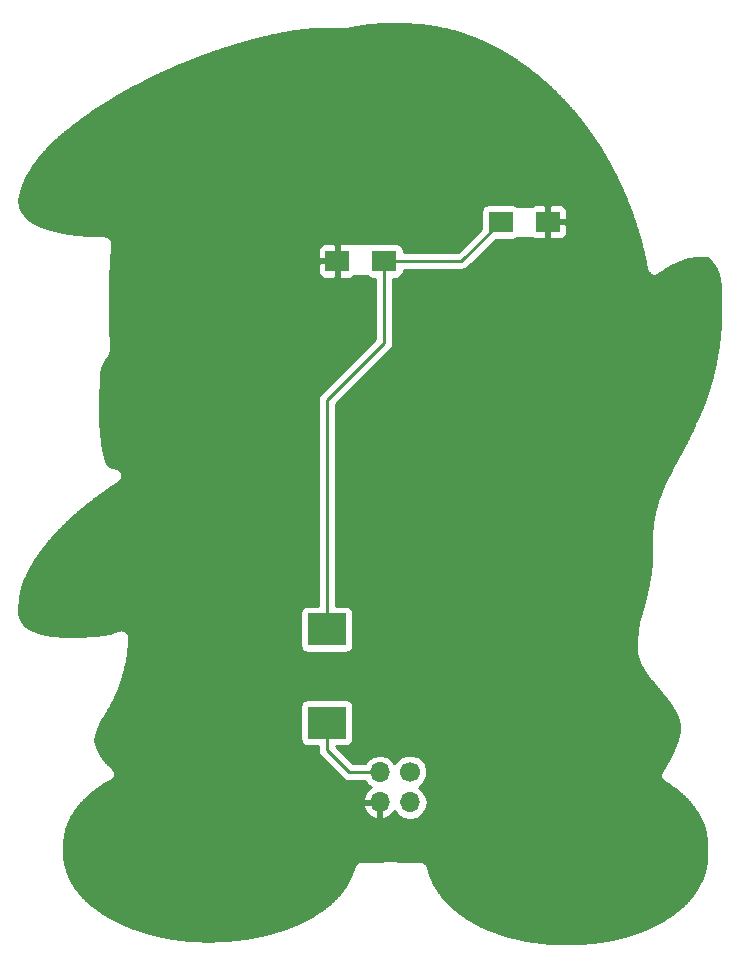
<source format=gbl>
G04 #@! TF.FileFunction,Copper,L2,Bot,Signal*
%FSLAX46Y46*%
G04 Gerber Fmt 4.6, Leading zero omitted, Abs format (unit mm)*
G04 Created by KiCad (PCBNEW 4.0.7) date 07/19/18 08:55:47*
%MOMM*%
%LPD*%
G01*
G04 APERTURE LIST*
%ADD10C,0.100000*%
%ADD11R,2.000000X1.700000*%
%ADD12R,3.200000X2.700000*%
%ADD13C,1.700000*%
%ADD14O,1.700000X1.700000*%
%ADD15C,0.250000*%
%ADD16C,0.254000*%
G04 APERTURE END LIST*
D10*
D11*
X149053801Y-82942200D03*
X153053801Y-82942200D03*
X166893799Y-79634600D03*
X162893799Y-79634600D03*
D12*
X148177200Y-114133201D03*
X148177200Y-122033201D03*
D13*
X155196401Y-126238401D03*
D14*
X155196401Y-128778401D03*
X152656401Y-126238401D03*
X152656401Y-128778401D03*
D15*
X153053801Y-82942200D02*
X159586199Y-82942200D01*
X159586199Y-82942200D02*
X162893799Y-79634600D01*
X148177200Y-114133201D02*
X148177200Y-94748400D01*
X153053801Y-89871799D02*
X153053801Y-82942200D01*
X148177200Y-94748400D02*
X153053801Y-89871799D01*
X152656401Y-126238401D02*
X150063601Y-126238401D01*
X148177200Y-124352000D02*
X148177200Y-122033201D01*
X150063601Y-126238401D02*
X148177200Y-124352000D01*
D16*
G36*
X153543546Y-62886608D02*
X153640640Y-62886640D01*
X153640641Y-62886640D01*
X153738353Y-62886727D01*
X153835198Y-62886896D01*
X153930907Y-62887170D01*
X154026427Y-62887577D01*
X154121762Y-62888143D01*
X154217381Y-62888898D01*
X154311988Y-62889855D01*
X154406473Y-62891048D01*
X154500963Y-62892502D01*
X154594917Y-62894236D01*
X154689673Y-62896298D01*
X154784534Y-62898715D01*
X154878958Y-62901485D01*
X154972385Y-62904616D01*
X155065835Y-62908163D01*
X155158959Y-62912140D01*
X155251723Y-62916562D01*
X155345237Y-62921523D01*
X155437377Y-62926918D01*
X155529913Y-62932876D01*
X155622743Y-62939418D01*
X155714242Y-62946457D01*
X155808164Y-62954307D01*
X155808878Y-62954226D01*
X155809565Y-62954422D01*
X155858406Y-62958403D01*
X155906132Y-62962439D01*
X156001616Y-62970954D01*
X156096286Y-62979980D01*
X156191107Y-62989592D01*
X156286787Y-62999876D01*
X156333907Y-63005160D01*
X156381552Y-63010639D01*
X156429110Y-63016262D01*
X156477242Y-63022102D01*
X156524969Y-63028035D01*
X156572531Y-63034092D01*
X156620411Y-63040338D01*
X156667914Y-63046682D01*
X156715593Y-63053195D01*
X156762772Y-63059784D01*
X156858068Y-63073529D01*
X156952547Y-63087733D01*
X157046746Y-63102467D01*
X157140523Y-63117703D01*
X157187706Y-63125587D01*
X157234345Y-63133519D01*
X157329069Y-63150061D01*
X157376429Y-63158551D01*
X157423038Y-63167041D01*
X157517110Y-63184617D01*
X157611399Y-63202808D01*
X157704329Y-63221300D01*
X157797252Y-63240353D01*
X157890646Y-63260066D01*
X157983482Y-63280224D01*
X158076022Y-63300878D01*
X158169813Y-63322381D01*
X158216492Y-63333296D01*
X158262760Y-63344257D01*
X158356134Y-63366805D01*
X158448743Y-63389733D01*
X158541636Y-63413295D01*
X158587837Y-63425226D01*
X158634461Y-63437407D01*
X158680808Y-63449660D01*
X158727550Y-63462161D01*
X158774171Y-63474770D01*
X158819896Y-63487279D01*
X158912690Y-63513091D01*
X159004041Y-63539057D01*
X159095847Y-63565710D01*
X159187631Y-63592918D01*
X159278703Y-63620469D01*
X159369914Y-63648618D01*
X159461362Y-63677399D01*
X159506744Y-63691891D01*
X159552403Y-63706610D01*
X159644472Y-63736718D01*
X159689867Y-63751775D01*
X159735680Y-63767112D01*
X159781384Y-63782552D01*
X159826838Y-63798051D01*
X159917250Y-63829294D01*
X160007791Y-63861134D01*
X160097860Y-63893365D01*
X160188096Y-63926212D01*
X160233218Y-63942845D01*
X160277926Y-63959463D01*
X160367634Y-63993228D01*
X160457879Y-64027749D01*
X160502708Y-64045106D01*
X160547154Y-64062455D01*
X160636553Y-64097763D01*
X160727173Y-64134116D01*
X160728112Y-64134292D01*
X160728916Y-64134813D01*
X160818807Y-64170588D01*
X160906567Y-64206090D01*
X160993955Y-64242009D01*
X161081006Y-64278358D01*
X161169013Y-64315682D01*
X161256400Y-64353316D01*
X161342820Y-64391101D01*
X161430210Y-64429888D01*
X161516728Y-64468858D01*
X161603453Y-64508494D01*
X161690163Y-64548700D01*
X161775900Y-64589028D01*
X161861178Y-64629705D01*
X161946700Y-64671070D01*
X162031300Y-64712551D01*
X162116800Y-64755047D01*
X162202567Y-64798260D01*
X162287444Y-64841602D01*
X162372133Y-64885427D01*
X162456519Y-64929670D01*
X162541122Y-64974614D01*
X162625793Y-65020183D01*
X162710223Y-65066214D01*
X162793828Y-65112378D01*
X162876694Y-65158716D01*
X162959596Y-65205659D01*
X163042398Y-65253130D01*
X163124385Y-65300715D01*
X163206651Y-65349053D01*
X163288285Y-65397612D01*
X163369828Y-65446707D01*
X163451438Y-65496436D01*
X163533299Y-65546929D01*
X163615017Y-65597944D01*
X163695181Y-65648588D01*
X163775572Y-65699979D01*
X163855755Y-65751848D01*
X163935134Y-65803803D01*
X164015242Y-65856854D01*
X164094009Y-65909629D01*
X164172758Y-65963014D01*
X164251839Y-66017251D01*
X164329675Y-66071257D01*
X164408924Y-66126878D01*
X164413569Y-66128928D01*
X164417128Y-66132547D01*
X164458155Y-66160459D01*
X164497986Y-66187693D01*
X164577576Y-66242529D01*
X164656459Y-66297418D01*
X164735577Y-66353018D01*
X164814299Y-66408894D01*
X164893412Y-66465594D01*
X164932350Y-66493707D01*
X164971294Y-66521960D01*
X165010684Y-66550673D01*
X165050035Y-66579502D01*
X165088934Y-66608136D01*
X165127531Y-66636682D01*
X165205418Y-66694698D01*
X165282841Y-66752913D01*
X165359938Y-66811430D01*
X165398265Y-66840728D01*
X165436985Y-66870458D01*
X165513277Y-66929450D01*
X165551486Y-66959197D01*
X165589333Y-66988797D01*
X165665765Y-67048984D01*
X165741532Y-67109194D01*
X165778806Y-67139015D01*
X165817071Y-67169765D01*
X165854930Y-67200328D01*
X165892589Y-67230864D01*
X165967248Y-67291807D01*
X166041700Y-67353115D01*
X166116770Y-67415478D01*
X166153739Y-67446389D01*
X166190874Y-67477576D01*
X166228252Y-67509101D01*
X166265934Y-67541028D01*
X166303331Y-67572851D01*
X166339928Y-67604118D01*
X166413776Y-67667632D01*
X166487142Y-67731262D01*
X166523745Y-67763216D01*
X166560542Y-67795468D01*
X166597064Y-67827619D01*
X166634054Y-67860312D01*
X166670220Y-67892424D01*
X166706445Y-67924713D01*
X166778946Y-67989746D01*
X166850845Y-68054773D01*
X166886628Y-68087328D01*
X166922695Y-68120286D01*
X166994449Y-68186246D01*
X167065013Y-68251643D01*
X167136111Y-68318063D01*
X167206159Y-68384021D01*
X167276283Y-68450570D01*
X167346248Y-68517493D01*
X167416339Y-68585068D01*
X167486013Y-68652769D01*
X167554976Y-68720296D01*
X167623665Y-68788069D01*
X167692616Y-68856625D01*
X167726663Y-68890667D01*
X167761259Y-68925393D01*
X167795462Y-68959860D01*
X167829653Y-68994440D01*
X167898237Y-69064202D01*
X167932677Y-69099436D01*
X167966288Y-69133943D01*
X168034378Y-69204251D01*
X168068334Y-69239511D01*
X168102411Y-69275024D01*
X168136357Y-69310540D01*
X168169628Y-69345473D01*
X168236437Y-69416008D01*
X168303161Y-69486972D01*
X168369758Y-69558310D01*
X168435593Y-69629347D01*
X168501483Y-69700956D01*
X168567152Y-69772836D01*
X168632337Y-69844686D01*
X168697066Y-69916540D01*
X168729945Y-69953233D01*
X168762822Y-69990050D01*
X168795178Y-70026418D01*
X168827801Y-70063209D01*
X168892189Y-70136213D01*
X168924251Y-70172762D01*
X168956330Y-70209452D01*
X169020577Y-70283312D01*
X169083961Y-70356679D01*
X169116232Y-70394222D01*
X169147849Y-70431138D01*
X169210965Y-70505197D01*
X169274131Y-70579820D01*
X169305745Y-70617353D01*
X169337215Y-70654850D01*
X169399382Y-70729284D01*
X169459011Y-70801155D01*
X169517150Y-70873433D01*
X169577793Y-70949438D01*
X169638343Y-71025939D01*
X169668224Y-71063927D01*
X169698126Y-71102090D01*
X169728085Y-71140486D01*
X169758096Y-71179102D01*
X169787871Y-71217569D01*
X169817515Y-71256026D01*
X169847326Y-71294849D01*
X169876897Y-71333532D01*
X169906558Y-71372486D01*
X169935695Y-71410892D01*
X169994426Y-71488801D01*
X170052654Y-71566665D01*
X170110356Y-71644443D01*
X170167783Y-71722484D01*
X170224751Y-71800516D01*
X170253409Y-71840000D01*
X170281719Y-71879181D01*
X170338453Y-71958163D01*
X170394808Y-72037235D01*
X170422861Y-72076832D01*
X170450458Y-72115950D01*
X170506520Y-72195871D01*
X170561483Y-72274864D01*
X170616463Y-72354500D01*
X170671617Y-72435030D01*
X170699001Y-72475257D01*
X170726451Y-72515735D01*
X170753766Y-72556176D01*
X170781173Y-72596911D01*
X170835115Y-72677581D01*
X170888301Y-72757750D01*
X170941108Y-72837979D01*
X170994377Y-72919547D01*
X171020850Y-72960326D01*
X171047334Y-73001276D01*
X171073987Y-73042655D01*
X171099937Y-73083112D01*
X171152623Y-73165718D01*
X171204352Y-73247469D01*
X171255468Y-73328880D01*
X171306924Y-73411481D01*
X171357870Y-73493907D01*
X171408593Y-73576618D01*
X171458735Y-73659019D01*
X171508779Y-73741900D01*
X171558750Y-73825308D01*
X171608314Y-73908688D01*
X171657855Y-73992675D01*
X171706853Y-74076388D01*
X171755028Y-74159338D01*
X171803693Y-74243796D01*
X171852130Y-74328501D01*
X171899667Y-74412277D01*
X171947653Y-74497504D01*
X171971366Y-74539881D01*
X171995213Y-74582632D01*
X172042642Y-74668185D01*
X172066404Y-74711314D01*
X172089788Y-74753889D01*
X172113089Y-74796500D01*
X172136554Y-74839574D01*
X172182854Y-74925055D01*
X172229167Y-75011238D01*
X172275051Y-75097269D01*
X172320393Y-75182938D01*
X172365569Y-75268948D01*
X172410623Y-75355388D01*
X172455196Y-75441559D01*
X172499940Y-75528731D01*
X172522185Y-75572324D01*
X172544180Y-75615597D01*
X172566680Y-75660033D01*
X172588644Y-75703572D01*
X172632322Y-75790651D01*
X172675659Y-75877717D01*
X172718896Y-75965250D01*
X172761871Y-76052911D01*
X172782987Y-76096238D01*
X172804600Y-76140748D01*
X172846787Y-76228130D01*
X172889101Y-76316442D01*
X172910073Y-76360458D01*
X172930965Y-76404477D01*
X172972539Y-76492570D01*
X173012388Y-76577632D01*
X173031268Y-76619248D01*
X173051325Y-76663652D01*
X173091272Y-76752615D01*
X173130945Y-76841722D01*
X173150476Y-76885870D01*
X173170418Y-76931109D01*
X173190070Y-76975885D01*
X173209868Y-77021214D01*
X173229272Y-77065804D01*
X173248902Y-77111122D01*
X173287521Y-77200841D01*
X173325783Y-77290496D01*
X173363776Y-77380290D01*
X173401758Y-77470857D01*
X173420472Y-77515775D01*
X173439306Y-77561164D01*
X173457699Y-77605688D01*
X173476596Y-77651655D01*
X173495109Y-77696868D01*
X173513593Y-77742244D01*
X173532072Y-77787801D01*
X173550217Y-77832729D01*
X173586681Y-77923631D01*
X173622852Y-78014629D01*
X173658493Y-78105126D01*
X173693927Y-78195945D01*
X173728998Y-78286654D01*
X173746523Y-78332311D01*
X173763803Y-78377533D01*
X173798606Y-78469265D01*
X173832930Y-78560627D01*
X173849909Y-78606144D01*
X173866813Y-78651669D01*
X173900778Y-78743835D01*
X173933790Y-78834301D01*
X173967141Y-78926598D01*
X173983477Y-78972136D01*
X173999799Y-79017897D01*
X174016547Y-79065063D01*
X174032694Y-79110771D01*
X174049183Y-79157691D01*
X174065306Y-79203820D01*
X174097293Y-79296043D01*
X174129095Y-79388675D01*
X174160462Y-79481011D01*
X174191724Y-79574021D01*
X174206967Y-79619738D01*
X174222655Y-79667039D01*
X174237987Y-79713513D01*
X174253251Y-79760045D01*
X174283461Y-79852915D01*
X174313322Y-79945689D01*
X174342761Y-80038168D01*
X174357454Y-80084717D01*
X174371998Y-80131058D01*
X174400966Y-80224151D01*
X174415228Y-80270319D01*
X174429495Y-80316897D01*
X174457794Y-80409939D01*
X174485761Y-80502982D01*
X174513633Y-80596831D01*
X174541042Y-80690214D01*
X174568205Y-80783881D01*
X174595019Y-80877511D01*
X174621290Y-80970379D01*
X174647595Y-81064510D01*
X174660500Y-81111187D01*
X174673596Y-81158787D01*
X174686499Y-81206066D01*
X174699235Y-81252938D01*
X174724801Y-81348040D01*
X174737357Y-81395172D01*
X174749846Y-81442476D01*
X174774709Y-81537482D01*
X174787105Y-81585275D01*
X174799158Y-81632169D01*
X174799158Y-81632170D01*
X174811515Y-81680514D01*
X174823333Y-81727114D01*
X174847175Y-81822069D01*
X174858950Y-81869412D01*
X174870729Y-81917197D01*
X174882286Y-81964290D01*
X174893722Y-82011381D01*
X174916558Y-82106277D01*
X174939107Y-82201347D01*
X174961129Y-82295588D01*
X174983075Y-82390928D01*
X174993913Y-82438623D01*
X175004796Y-82486745D01*
X175015433Y-82534148D01*
X175026025Y-82581890D01*
X175036652Y-82630000D01*
X175047212Y-82678362D01*
X175067720Y-82773265D01*
X175088015Y-82868717D01*
X175107976Y-82964164D01*
X175127669Y-83059908D01*
X175137261Y-83107129D01*
X175146918Y-83155227D01*
X175165930Y-83250894D01*
X175184632Y-83346672D01*
X175193880Y-83394732D01*
X175202976Y-83442525D01*
X175221058Y-83538569D01*
X175238921Y-83635209D01*
X175247617Y-83657036D01*
X175248888Y-83680493D01*
X175296802Y-83780490D01*
X175337842Y-83883502D01*
X175354226Y-83900337D01*
X175364379Y-83921526D01*
X175446920Y-83995582D01*
X175524251Y-84075041D01*
X175545831Y-84084325D01*
X175563319Y-84100015D01*
X175667914Y-84136845D01*
X175769769Y-84180664D01*
X175793260Y-84180983D01*
X175815420Y-84188786D01*
X175926138Y-84182787D01*
X176037018Y-84184292D01*
X176058845Y-84175596D01*
X176082302Y-84174325D01*
X176182299Y-84126411D01*
X176285311Y-84085371D01*
X176302147Y-84068986D01*
X176323335Y-84058834D01*
X176400485Y-84001010D01*
X176475186Y-83946211D01*
X176550109Y-83892455D01*
X176625370Y-83839650D01*
X176700632Y-83788033D01*
X176775930Y-83737578D01*
X176852643Y-83687390D01*
X176929219Y-83638496D01*
X177006800Y-83590193D01*
X177084013Y-83543346D01*
X177162010Y-83497257D01*
X177240750Y-83451977D01*
X177319949Y-83407695D01*
X177399396Y-83364554D01*
X177478952Y-83322619D01*
X177558570Y-83281929D01*
X177639188Y-83242017D01*
X177720347Y-83203149D01*
X177801935Y-83165406D01*
X177883786Y-83128877D01*
X177966439Y-83093336D01*
X178049672Y-83058927D01*
X178133095Y-83025818D01*
X178216313Y-82994174D01*
X178299043Y-82964084D01*
X178382560Y-82935101D01*
X178466390Y-82907412D01*
X178549996Y-82881193D01*
X178634187Y-82856202D01*
X178718164Y-82832698D01*
X178803948Y-82810150D01*
X178890124Y-82788990D01*
X178975782Y-82769445D01*
X179061693Y-82751338D01*
X179148413Y-82734577D01*
X179233913Y-82719549D01*
X179319418Y-82706017D01*
X179406195Y-82693823D01*
X179492700Y-82683206D01*
X179578359Y-82674218D01*
X179664586Y-82666675D01*
X179751572Y-82660638D01*
X179837862Y-82656263D01*
X179918929Y-82653559D01*
X179995878Y-82653674D01*
X180077123Y-82654519D01*
X180153247Y-82656677D01*
X180222115Y-82660532D01*
X180281996Y-82666147D01*
X180335468Y-82673838D01*
X180379492Y-82682927D01*
X180406684Y-82690627D01*
X180432538Y-82710392D01*
X180469631Y-82743243D01*
X180510758Y-82784164D01*
X180557158Y-82834673D01*
X180606771Y-82892306D01*
X180660587Y-82957406D01*
X180719019Y-83029239D01*
X180720344Y-83030336D01*
X180721156Y-83031853D01*
X180780686Y-83104303D01*
X180782131Y-83105487D01*
X180783021Y-83107129D01*
X180839239Y-83174807D01*
X180888778Y-83238341D01*
X180910888Y-83268099D01*
X180932604Y-83298275D01*
X180978207Y-83364790D01*
X181021215Y-83431706D01*
X181063615Y-83502124D01*
X181082344Y-83534812D01*
X181100824Y-83568153D01*
X181139555Y-83641620D01*
X181176308Y-83716188D01*
X181192689Y-83751176D01*
X181198917Y-83764944D01*
X181218132Y-83820083D01*
X181244276Y-83899018D01*
X181269565Y-83979625D01*
X181293165Y-84059328D01*
X181315582Y-84139829D01*
X181336617Y-84220505D01*
X181355949Y-84300077D01*
X181374075Y-84380547D01*
X181391026Y-84462289D01*
X181406219Y-84542530D01*
X181420012Y-84622968D01*
X181432520Y-84704489D01*
X181443599Y-84786356D01*
X181453226Y-84868651D01*
X181461202Y-84949820D01*
X181467151Y-85024079D01*
X181470556Y-85106489D01*
X181474163Y-85201518D01*
X181477508Y-85296598D01*
X181480529Y-85391752D01*
X181483282Y-85487242D01*
X181485730Y-85581503D01*
X181487998Y-85676996D01*
X181490062Y-85772160D01*
X181491823Y-85866326D01*
X181493399Y-85961486D01*
X181494786Y-86056854D01*
X181495963Y-86151528D01*
X181496957Y-86246714D01*
X181497840Y-86342816D01*
X181498578Y-86439105D01*
X181499180Y-86535335D01*
X181499658Y-86630561D01*
X181499658Y-86630562D01*
X181500035Y-86727137D01*
X181500316Y-86822970D01*
X181500519Y-86919332D01*
X181500653Y-87015087D01*
X181500653Y-87015089D01*
X181500736Y-87111396D01*
X181500778Y-87208574D01*
X181500794Y-87304694D01*
X181500796Y-87392297D01*
X181498547Y-87481660D01*
X181495730Y-87578160D01*
X181492501Y-87675337D01*
X181490774Y-87723456D01*
X181488914Y-87772581D01*
X181485003Y-87869538D01*
X181482901Y-87917367D01*
X181480657Y-87966205D01*
X181475964Y-88062906D01*
X181470883Y-88160409D01*
X181465552Y-88255946D01*
X181459706Y-88352761D01*
X181456593Y-88401462D01*
X181456592Y-88401465D01*
X181453464Y-88450373D01*
X181446946Y-88546522D01*
X181440031Y-88643417D01*
X181432852Y-88738684D01*
X181425187Y-88834540D01*
X181417042Y-88932001D01*
X181412857Y-88980570D01*
X181408662Y-89028148D01*
X181399841Y-89124608D01*
X181390740Y-89220292D01*
X181381067Y-89317201D01*
X181376148Y-89365189D01*
X181371115Y-89413319D01*
X181360820Y-89509069D01*
X181350164Y-89604700D01*
X181339113Y-89700392D01*
X181327673Y-89796119D01*
X181315815Y-89892093D01*
X181303583Y-89987893D01*
X181290903Y-90084112D01*
X181277909Y-90179768D01*
X181264487Y-90275656D01*
X181250747Y-90371063D01*
X181236575Y-90466690D01*
X181229282Y-90514922D01*
X181221985Y-90562524D01*
X181207133Y-90657402D01*
X181191744Y-90753212D01*
X181176070Y-90848298D01*
X181160027Y-90943182D01*
X181143474Y-91038711D01*
X181126710Y-91133181D01*
X181109539Y-91227647D01*
X181091952Y-91322233D01*
X181073853Y-91417342D01*
X181055208Y-91513155D01*
X181045831Y-91560696D01*
X181036402Y-91607999D01*
X181017117Y-91702870D01*
X180997567Y-91797044D01*
X180977478Y-91891815D01*
X180957029Y-91986344D01*
X180946658Y-92033612D01*
X180936201Y-92080683D01*
X180914819Y-92175596D01*
X180893151Y-92269924D01*
X180871285Y-92363297D01*
X180849097Y-92456282D01*
X180826198Y-92550457D01*
X180803172Y-92643434D01*
X180779507Y-92737249D01*
X180755775Y-92829679D01*
X180731437Y-92922801D01*
X180706664Y-93015951D01*
X180681395Y-93109328D01*
X180655903Y-93201974D01*
X180629929Y-93294781D01*
X180603830Y-93386513D01*
X180577009Y-93479246D01*
X180549805Y-93571779D01*
X180522445Y-93663359D01*
X180494325Y-93755990D01*
X180480102Y-93802249D01*
X180465813Y-93848401D01*
X180436814Y-93940958D01*
X180422065Y-93987478D01*
X180407522Y-94033013D01*
X180377600Y-94125592D01*
X180347634Y-94216916D01*
X180317153Y-94308438D01*
X180286219Y-94399939D01*
X180255078Y-94490717D01*
X180223433Y-94581614D01*
X180191465Y-94672138D01*
X180159019Y-94762705D01*
X180126346Y-94852621D01*
X180109660Y-94898069D01*
X180092921Y-94943330D01*
X180075971Y-94988846D01*
X180058902Y-95034352D01*
X180024821Y-95124271D01*
X179990226Y-95214292D01*
X179955252Y-95304057D01*
X179919799Y-95393824D01*
X179902048Y-95438319D01*
X179884040Y-95483147D01*
X179847894Y-95572257D01*
X179811234Y-95661425D01*
X179792679Y-95706107D01*
X179774176Y-95750372D01*
X179736809Y-95838894D01*
X179713068Y-95894411D01*
X179684508Y-95945181D01*
X179683117Y-95949434D01*
X179680249Y-95952867D01*
X179633869Y-96037848D01*
X179632603Y-96041895D01*
X179629923Y-96045183D01*
X179584833Y-96130243D01*
X179583663Y-96134148D01*
X179581124Y-96137339D01*
X179537274Y-96222449D01*
X179536168Y-96226303D01*
X179533708Y-96229469D01*
X179490538Y-96315679D01*
X179489452Y-96319637D01*
X179486973Y-96322905D01*
X179445273Y-96408685D01*
X179444185Y-96412838D01*
X179441633Y-96416291D01*
X179400543Y-96503530D01*
X179399446Y-96507938D01*
X179396796Y-96511623D01*
X179357436Y-96598094D01*
X179356284Y-96602997D01*
X179353401Y-96607130D01*
X179315281Y-96694190D01*
X179308160Y-96726590D01*
X179291872Y-96755488D01*
X179264771Y-96838131D01*
X179238009Y-96912903D01*
X179208814Y-96988521D01*
X179177531Y-97064442D01*
X179144017Y-97141368D01*
X179108797Y-97218509D01*
X179070997Y-97298097D01*
X179031350Y-97378921D01*
X178990753Y-97459619D01*
X178948498Y-97542056D01*
X178905224Y-97625438D01*
X178860819Y-97710474D01*
X178860815Y-97710488D01*
X178860807Y-97710498D01*
X178815657Y-97796968D01*
X178815411Y-97797807D01*
X178814864Y-97798491D01*
X178770524Y-97883931D01*
X178770045Y-97885582D01*
X178768977Y-97886930D01*
X178724847Y-97973001D01*
X178724130Y-97975520D01*
X178722517Y-97977587D01*
X178678697Y-98064657D01*
X178677758Y-98068050D01*
X178675621Y-98070847D01*
X178633181Y-98157336D01*
X178632066Y-98161530D01*
X178629476Y-98165008D01*
X178595010Y-98237514D01*
X178555890Y-98310741D01*
X178509637Y-98397046D01*
X178463119Y-98483635D01*
X178416414Y-98570350D01*
X178416413Y-98570351D01*
X178369333Y-98657612D01*
X178322188Y-98744858D01*
X178275056Y-98831969D01*
X178228006Y-98918859D01*
X178228005Y-98918861D01*
X178181287Y-99005123D01*
X178134296Y-99091883D01*
X178134290Y-99091902D01*
X178134277Y-99091918D01*
X178087207Y-99178839D01*
X178087169Y-99178961D01*
X178087087Y-99179060D01*
X178040107Y-99265890D01*
X178040060Y-99266042D01*
X178039960Y-99266163D01*
X177993220Y-99352643D01*
X177993155Y-99352854D01*
X177993012Y-99353027D01*
X177946122Y-99439917D01*
X177946047Y-99440159D01*
X177945885Y-99440356D01*
X177899056Y-99527286D01*
X177898952Y-99527625D01*
X177898725Y-99527900D01*
X177852165Y-99614540D01*
X177852055Y-99614898D01*
X177851818Y-99615187D01*
X177804788Y-99702927D01*
X177804660Y-99703348D01*
X177804381Y-99703688D01*
X177758081Y-99790328D01*
X177757940Y-99790792D01*
X177757631Y-99791170D01*
X177711401Y-99877971D01*
X177711243Y-99878494D01*
X177710898Y-99878917D01*
X177664248Y-99966837D01*
X177664069Y-99967434D01*
X177663675Y-99967919D01*
X177617765Y-100054819D01*
X177617582Y-100055434D01*
X177617177Y-100055934D01*
X177570877Y-100143964D01*
X177570663Y-100144687D01*
X177570193Y-100145270D01*
X177524663Y-100232289D01*
X177524448Y-100233022D01*
X177523968Y-100233620D01*
X177478358Y-100321260D01*
X177478123Y-100322066D01*
X177477600Y-100322721D01*
X177432490Y-100409911D01*
X177432243Y-100410767D01*
X177431689Y-100411464D01*
X177386619Y-100499124D01*
X177386351Y-100500060D01*
X177385748Y-100500824D01*
X177340578Y-100589283D01*
X177340302Y-100590260D01*
X177339678Y-100591054D01*
X177295337Y-100678514D01*
X177295041Y-100679570D01*
X177294367Y-100680435D01*
X177249588Y-100769455D01*
X177249282Y-100770561D01*
X177248578Y-100771470D01*
X177204858Y-100859100D01*
X177204540Y-100860266D01*
X177203803Y-100861224D01*
X177159833Y-100950124D01*
X177159492Y-100951389D01*
X177158698Y-100952430D01*
X177115108Y-101041399D01*
X177114764Y-101042698D01*
X177113954Y-101043767D01*
X177070574Y-101133177D01*
X177070209Y-101134573D01*
X177069342Y-101135729D01*
X177026082Y-101225839D01*
X177025712Y-101227279D01*
X177024825Y-101228472D01*
X176982535Y-101317533D01*
X176982159Y-101319023D01*
X176981246Y-101320262D01*
X176939662Y-101408842D01*
X176939661Y-101408843D01*
X176897781Y-101497873D01*
X176897737Y-101498052D01*
X176897626Y-101498202D01*
X176855536Y-101587802D01*
X176855437Y-101588203D01*
X176855194Y-101588533D01*
X176813214Y-101678173D01*
X176813065Y-101678778D01*
X176812694Y-101679284D01*
X176771124Y-101768464D01*
X176770923Y-101769285D01*
X176770426Y-101769967D01*
X176728896Y-101859627D01*
X176728655Y-101860621D01*
X176728054Y-101861451D01*
X176686944Y-101950891D01*
X176686739Y-101951748D01*
X176686224Y-101952463D01*
X176665454Y-101997953D01*
X176665289Y-101998651D01*
X176664872Y-101999232D01*
X176644192Y-102044772D01*
X176643940Y-102045847D01*
X176643300Y-102046745D01*
X176602620Y-102137085D01*
X176602244Y-102138716D01*
X176601278Y-102140084D01*
X176560838Y-102231054D01*
X176560426Y-102232881D01*
X176559353Y-102234418D01*
X176519343Y-102325738D01*
X176518892Y-102327789D01*
X176517701Y-102329517D01*
X176478801Y-102419777D01*
X176478327Y-102421996D01*
X176477051Y-102423874D01*
X176438481Y-102514994D01*
X176437979Y-102517418D01*
X176436603Y-102519475D01*
X176398743Y-102610714D01*
X176398216Y-102613354D01*
X176396737Y-102615602D01*
X176359127Y-102708253D01*
X176358574Y-102711142D01*
X176356978Y-102713612D01*
X176320338Y-102806102D01*
X176319785Y-102809126D01*
X176318139Y-102811724D01*
X176282759Y-102903383D01*
X176282200Y-102906603D01*
X176280477Y-102909379D01*
X176245758Y-103001899D01*
X176245194Y-103005334D01*
X176243388Y-103008311D01*
X176209288Y-103102011D01*
X176208727Y-103105656D01*
X176206845Y-103108833D01*
X176174086Y-103201903D01*
X176173541Y-103205711D01*
X176171615Y-103209046D01*
X176139835Y-103302617D01*
X176138560Y-103312286D01*
X176133922Y-103320863D01*
X176104482Y-103416233D01*
X176104117Y-103419762D01*
X176102461Y-103422900D01*
X176074211Y-103517830D01*
X176073881Y-103521373D01*
X176072252Y-103524537D01*
X176044712Y-103620657D01*
X176044421Y-103624168D01*
X176042841Y-103627315D01*
X176016541Y-103722735D01*
X176016288Y-103726217D01*
X176014751Y-103729356D01*
X175989251Y-103825626D01*
X175989035Y-103829078D01*
X175987546Y-103832197D01*
X175963306Y-103927517D01*
X175963125Y-103930948D01*
X175961676Y-103934062D01*
X175938306Y-104029902D01*
X175938161Y-104033291D01*
X175936760Y-104036379D01*
X175914300Y-104132539D01*
X175914187Y-104135944D01*
X175912808Y-104139066D01*
X175891309Y-104235356D01*
X175891230Y-104238726D01*
X175889897Y-104241825D01*
X175869387Y-104338045D01*
X175869341Y-104341441D01*
X175868028Y-104344575D01*
X175848268Y-104441915D01*
X175848255Y-104445269D01*
X175846989Y-104448375D01*
X175828049Y-104546505D01*
X175828068Y-104549854D01*
X175826834Y-104552967D01*
X175809014Y-104650307D01*
X175809065Y-104653630D01*
X175807869Y-104656732D01*
X175790959Y-104754342D01*
X175791041Y-104757627D01*
X175789889Y-104760701D01*
X175773928Y-104858282D01*
X175774041Y-104861592D01*
X175772910Y-104864701D01*
X175757770Y-104963121D01*
X175757914Y-104966414D01*
X175756816Y-104969523D01*
X175742566Y-105068363D01*
X175742739Y-105071617D01*
X175741682Y-105074701D01*
X175728372Y-105173551D01*
X175728575Y-105176787D01*
X175727553Y-105179860D01*
X175715223Y-105278340D01*
X175715452Y-105281519D01*
X175714473Y-105284555D01*
X175703143Y-105382285D01*
X175703399Y-105385441D01*
X175702455Y-105388464D01*
X175691945Y-105486924D01*
X175692236Y-105490144D01*
X175691301Y-105493237D01*
X175681701Y-105591817D01*
X175681999Y-105594813D01*
X175681153Y-105597704D01*
X175672453Y-105695814D01*
X175672811Y-105699119D01*
X175671908Y-105702316D01*
X175664108Y-105800946D01*
X175664471Y-105804023D01*
X175663656Y-105807010D01*
X175656756Y-105905360D01*
X175657025Y-105907477D01*
X175656475Y-105909541D01*
X175653275Y-105959531D01*
X175653461Y-105960926D01*
X175653104Y-105962288D01*
X175650104Y-106012318D01*
X175650460Y-106014909D01*
X175649816Y-106017444D01*
X175644616Y-106116594D01*
X175645031Y-106119458D01*
X175644342Y-106122269D01*
X175639942Y-106221969D01*
X175640423Y-106225102D01*
X175639696Y-106228186D01*
X175636196Y-106328086D01*
X175636680Y-106331059D01*
X175636014Y-106333999D01*
X175633414Y-106432519D01*
X175633960Y-106435701D01*
X175633277Y-106438852D01*
X175631577Y-106538053D01*
X175632082Y-106540840D01*
X175631504Y-106543614D01*
X175630611Y-106642654D01*
X175631166Y-106645581D01*
X175630583Y-106648504D01*
X175630536Y-106747404D01*
X175631114Y-106750317D01*
X175630558Y-106753234D01*
X175631361Y-106853173D01*
X175631940Y-106855969D01*
X175631429Y-106858777D01*
X175633029Y-106957437D01*
X175633691Y-106960504D01*
X175633157Y-106963593D01*
X175635657Y-107062763D01*
X175636178Y-107065077D01*
X175635790Y-107067418D01*
X175637390Y-107117398D01*
X175637547Y-107118075D01*
X175637435Y-107118761D01*
X175639135Y-107168751D01*
X175639730Y-107171289D01*
X175639328Y-107173866D01*
X175643428Y-107272686D01*
X175644091Y-107275423D01*
X175643679Y-107278211D01*
X175648320Y-107371813D01*
X175651423Y-107462597D01*
X175653658Y-107554633D01*
X175654962Y-107646021D01*
X175655410Y-107738307D01*
X175654981Y-107831008D01*
X175653670Y-107924104D01*
X175651512Y-108017533D01*
X175648509Y-108111112D01*
X175644664Y-108204647D01*
X175639961Y-108298362D01*
X175634480Y-108392331D01*
X175628268Y-108485645D01*
X175621284Y-108578868D01*
X175613543Y-108671667D01*
X175605130Y-108764064D01*
X175595836Y-108857932D01*
X175585931Y-108951071D01*
X175575210Y-109045291D01*
X175563936Y-109138427D01*
X175551923Y-109232205D01*
X175539406Y-109324982D01*
X175526204Y-109418217D01*
X175512414Y-109511316D01*
X175498020Y-109604521D01*
X175483090Y-109697501D01*
X175467665Y-109790123D01*
X175451609Y-109883271D01*
X175434899Y-109977158D01*
X175417688Y-110070956D01*
X175399967Y-110164797D01*
X175381706Y-110258893D01*
X175363020Y-110352753D01*
X175343733Y-110447362D01*
X175324112Y-110541428D01*
X175304248Y-110634674D01*
X175283762Y-110728951D01*
X175262954Y-110822889D01*
X175241853Y-110916512D01*
X175220367Y-111010255D01*
X175198526Y-111104089D01*
X175176415Y-111197713D01*
X175154039Y-111291165D01*
X175131053Y-111385965D01*
X175107875Y-111480383D01*
X175084679Y-111573860D01*
X175060860Y-111668858D01*
X175037127Y-111762618D01*
X175012927Y-111857415D01*
X174988549Y-111952128D01*
X174964054Y-112046618D01*
X174939404Y-112141103D01*
X174914443Y-112236235D01*
X174889702Y-112330072D01*
X174868536Y-112410003D01*
X174844766Y-112485747D01*
X174843668Y-112495898D01*
X174839035Y-112504994D01*
X174813184Y-112596694D01*
X174812641Y-112603603D01*
X174809621Y-112609835D01*
X174785681Y-112701715D01*
X174785480Y-112705148D01*
X174784010Y-112708259D01*
X174760905Y-112800662D01*
X174760904Y-112800663D01*
X174738669Y-112889146D01*
X174717334Y-112969780D01*
X174696423Y-113041619D01*
X174675425Y-113104917D01*
X174654712Y-113158426D01*
X174623681Y-113226129D01*
X174620238Y-113240610D01*
X174612038Y-113253036D01*
X174575138Y-113343586D01*
X174557861Y-113433128D01*
X174529451Y-113519786D01*
X174517531Y-113618277D01*
X174519099Y-113638889D01*
X174513840Y-113658876D01*
X174509803Y-113725058D01*
X174499449Y-113791330D01*
X174500221Y-113809972D01*
X174494749Y-113827810D01*
X174485280Y-113920979D01*
X174475367Y-114014842D01*
X174465191Y-114109029D01*
X174454799Y-114203866D01*
X174444269Y-114299676D01*
X174444287Y-114299884D01*
X174444225Y-114300081D01*
X174433815Y-114395321D01*
X174433863Y-114395872D01*
X174433697Y-114396403D01*
X174423397Y-114492043D01*
X174423480Y-114492978D01*
X174423202Y-114493875D01*
X174413202Y-114589135D01*
X174413309Y-114590300D01*
X174412967Y-114591416D01*
X174403267Y-114686896D01*
X174403414Y-114688438D01*
X174402966Y-114689922D01*
X174393766Y-114784663D01*
X174393969Y-114786692D01*
X174393391Y-114788647D01*
X174384691Y-114884027D01*
X174384936Y-114886339D01*
X174384292Y-114888571D01*
X174376292Y-114983240D01*
X174376605Y-114986025D01*
X174375850Y-114988727D01*
X174368550Y-115084257D01*
X174368916Y-115087291D01*
X174368120Y-115090238D01*
X174361620Y-115186368D01*
X174362079Y-115189907D01*
X174361182Y-115193366D01*
X174355682Y-115289287D01*
X174356181Y-115292848D01*
X174355315Y-115296335D01*
X174350815Y-115392066D01*
X174351482Y-115396501D01*
X174350458Y-115400867D01*
X174347158Y-115497567D01*
X174347899Y-115502094D01*
X174346909Y-115506577D01*
X174344909Y-115602007D01*
X174345733Y-115606654D01*
X174344778Y-115611274D01*
X174344066Y-115707164D01*
X174345059Y-115712359D01*
X174344068Y-115717552D01*
X174344816Y-115814192D01*
X174345970Y-115819766D01*
X174344993Y-115825379D01*
X174347293Y-115920899D01*
X174348569Y-115926592D01*
X174347665Y-115932355D01*
X174351565Y-116027875D01*
X174361628Y-116069507D01*
X174360277Y-116112314D01*
X174375377Y-116203104D01*
X174384434Y-116227081D01*
X174385519Y-116252688D01*
X174407109Y-116341408D01*
X174416270Y-116361120D01*
X174418548Y-116382738D01*
X174445568Y-116469679D01*
X174453943Y-116485095D01*
X174456659Y-116502424D01*
X174488029Y-116587885D01*
X174495001Y-116599303D01*
X174497578Y-116612429D01*
X174532658Y-116697709D01*
X174537670Y-116705250D01*
X174539645Y-116714086D01*
X174577005Y-116798596D01*
X174579635Y-116802338D01*
X174580691Y-116806788D01*
X174618381Y-116889108D01*
X174618405Y-116889142D01*
X174618415Y-116889182D01*
X174654827Y-116968686D01*
X174689848Y-117047918D01*
X174692555Y-117051770D01*
X174693644Y-117056352D01*
X174731394Y-117138731D01*
X174735883Y-117144940D01*
X174737818Y-117152352D01*
X174777587Y-117234332D01*
X174781876Y-117239997D01*
X174783810Y-117246833D01*
X174825400Y-117328293D01*
X174829396Y-117333353D01*
X174831265Y-117339522D01*
X174874185Y-117419882D01*
X174877815Y-117424308D01*
X174879565Y-117429759D01*
X174923685Y-117509199D01*
X174926914Y-117513007D01*
X174928509Y-117517741D01*
X174973699Y-117596431D01*
X174976488Y-117599626D01*
X174977891Y-117603629D01*
X175024581Y-117682688D01*
X175026864Y-117685240D01*
X175028029Y-117688463D01*
X175075609Y-117767253D01*
X175077357Y-117769169D01*
X175078256Y-117771599D01*
X175126706Y-117850499D01*
X175127895Y-117851783D01*
X175128510Y-117853420D01*
X175176730Y-117931070D01*
X175177306Y-117931686D01*
X175177604Y-117932473D01*
X175225984Y-118009963D01*
X175253061Y-118038768D01*
X175271182Y-118073906D01*
X175331942Y-118150206D01*
X175333370Y-118151414D01*
X175334235Y-118153069D01*
X175395585Y-118229269D01*
X175396894Y-118230364D01*
X175397693Y-118231875D01*
X175459473Y-118307845D01*
X175460652Y-118308821D01*
X175461373Y-118310171D01*
X175523413Y-118385781D01*
X175524448Y-118386630D01*
X175525084Y-118387810D01*
X175587214Y-118462940D01*
X175588137Y-118463692D01*
X175588704Y-118464734D01*
X175651623Y-118540294D01*
X175652398Y-118540921D01*
X175652876Y-118541794D01*
X175716346Y-118617574D01*
X175716995Y-118618096D01*
X175717396Y-118618824D01*
X175780366Y-118693644D01*
X175780900Y-118694071D01*
X175781231Y-118694670D01*
X175845111Y-118770271D01*
X175845517Y-118770595D01*
X175845770Y-118771050D01*
X175908751Y-118845360D01*
X175909007Y-118845564D01*
X175909166Y-118845849D01*
X175972546Y-118920489D01*
X175972685Y-118920599D01*
X175972773Y-118920757D01*
X176036253Y-118995437D01*
X176036261Y-118995443D01*
X176036267Y-118995454D01*
X176099547Y-119069894D01*
X176099549Y-119069896D01*
X176163032Y-119144636D01*
X176225853Y-119218730D01*
X176288545Y-119292882D01*
X176351147Y-119367192D01*
X176413312Y-119441337D01*
X176475304Y-119515689D01*
X176536037Y-119589014D01*
X176596843Y-119662987D01*
X176656827Y-119736598D01*
X176716288Y-119810276D01*
X176775719Y-119884709D01*
X176833670Y-119958153D01*
X176891906Y-120032923D01*
X176948442Y-120106531D01*
X177004820Y-120181059D01*
X177060354Y-120255691D01*
X177115164Y-120330662D01*
X177169414Y-120406307D01*
X177221893Y-120480982D01*
X177272537Y-120554627D01*
X177321766Y-120628537D01*
X177372627Y-120705291D01*
X177422169Y-120780838D01*
X177469817Y-120854649D01*
X177516835Y-120929047D01*
X177561978Y-121002439D01*
X177604454Y-121073820D01*
X177645126Y-121144883D01*
X177683436Y-121214957D01*
X177719829Y-121285166D01*
X177753491Y-121354220D01*
X177784882Y-121423323D01*
X177813006Y-121490390D01*
X177838824Y-121557826D01*
X177861696Y-121624154D01*
X177883723Y-121696204D01*
X177905414Y-121772556D01*
X177924421Y-121847823D01*
X177941015Y-121922725D01*
X177955535Y-121998676D01*
X177967864Y-122075057D01*
X177977956Y-122151437D01*
X177985952Y-122228420D01*
X177991798Y-122306544D01*
X177995417Y-122384082D01*
X177996953Y-122462469D01*
X177996348Y-122540027D01*
X177993596Y-122618285D01*
X177988719Y-122697343D01*
X177981817Y-122775167D01*
X177972695Y-122854572D01*
X177961538Y-122933392D01*
X177948362Y-123011763D01*
X177933159Y-123089881D01*
X177915888Y-123167943D01*
X177896466Y-123246227D01*
X177875359Y-123322927D01*
X177854029Y-123393504D01*
X177827370Y-123470038D01*
X177796033Y-123558191D01*
X177764294Y-123645680D01*
X177732029Y-123732859D01*
X177699444Y-123819161D01*
X177666464Y-123904772D01*
X177632342Y-123991581D01*
X177598070Y-124077038D01*
X177562871Y-124163048D01*
X177527709Y-124247241D01*
X177491795Y-124331543D01*
X177455295Y-124415521D01*
X177418337Y-124498852D01*
X177380344Y-124582816D01*
X177341456Y-124666999D01*
X177301978Y-124750729D01*
X177262239Y-124833315D01*
X177221658Y-124915939D01*
X177180643Y-124997753D01*
X177138864Y-125079400D01*
X177096841Y-125159853D01*
X177053931Y-125240336D01*
X177010713Y-125319743D01*
X176966524Y-125399272D01*
X176921300Y-125478979D01*
X176875626Y-125557807D01*
X176829333Y-125636025D01*
X176781889Y-125714521D01*
X176734543Y-125791198D01*
X176686179Y-125867882D01*
X176636839Y-125944456D01*
X176587360Y-126019615D01*
X176535357Y-126096915D01*
X176530030Y-126109662D01*
X176520626Y-126119780D01*
X176478685Y-126232526D01*
X176432300Y-126343521D01*
X176432257Y-126357335D01*
X176427440Y-126370283D01*
X176431838Y-126490492D01*
X176431459Y-126610794D01*
X176436706Y-126623575D01*
X176437211Y-126637378D01*
X176487273Y-126746748D01*
X176532964Y-126858043D01*
X176542702Y-126867843D01*
X176548451Y-126880402D01*
X176636557Y-126962290D01*
X176721359Y-127047627D01*
X176734106Y-127052954D01*
X176744224Y-127062358D01*
X176824549Y-127111881D01*
X176903439Y-127161409D01*
X176980807Y-127210887D01*
X177057983Y-127261162D01*
X177134517Y-127311962D01*
X177211146Y-127363804D01*
X177287456Y-127416429D01*
X177362524Y-127469212D01*
X177437140Y-127522705D01*
X177510453Y-127576294D01*
X177584478Y-127631477D01*
X177657964Y-127687353D01*
X177729511Y-127742838D01*
X177801160Y-127799504D01*
X177872014Y-127856653D01*
X177943147Y-127915172D01*
X178013185Y-127973935D01*
X178081943Y-128032777D01*
X178150499Y-128092590D01*
X178219190Y-128153695D01*
X178286614Y-128214841D01*
X178350787Y-128274172D01*
X178412853Y-128334013D01*
X178477114Y-128397224D01*
X178540582Y-128460952D01*
X178603210Y-128525163D01*
X178665611Y-128590520D01*
X178727705Y-128657009D01*
X178788327Y-128723389D01*
X178848117Y-128790365D01*
X178907016Y-128857888D01*
X178965471Y-128926508D01*
X179023136Y-128995884D01*
X179079744Y-129065719D01*
X179135143Y-129135830D01*
X179189052Y-129205845D01*
X179242267Y-129276829D01*
X179294510Y-129348451D01*
X179345377Y-129420166D01*
X179395417Y-129492779D01*
X179444125Y-129565580D01*
X179492559Y-129640214D01*
X179539344Y-129714639D01*
X179585210Y-129790013D01*
X179629896Y-129865972D01*
X179672709Y-129941330D01*
X179714625Y-130017790D01*
X179755190Y-130094577D01*
X179794987Y-130172879D01*
X179833256Y-130251272D01*
X179869723Y-130329140D01*
X179905024Y-130407853D01*
X179939348Y-130487933D01*
X179971876Y-130567487D01*
X180002368Y-130645851D01*
X180031487Y-130725993D01*
X180058966Y-130806723D01*
X180084953Y-130888475D01*
X180109158Y-130970352D01*
X180131796Y-131052988D01*
X180153011Y-131136997D01*
X180162566Y-131177336D01*
X180171719Y-131217879D01*
X180189731Y-131303562D01*
X180205656Y-131387555D01*
X180220004Y-131472418D01*
X180232637Y-131557366D01*
X180243739Y-131643682D01*
X180248434Y-131685443D01*
X180252773Y-131727029D01*
X180260408Y-131813496D01*
X180266412Y-131901038D01*
X180268652Y-131942517D01*
X180270485Y-131984209D01*
X180273043Y-132071450D01*
X180273944Y-132163722D01*
X180278868Y-132187273D01*
X180276054Y-132211169D01*
X180282295Y-132289882D01*
X180283997Y-132357318D01*
X180282983Y-132433852D01*
X180279772Y-132518424D01*
X180275008Y-132611904D01*
X180270008Y-132709534D01*
X180270646Y-132713897D01*
X180269619Y-132718188D01*
X180265819Y-132816777D01*
X180267148Y-132825130D01*
X180265380Y-132833403D01*
X180263980Y-132931683D01*
X180266400Y-132944824D01*
X180264111Y-132957984D01*
X180266511Y-133057324D01*
X180270658Y-133075827D01*
X180268433Y-133094660D01*
X180275805Y-133188096D01*
X180281437Y-133272656D01*
X180285063Y-133353169D01*
X180286920Y-133434337D01*
X180287017Y-133515797D01*
X180285333Y-133595904D01*
X180281877Y-133676638D01*
X180276676Y-133756775D01*
X180269653Y-133836372D01*
X180260863Y-133915544D01*
X180250149Y-133995059D01*
X180237570Y-134074058D01*
X180223480Y-134150586D01*
X180207250Y-134227985D01*
X180187237Y-134312676D01*
X180186685Y-134328123D01*
X180180895Y-134342455D01*
X180163785Y-134432583D01*
X180146380Y-134514581D01*
X180127416Y-134595495D01*
X180106303Y-134677802D01*
X180083833Y-134758495D01*
X180059374Y-134839927D01*
X180033424Y-134920497D01*
X180006065Y-135000156D01*
X179977170Y-135079386D01*
X179946118Y-135159869D01*
X179913877Y-135239103D01*
X179879890Y-135318548D01*
X179844419Y-135397638D01*
X179807743Y-135475848D01*
X179769457Y-135554123D01*
X179729983Y-135631646D01*
X179689073Y-135708996D01*
X179647225Y-135785294D01*
X179603234Y-135862770D01*
X179558424Y-135939094D01*
X179512591Y-136014728D01*
X179465204Y-136090589D01*
X179416846Y-136165783D01*
X179367555Y-136240316D01*
X179316578Y-136315362D01*
X179265346Y-136388870D01*
X179212918Y-136462265D01*
X179159053Y-136535908D01*
X179105004Y-136608144D01*
X179052943Y-136676224D01*
X178999999Y-136742140D01*
X178943842Y-136810090D01*
X178886544Y-136877521D01*
X178828380Y-136944132D01*
X178768567Y-137010833D01*
X178707283Y-137077412D01*
X178645652Y-137142683D01*
X178582980Y-137207420D01*
X178519466Y-137271428D01*
X178454500Y-137335357D01*
X178389262Y-137398059D01*
X178323191Y-137460119D01*
X178255758Y-137522031D01*
X178188180Y-137582717D01*
X178119416Y-137643130D01*
X178049807Y-137702983D01*
X177979915Y-137761811D01*
X177909019Y-137820260D01*
X177837696Y-137877868D01*
X177766652Y-137934116D01*
X177694357Y-137990227D01*
X177621928Y-138045350D01*
X177548507Y-138100160D01*
X177473914Y-138154792D01*
X177399589Y-138208211D01*
X177323468Y-138261898D01*
X177247111Y-138314756D01*
X177170400Y-138366884D01*
X177093297Y-138418321D01*
X177015395Y-138469357D01*
X176936488Y-138520128D01*
X176858249Y-138569569D01*
X176779781Y-138618287D01*
X176701495Y-138666028D01*
X176622504Y-138713324D01*
X176543099Y-138760004D01*
X176463440Y-138805981D01*
X176382452Y-138851868D01*
X176301560Y-138896866D01*
X176219678Y-138941583D01*
X176138653Y-138985022D01*
X176055929Y-139028555D01*
X175973300Y-139071233D01*
X175891071Y-139112915D01*
X175808190Y-139154151D01*
X175723607Y-139195439D01*
X175639345Y-139235796D01*
X175554403Y-139275691D01*
X175470623Y-139314279D01*
X175385305Y-139352818D01*
X175299566Y-139390781D01*
X175213716Y-139428035D01*
X175128635Y-139464210D01*
X175042853Y-139499945D01*
X174957149Y-139534914D01*
X174871060Y-139569304D01*
X174783824Y-139603404D01*
X174697486Y-139636416D01*
X174609404Y-139669348D01*
X174521581Y-139701438D01*
X174433652Y-139732821D01*
X174345726Y-139763459D01*
X174257241Y-139793538D01*
X174167954Y-139823133D01*
X174079850Y-139851589D01*
X173989220Y-139880099D01*
X173982753Y-139883641D01*
X173975442Y-139884594D01*
X173883947Y-139915518D01*
X173795078Y-139944835D01*
X173706243Y-139973430D01*
X173615724Y-140001852D01*
X173525804Y-140029373D01*
X173436064Y-140056153D01*
X173344891Y-140082665D01*
X173299552Y-140095595D01*
X173254339Y-140108314D01*
X173162851Y-140133543D01*
X173071269Y-140158126D01*
X172979494Y-140182095D01*
X172888860Y-140205123D01*
X172796455Y-140227950D01*
X172704521Y-140250023D01*
X172612533Y-140271474D01*
X172519969Y-140292437D01*
X172428190Y-140312609D01*
X172334707Y-140332545D01*
X172242627Y-140351585D01*
X172149518Y-140370241D01*
X172056044Y-140388382D01*
X171962542Y-140405946D01*
X171869184Y-140422912D01*
X171774772Y-140439500D01*
X171681629Y-140455306D01*
X171587916Y-140470655D01*
X171495030Y-140485333D01*
X171401056Y-140499653D01*
X171307726Y-140513352D01*
X171212400Y-140526805D01*
X171118076Y-140539600D01*
X171022826Y-140552008D01*
X170927462Y-140563916D01*
X170833190Y-140575187D01*
X170738255Y-140586046D01*
X170643358Y-140596419D01*
X170595194Y-140601448D01*
X170547193Y-140606456D01*
X170451565Y-140615904D01*
X170356877Y-140624792D01*
X170261283Y-140633323D01*
X170165005Y-140641451D01*
X170069613Y-140649105D01*
X169972815Y-140656372D01*
X169967488Y-140657854D01*
X169961988Y-140657271D01*
X169872397Y-140665428D01*
X169786106Y-140672036D01*
X169697012Y-140677795D01*
X169605808Y-140682940D01*
X169512392Y-140687732D01*
X169416622Y-140692496D01*
X169416044Y-140692641D01*
X169415453Y-140692555D01*
X169320233Y-140697455D01*
X169318555Y-140697879D01*
X169316841Y-140697638D01*
X169221151Y-140703038D01*
X169218158Y-140703811D01*
X169215094Y-140703407D01*
X169118653Y-140709707D01*
X169114879Y-140710717D01*
X169110999Y-140710250D01*
X169015679Y-140717550D01*
X169010780Y-140718921D01*
X169005724Y-140718386D01*
X168941469Y-140724250D01*
X167987756Y-140724250D01*
X167924624Y-140718436D01*
X167919283Y-140718996D01*
X167914113Y-140717550D01*
X167818793Y-140710250D01*
X167815035Y-140710703D01*
X167811376Y-140709722D01*
X167715445Y-140703422D01*
X167712254Y-140703842D01*
X167709138Y-140703037D01*
X167613419Y-140697637D01*
X167612014Y-140697835D01*
X167610640Y-140697486D01*
X167515110Y-140692486D01*
X167514215Y-140692616D01*
X167513340Y-140692396D01*
X167417525Y-140687630D01*
X167324481Y-140682842D01*
X167233508Y-140677708D01*
X167143954Y-140671858D01*
X167057465Y-140665234D01*
X166967088Y-140656985D01*
X166963902Y-140657322D01*
X166960821Y-140656442D01*
X166864720Y-140648560D01*
X166771305Y-140640476D01*
X166678363Y-140631903D01*
X166583924Y-140622714D01*
X166490754Y-140613186D01*
X166396503Y-140603083D01*
X166303433Y-140592620D01*
X166209925Y-140581626D01*
X166116298Y-140570136D01*
X166022305Y-140558112D01*
X165928979Y-140545685D01*
X165835494Y-140532747D01*
X165742768Y-140519429D01*
X165649592Y-140505553D01*
X165555849Y-140491095D01*
X165463584Y-140476375D01*
X165369976Y-140460944D01*
X165278461Y-140445365D01*
X165186429Y-140429214D01*
X165094470Y-140412583D01*
X165002155Y-140395388D01*
X164909636Y-140377651D01*
X164816696Y-140359320D01*
X164723942Y-140340513D01*
X164631953Y-140321345D01*
X164539567Y-140301586D01*
X164448036Y-140281496D01*
X164356126Y-140260802D01*
X164265391Y-140239852D01*
X164174022Y-140218242D01*
X164083548Y-140196324D01*
X163992601Y-140173765D01*
X163901051Y-140150526D01*
X163810208Y-140126923D01*
X163719511Y-140102818D01*
X163628226Y-140078013D01*
X163538255Y-140053017D01*
X163448337Y-140027493D01*
X163357837Y-140001249D01*
X163268536Y-139974797D01*
X163181682Y-139948532D01*
X163093625Y-139920758D01*
X163004891Y-139892250D01*
X162915812Y-139863098D01*
X162826604Y-139833349D01*
X162737751Y-139803157D01*
X162649031Y-139772434D01*
X162561175Y-139741418D01*
X162473802Y-139709976D01*
X162386033Y-139677783D01*
X162298541Y-139645066D01*
X162212061Y-139612090D01*
X162125124Y-139578291D01*
X162038972Y-139544131D01*
X161953806Y-139509691D01*
X161868838Y-139474654D01*
X161782798Y-139438466D01*
X161697937Y-139402052D01*
X161612949Y-139364839D01*
X161528298Y-139327019D01*
X161444709Y-139288911D01*
X161361054Y-139249991D01*
X161278170Y-139210640D01*
X161195432Y-139170551D01*
X161113921Y-139130243D01*
X161031213Y-139088488D01*
X160948838Y-139046029D01*
X160868219Y-139003607D01*
X160787412Y-138960191D01*
X160707415Y-138916308D01*
X160627919Y-138871778D01*
X160548177Y-138826155D01*
X160469982Y-138780470D01*
X160391786Y-138733809D01*
X160313590Y-138686152D01*
X160236845Y-138638360D01*
X160157701Y-138588027D01*
X160156643Y-138587617D01*
X160155821Y-138586836D01*
X160074825Y-138535694D01*
X159997128Y-138485628D01*
X159920171Y-138435039D01*
X159844083Y-138384030D01*
X159768014Y-138332017D01*
X159692439Y-138279330D01*
X159618217Y-138226576D01*
X159543890Y-138172730D01*
X159469692Y-138117931D01*
X159396109Y-138062529D01*
X159323243Y-138006609D01*
X159251487Y-137950487D01*
X159179798Y-137893345D01*
X159108609Y-137835501D01*
X159038341Y-137777312D01*
X158968231Y-137718129D01*
X158899082Y-137658631D01*
X158830174Y-137598179D01*
X158762523Y-137537674D01*
X158694162Y-137475336D01*
X158627158Y-137413013D01*
X158560896Y-137350142D01*
X158494970Y-137286326D01*
X158429915Y-137222070D01*
X158365618Y-137157254D01*
X158301399Y-137091169D01*
X158238871Y-137025463D01*
X158176799Y-136958853D01*
X158114950Y-136891046D01*
X158054761Y-136823613D01*
X158000423Y-136761390D01*
X157948258Y-136697473D01*
X157892293Y-136627200D01*
X157836553Y-136555422D01*
X157782146Y-136483527D01*
X157728269Y-136410431D01*
X157676014Y-136337583D01*
X157623985Y-136263015D01*
X157573844Y-136189064D01*
X157524420Y-136114018D01*
X157475974Y-136038202D01*
X157428732Y-135961942D01*
X157382830Y-135885438D01*
X157338628Y-135809311D01*
X157295228Y-135732002D01*
X157253096Y-135654268D01*
X157212426Y-135576472D01*
X157172884Y-135497923D01*
X157134802Y-135419268D01*
X157096772Y-135337421D01*
X157079148Y-135298251D01*
X157061766Y-135258747D01*
X157026794Y-135176549D01*
X156993713Y-135095043D01*
X156962504Y-135014285D01*
X156932537Y-134932644D01*
X156904079Y-134850731D01*
X156876748Y-134767360D01*
X156851065Y-134684005D01*
X156827243Y-134601447D01*
X156804794Y-134518001D01*
X156783721Y-134433471D01*
X156764462Y-134349576D01*
X156745420Y-134258851D01*
X156720349Y-134200080D01*
X156707883Y-134137412D01*
X156668419Y-134078349D01*
X156640546Y-134013012D01*
X156594892Y-133968309D01*
X156559394Y-133915182D01*
X156500332Y-133875718D01*
X156449577Y-133826020D01*
X156390290Y-133802190D01*
X156337164Y-133766693D01*
X156267494Y-133752835D01*
X156201586Y-133726344D01*
X156137697Y-133727016D01*
X156075026Y-133714550D01*
X154822679Y-133714550D01*
X154733183Y-133712105D01*
X154732066Y-133712296D01*
X154730966Y-133712049D01*
X154631296Y-133709649D01*
X154630342Y-133709815D01*
X154629392Y-133709605D01*
X154530792Y-133707505D01*
X154529713Y-133707696D01*
X154528644Y-133707463D01*
X154429535Y-133705663D01*
X154428825Y-133705791D01*
X154428120Y-133705639D01*
X154328710Y-133704039D01*
X154327671Y-133704228D01*
X154326634Y-133704008D01*
X154227124Y-133702708D01*
X154226436Y-133702836D01*
X154225754Y-133702692D01*
X154126334Y-133701592D01*
X154125613Y-133701727D01*
X154124892Y-133701577D01*
X154025762Y-133700689D01*
X154025049Y-133700824D01*
X154024340Y-133700678D01*
X153925691Y-133699999D01*
X153925022Y-133700127D01*
X153924354Y-133699991D01*
X153824984Y-133699501D01*
X153824355Y-133699623D01*
X153823727Y-133699496D01*
X153723968Y-133699187D01*
X153723378Y-133699303D01*
X153722791Y-133699185D01*
X153624201Y-133699049D01*
X153623661Y-133699156D01*
X153623119Y-133699048D01*
X153523419Y-133699068D01*
X153523036Y-133699144D01*
X153522655Y-133699069D01*
X153472475Y-133699135D01*
X153472238Y-133699182D01*
X153471997Y-133699135D01*
X153421808Y-133699236D01*
X153421463Y-133699305D01*
X153421120Y-133699238D01*
X153321611Y-133699538D01*
X153321288Y-133699603D01*
X153320964Y-133699540D01*
X153270694Y-133699739D01*
X153270503Y-133699778D01*
X153270313Y-133699741D01*
X153220043Y-133699968D01*
X153219850Y-133700007D01*
X153219657Y-133699970D01*
X153169656Y-133700224D01*
X153169492Y-133700258D01*
X153169328Y-133700226D01*
X153119327Y-133700504D01*
X153119079Y-133700555D01*
X153118830Y-133700507D01*
X153019720Y-133701130D01*
X153019437Y-133701188D01*
X153019149Y-133701133D01*
X152919438Y-133701843D01*
X152919193Y-133701893D01*
X152918950Y-133701847D01*
X152819250Y-133702628D01*
X152819052Y-133702669D01*
X152818852Y-133702631D01*
X152719751Y-133703465D01*
X152719595Y-133703498D01*
X152719439Y-133703468D01*
X152619919Y-133704351D01*
X152619803Y-133704375D01*
X152619687Y-133704353D01*
X152520557Y-133705266D01*
X152520486Y-133705281D01*
X152520412Y-133705267D01*
X152421063Y-133706203D01*
X152421033Y-133706209D01*
X152421006Y-133706204D01*
X152322416Y-133707141D01*
X152272265Y-133707617D01*
X152222053Y-133708090D01*
X152222051Y-133708090D01*
X152171914Y-133708560D01*
X152121644Y-133709024D01*
X152121642Y-133709024D01*
X152023001Y-133709912D01*
X151923289Y-133710769D01*
X151824178Y-133711566D01*
X151824176Y-133711566D01*
X151725728Y-133712293D01*
X151675865Y-133712632D01*
X151625983Y-133712950D01*
X151527931Y-133713505D01*
X151428471Y-133713966D01*
X151428470Y-133713966D01*
X151379382Y-133714151D01*
X151329260Y-133714308D01*
X151329258Y-133714308D01*
X151231750Y-133714519D01*
X151132734Y-133714593D01*
X151102062Y-133720718D01*
X151070959Y-133717431D01*
X150971913Y-133746708D01*
X150870635Y-133766932D01*
X150844644Y-133784327D01*
X150814648Y-133793193D01*
X150734344Y-133858146D01*
X150648516Y-133915587D01*
X150631159Y-133941606D01*
X150606841Y-133961275D01*
X150557508Y-134052011D01*
X150500193Y-134137928D01*
X150494114Y-134168608D01*
X150479174Y-134196087D01*
X150451062Y-134286439D01*
X150423116Y-134372451D01*
X150394209Y-134457768D01*
X150364074Y-134543177D01*
X150332850Y-134628224D01*
X150300658Y-134712569D01*
X150267663Y-134795804D01*
X150233375Y-134879158D01*
X150198008Y-134962032D01*
X150161726Y-135044038D01*
X150124249Y-135125786D01*
X150085863Y-135206604D01*
X150046336Y-135286961D01*
X150006062Y-135366054D01*
X149964990Y-135443989D01*
X149922678Y-135521581D01*
X149878926Y-135599104D01*
X149834716Y-135674797D01*
X149788689Y-135750937D01*
X149741753Y-135825920D01*
X149693913Y-135899731D01*
X149645053Y-135972515D01*
X149594962Y-136044532D01*
X149543520Y-136115892D01*
X149491735Y-136185172D01*
X149438896Y-136253341D01*
X149383615Y-136322169D01*
X149326719Y-136391028D01*
X149268072Y-136460054D01*
X149208773Y-136527956D01*
X149149008Y-136594588D01*
X149087932Y-136660933D01*
X149025194Y-136727352D01*
X148994292Y-136759456D01*
X148963083Y-136791462D01*
X148898900Y-136856098D01*
X148834303Y-136919612D01*
X148768916Y-136982400D01*
X148702958Y-137044288D01*
X148635378Y-137106271D01*
X148566550Y-137167997D01*
X148498305Y-137227873D01*
X148428358Y-137287947D01*
X148357455Y-137347562D01*
X148286190Y-137406262D01*
X148214985Y-137463740D01*
X148142686Y-137520977D01*
X148069243Y-137578002D01*
X147995844Y-137633925D01*
X147921125Y-137689811D01*
X147845526Y-137745341D01*
X147769423Y-137800255D01*
X147693038Y-137854416D01*
X147616177Y-137908005D01*
X147538899Y-137961004D01*
X147460830Y-138013689D01*
X147381678Y-138066280D01*
X147303076Y-138117701D01*
X147225126Y-138167950D01*
X147147151Y-138217125D01*
X147068576Y-138265797D01*
X146990188Y-138313484D01*
X146910101Y-138361336D01*
X146830559Y-138408011D01*
X146749756Y-138454575D01*
X146669331Y-138500081D01*
X146588090Y-138545219D01*
X146507560Y-138589154D01*
X146426487Y-138632590D01*
X146344894Y-138675513D01*
X146262887Y-138717879D01*
X146181050Y-138759384D01*
X146097923Y-138800787D01*
X146013946Y-138841835D01*
X145930553Y-138881847D01*
X145845557Y-138921882D01*
X145761602Y-138960696D01*
X145676736Y-138999207D01*
X145591425Y-139037203D01*
X145505613Y-139074711D01*
X145420177Y-139111356D01*
X145333339Y-139147913D01*
X145247592Y-139183329D01*
X145161296Y-139218308D01*
X145075450Y-139252462D01*
X144988706Y-139286329D01*
X144902206Y-139319473D01*
X144813748Y-139352723D01*
X144726120Y-139385039D01*
X144637484Y-139417109D01*
X144548644Y-139448639D01*
X144460797Y-139479217D01*
X144371939Y-139509559D01*
X144283031Y-139539345D01*
X144192907Y-139568952D01*
X144102935Y-139597941D01*
X144013651Y-139626156D01*
X143923989Y-139653950D01*
X143833113Y-139681573D01*
X143743049Y-139708419D01*
X143655653Y-139733966D01*
X143566986Y-139758547D01*
X143473767Y-139783884D01*
X143427371Y-139796310D01*
X143381234Y-139808532D01*
X143287936Y-139832881D01*
X143195424Y-139856524D01*
X143102222Y-139879854D01*
X143008041Y-139902928D01*
X142961694Y-139914117D01*
X142914999Y-139925229D01*
X142867289Y-139936477D01*
X142820454Y-139947397D01*
X142773114Y-139958324D01*
X142726437Y-139968945D01*
X142678645Y-139979711D01*
X142631192Y-139990278D01*
X142584249Y-140000603D01*
X142537288Y-140010820D01*
X142442207Y-140031138D01*
X142348122Y-140050761D01*
X142254077Y-140069903D01*
X142159659Y-140088651D01*
X142112179Y-140097926D01*
X142065384Y-140106969D01*
X141970787Y-140124802D01*
X141877107Y-140142005D01*
X141782245Y-140158961D01*
X141688583Y-140175251D01*
X141594382Y-140191178D01*
X141499609Y-140206752D01*
X141404689Y-140221896D01*
X141309857Y-140236574D01*
X141215215Y-140250771D01*
X141121068Y-140264456D01*
X141025870Y-140277848D01*
X140930283Y-140290852D01*
X140835832Y-140303255D01*
X140740050Y-140315396D01*
X140692334Y-140321251D01*
X140644422Y-140327031D01*
X140547684Y-140338398D01*
X140500002Y-140343850D01*
X140451825Y-140349261D01*
X140355552Y-140359690D01*
X140260256Y-140369587D01*
X140164288Y-140379083D01*
X140067972Y-140388221D01*
X139972712Y-140396826D01*
X139876818Y-140405061D01*
X139781122Y-140412823D01*
X139685240Y-140420191D01*
X139589527Y-140427114D01*
X139541692Y-140430463D01*
X139493497Y-140433643D01*
X139444295Y-140436787D01*
X139444292Y-140436788D01*
X139395631Y-140439896D01*
X139299972Y-140445612D01*
X139203059Y-140450975D01*
X139107173Y-140455905D01*
X139010507Y-140460397D01*
X138962819Y-140462494D01*
X138914679Y-140464419D01*
X138817886Y-140468145D01*
X138721171Y-140471459D01*
X138673018Y-140473000D01*
X138625211Y-140474339D01*
X138528703Y-140476780D01*
X138433481Y-140478803D01*
X138337974Y-140480252D01*
X138242755Y-140481314D01*
X138147896Y-140481856D01*
X138051996Y-140481927D01*
X137956528Y-140481519D01*
X137861441Y-140480639D01*
X137765720Y-140479288D01*
X137670611Y-140477454D01*
X137576391Y-140475145D01*
X137481242Y-140472341D01*
X137385731Y-140469055D01*
X137290252Y-140465298D01*
X137194076Y-140461037D01*
X137098313Y-140456316D01*
X137002310Y-140451098D01*
X136906574Y-140445406D01*
X136811137Y-140439238D01*
X136715903Y-140432581D01*
X136621187Y-140425451D01*
X136526356Y-140417888D01*
X136431112Y-140409813D01*
X136336311Y-140401230D01*
X136242525Y-140392281D01*
X136147642Y-140382722D01*
X136053955Y-140372800D01*
X135959899Y-140362357D01*
X135865352Y-140351364D01*
X135770943Y-140339892D01*
X135676859Y-140327961D01*
X135582802Y-140315537D01*
X135489468Y-140302719D01*
X135395539Y-140289314D01*
X135301303Y-140275360D01*
X135208095Y-140261056D01*
X135114125Y-140246128D01*
X135019353Y-140230555D01*
X134925828Y-140214674D01*
X134832257Y-140198273D01*
X134738260Y-140181271D01*
X134645245Y-140163930D01*
X134551648Y-140145960D01*
X134458391Y-140127524D01*
X134365684Y-140108683D01*
X134272748Y-140089263D01*
X134180217Y-140069405D01*
X134087687Y-140049008D01*
X133995984Y-140028263D01*
X133902753Y-140006636D01*
X133810404Y-139984670D01*
X133718726Y-139962319D01*
X133626417Y-139939268D01*
X133534606Y-139915795D01*
X133442869Y-139891784D01*
X133350672Y-139867099D01*
X133259725Y-139842189D01*
X133168494Y-139816646D01*
X133076806Y-139790398D01*
X132986210Y-139763899D01*
X132894160Y-139736396D01*
X132892274Y-139736218D01*
X132890592Y-139735340D01*
X132843666Y-139721596D01*
X132798012Y-139708059D01*
X132705764Y-139680312D01*
X132615158Y-139652508D01*
X132524179Y-139624025D01*
X132432955Y-139594892D01*
X132341311Y-139565032D01*
X132295857Y-139549998D01*
X132250629Y-139534887D01*
X132205175Y-139519557D01*
X132159473Y-139503989D01*
X132114315Y-139488456D01*
X132068930Y-139472682D01*
X132023675Y-139456804D01*
X131979034Y-139440989D01*
X131888510Y-139408454D01*
X131799009Y-139375660D01*
X131710198Y-139342491D01*
X131622119Y-139308960D01*
X131533075Y-139274422D01*
X131444300Y-139239334D01*
X131400534Y-139221788D01*
X131356816Y-139204098D01*
X131268588Y-139167888D01*
X131180824Y-139131198D01*
X131094394Y-139094383D01*
X131007875Y-139056850D01*
X130921697Y-139018772D01*
X130835935Y-138980174D01*
X130750631Y-138941089D01*
X130664188Y-138900750D01*
X130621759Y-138880675D01*
X130579343Y-138860420D01*
X130494049Y-138819137D01*
X130409504Y-138777467D01*
X130325405Y-138735266D01*
X130241189Y-138692237D01*
X130156983Y-138648430D01*
X130073284Y-138604098D01*
X129990422Y-138559410D01*
X129908640Y-138514514D01*
X129826689Y-138468722D01*
X129745095Y-138422306D01*
X129664482Y-138375635D01*
X129583715Y-138328041D01*
X129503219Y-138279762D01*
X129463346Y-138255528D01*
X129423536Y-138231116D01*
X129343212Y-138181196D01*
X129263484Y-138130757D01*
X129184150Y-138079674D01*
X129106296Y-138028650D01*
X129028385Y-137976678D01*
X128950410Y-137923743D01*
X128912009Y-137897322D01*
X128873720Y-137870746D01*
X128796263Y-137816259D01*
X128720680Y-137762147D01*
X128644621Y-137706733D01*
X128607299Y-137679173D01*
X128570071Y-137651449D01*
X128495191Y-137594930D01*
X128425441Y-137541345D01*
X128358269Y-137487140D01*
X128287145Y-137428729D01*
X128216457Y-137369623D01*
X128147328Y-137310762D01*
X128078095Y-137250715D01*
X128009331Y-137189932D01*
X127941242Y-137128563D01*
X127874176Y-137066910D01*
X127808408Y-137005214D01*
X127742770Y-136942371D01*
X127677934Y-136878970D01*
X127614288Y-136815388D01*
X127551078Y-136750831D01*
X127488951Y-136685943D01*
X127427612Y-136620384D01*
X127367602Y-136554711D01*
X127307331Y-136487125D01*
X127249349Y-136420465D01*
X127191787Y-136352572D01*
X127134870Y-136283653D01*
X127079170Y-136214334D01*
X127024756Y-136144703D01*
X126970792Y-136073625D01*
X126918814Y-136003084D01*
X126867773Y-135931662D01*
X126817531Y-135859068D01*
X126769166Y-135786861D01*
X126723585Y-135716463D01*
X126679008Y-135643837D01*
X126634266Y-135568242D01*
X126590939Y-135492270D01*
X126549029Y-135415967D01*
X126508677Y-135339658D01*
X126468903Y-135261435D01*
X126430973Y-135183756D01*
X126393966Y-135104767D01*
X126358152Y-135024955D01*
X126323652Y-134944550D01*
X126290676Y-134864058D01*
X126259339Y-134783789D01*
X126229178Y-134702552D01*
X126200402Y-134620816D01*
X126173247Y-134539255D01*
X126147441Y-134457015D01*
X126123195Y-134374729D01*
X126100397Y-134291959D01*
X126079332Y-134209749D01*
X126059402Y-134125607D01*
X126041514Y-134043263D01*
X126025023Y-133959872D01*
X126010084Y-133875913D01*
X125996864Y-133792152D01*
X125985357Y-133708560D01*
X125975444Y-133623965D01*
X125967406Y-133540852D01*
X125961083Y-133457288D01*
X125956482Y-133373193D01*
X125953770Y-133290499D01*
X125952886Y-133212034D01*
X125954670Y-133135537D01*
X125959362Y-133047774D01*
X125964844Y-132948980D01*
X125963895Y-132942288D01*
X125965451Y-132935713D01*
X125967251Y-132885804D01*
X125966007Y-132878113D01*
X125967632Y-132870492D01*
X125968319Y-132820312D01*
X125966322Y-132809500D01*
X125968273Y-132798683D01*
X125967380Y-132748763D01*
X125964621Y-132736083D01*
X125966447Y-132723234D01*
X125963647Y-132672545D01*
X125958043Y-132650736D01*
X125959759Y-132628284D01*
X125951599Y-132560641D01*
X125949790Y-132500717D01*
X125948551Y-132415218D01*
X125948741Y-132329924D01*
X125950330Y-132244755D01*
X125953341Y-132159743D01*
X125957680Y-132074446D01*
X125963409Y-131989660D01*
X125970534Y-131905495D01*
X125979184Y-131820185D01*
X125989309Y-131734564D01*
X126000626Y-131650967D01*
X126013506Y-131566532D01*
X126027852Y-131482122D01*
X126043561Y-131398419D01*
X126060711Y-131314979D01*
X126079116Y-131232632D01*
X126099049Y-131150196D01*
X126120222Y-131068858D01*
X126142962Y-130987363D01*
X126167300Y-130905788D01*
X126192933Y-130825146D01*
X126219927Y-130745244D01*
X126248630Y-130665129D01*
X126278312Y-130586834D01*
X126309567Y-130508733D01*
X126342458Y-130430774D01*
X126376295Y-130354592D01*
X126411944Y-130278221D01*
X126449297Y-130201428D01*
X126487542Y-130126014D01*
X126527156Y-130050988D01*
X126567902Y-129976788D01*
X126610562Y-129902048D01*
X126653982Y-129828796D01*
X126698847Y-129755834D01*
X126744892Y-129683593D01*
X126791808Y-129612500D01*
X126840043Y-129541848D01*
X126889974Y-129471118D01*
X126941124Y-129401016D01*
X126993597Y-129331361D01*
X127046768Y-129262964D01*
X127101075Y-129195206D01*
X127150558Y-129135291D01*
X151214925Y-129135291D01*
X151384756Y-129545325D01*
X151775043Y-129973584D01*
X152299509Y-130219887D01*
X152529401Y-130099220D01*
X152529401Y-128905401D01*
X151336246Y-128905401D01*
X151214925Y-129135291D01*
X127150558Y-129135291D01*
X127156938Y-129127566D01*
X127212953Y-129061685D01*
X127269981Y-128996485D01*
X127328785Y-128931101D01*
X127388454Y-128866550D01*
X127448353Y-128803450D01*
X127509636Y-128740540D01*
X127572566Y-128677564D01*
X127635758Y-128615887D01*
X127702983Y-128551849D01*
X127706717Y-128546544D01*
X127712128Y-128542973D01*
X127778485Y-128477366D01*
X127843434Y-128414599D01*
X127908608Y-128353020D01*
X127973850Y-128292729D01*
X128040699Y-128232297D01*
X128107396Y-128173311D01*
X128175213Y-128114616D01*
X128243944Y-128056401D01*
X128313362Y-127998852D01*
X128383075Y-127942272D01*
X128454319Y-127885654D01*
X128525087Y-127830573D01*
X128596701Y-127775975D01*
X128669649Y-127721493D01*
X128743570Y-127667414D01*
X128817584Y-127614362D01*
X128891227Y-127562624D01*
X128965985Y-127511139D01*
X129040741Y-127460663D01*
X129116347Y-127410612D01*
X129193109Y-127360777D01*
X129270878Y-127311269D01*
X129348800Y-127262621D01*
X129426941Y-127214775D01*
X129505443Y-127167623D01*
X129584362Y-127121110D01*
X129663980Y-127075068D01*
X129744626Y-127029306D01*
X129824724Y-126984697D01*
X129907309Y-126939547D01*
X129995576Y-126865703D01*
X130087787Y-126796841D01*
X130097594Y-126780355D01*
X130112305Y-126768048D01*
X130165596Y-126666044D01*
X130224433Y-126567139D01*
X130227184Y-126548158D01*
X130236067Y-126531156D01*
X130246266Y-126416526D01*
X130262776Y-126302630D01*
X130258053Y-126284037D01*
X130259753Y-126264934D01*
X130225310Y-126155130D01*
X130196976Y-126043583D01*
X130185499Y-126028215D01*
X130179758Y-126009912D01*
X130105914Y-125921645D01*
X130037052Y-125829434D01*
X129966312Y-125765744D01*
X129964311Y-125764554D01*
X129962906Y-125762698D01*
X129890996Y-125698818D01*
X129890238Y-125698374D01*
X129889705Y-125697674D01*
X129817868Y-125634182D01*
X129748131Y-125572379D01*
X129679917Y-125511297D01*
X129614573Y-125451732D01*
X129551427Y-125392721D01*
X129491961Y-125335328D01*
X129434922Y-125278077D01*
X129381167Y-125221538D01*
X129330941Y-125165764D01*
X129283658Y-125109858D01*
X129240742Y-125055367D01*
X129201318Y-125001122D01*
X129165262Y-124946782D01*
X129133488Y-124893700D01*
X129096725Y-124824714D01*
X129095854Y-124823650D01*
X129095451Y-124822334D01*
X129049875Y-124737616D01*
X129004776Y-124653298D01*
X128960872Y-124570258D01*
X128918190Y-124488106D01*
X128877471Y-124407840D01*
X128838352Y-124328388D01*
X128800927Y-124249523D01*
X128765394Y-124171253D01*
X128732206Y-124094243D01*
X128701403Y-124018337D01*
X128673079Y-123943504D01*
X128646861Y-123868442D01*
X128623582Y-123795342D01*
X128602473Y-123721556D01*
X128584094Y-123648768D01*
X128577754Y-123619647D01*
X128576586Y-123595841D01*
X128576316Y-123530478D01*
X128578888Y-123464201D01*
X128584442Y-123395604D01*
X128592860Y-123325816D01*
X128604164Y-123254463D01*
X128618309Y-123181563D01*
X128635103Y-123107628D01*
X128654439Y-123032519D01*
X128676158Y-122956275D01*
X128700478Y-122877722D01*
X128726498Y-122799194D01*
X128754797Y-122718370D01*
X128784662Y-122636783D01*
X128817254Y-122550820D01*
X128817868Y-122547158D01*
X128819800Y-122543993D01*
X128850717Y-122459752D01*
X128880768Y-122383585D01*
X128913304Y-122306312D01*
X128948022Y-122228532D01*
X128984541Y-122150867D01*
X129022391Y-122073998D01*
X129062322Y-121996126D01*
X129103665Y-121918337D01*
X129146681Y-121839884D01*
X129191563Y-121760224D01*
X129237243Y-121680999D01*
X129284911Y-121599884D01*
X129332804Y-121519616D01*
X129382446Y-121437357D01*
X129432702Y-121354700D01*
X129484193Y-121270328D01*
X129484196Y-121270321D01*
X129484201Y-121270315D01*
X129535481Y-121186285D01*
X129535689Y-121185719D01*
X129536096Y-121185275D01*
X129587396Y-121100885D01*
X129587804Y-121099765D01*
X129588607Y-121098885D01*
X129639477Y-121014555D01*
X129642885Y-121005114D01*
X129649431Y-120997503D01*
X129695549Y-120915816D01*
X129742173Y-120835336D01*
X129790578Y-120753074D01*
X129831960Y-120683201D01*
X145929760Y-120683201D01*
X145929760Y-123383201D01*
X145974038Y-123618518D01*
X146113110Y-123834642D01*
X146325310Y-123979632D01*
X146577200Y-124030641D01*
X147417200Y-124030641D01*
X147417200Y-124352000D01*
X147475052Y-124642839D01*
X147639799Y-124889401D01*
X149526200Y-126775802D01*
X149772762Y-126940549D01*
X150063601Y-126998401D01*
X151383447Y-126998401D01*
X151577254Y-127288455D01*
X151917954Y-127516103D01*
X151775043Y-127583218D01*
X151384756Y-128011477D01*
X151214925Y-128421511D01*
X151336246Y-128651401D01*
X152529401Y-128651401D01*
X152529401Y-128631401D01*
X152783401Y-128631401D01*
X152783401Y-128651401D01*
X152803401Y-128651401D01*
X152803401Y-128905401D01*
X152783401Y-128905401D01*
X152783401Y-130099220D01*
X153013293Y-130219887D01*
X153537759Y-129973584D01*
X153928046Y-129545325D01*
X153928056Y-129545300D01*
X154117254Y-129828455D01*
X154599023Y-130150362D01*
X155167308Y-130263401D01*
X155225494Y-130263401D01*
X155793779Y-130150362D01*
X156275548Y-129828455D01*
X156597455Y-129346686D01*
X156710494Y-128778401D01*
X156597455Y-128210116D01*
X156275548Y-127728347D01*
X155971241Y-127525016D01*
X156036487Y-127498057D01*
X156454589Y-127080684D01*
X156681143Y-126535082D01*
X156681658Y-125944312D01*
X156456057Y-125398315D01*
X156038684Y-124980213D01*
X155493082Y-124753659D01*
X154902312Y-124753144D01*
X154356315Y-124978745D01*
X153938213Y-125396118D01*
X153913746Y-125455040D01*
X153735548Y-125188347D01*
X153253779Y-124866440D01*
X152685494Y-124753401D01*
X152627308Y-124753401D01*
X152059023Y-124866440D01*
X151577254Y-125188347D01*
X151383447Y-125478401D01*
X150378403Y-125478401D01*
X148937200Y-124037198D01*
X148937200Y-124030641D01*
X149777200Y-124030641D01*
X150012517Y-123986363D01*
X150228641Y-123847291D01*
X150373631Y-123635091D01*
X150424640Y-123383201D01*
X150424640Y-120683201D01*
X150380362Y-120447884D01*
X150241290Y-120231760D01*
X150029090Y-120086770D01*
X149777200Y-120035761D01*
X146577200Y-120035761D01*
X146341883Y-120080039D01*
X146125759Y-120219111D01*
X145980769Y-120431311D01*
X145929760Y-120683201D01*
X129831960Y-120683201D01*
X129840257Y-120669193D01*
X129840390Y-120668814D01*
X129840659Y-120668514D01*
X129890969Y-120583344D01*
X129891572Y-120581623D01*
X129892782Y-120580257D01*
X129942622Y-120494867D01*
X129943676Y-120491809D01*
X129945798Y-120489367D01*
X129994348Y-120404387D01*
X129995854Y-120399884D01*
X129998919Y-120396258D01*
X130046599Y-120310098D01*
X130048539Y-120304024D01*
X130052566Y-120299079D01*
X130098446Y-120212469D01*
X130100785Y-120204655D01*
X130105786Y-120198212D01*
X130150136Y-120109531D01*
X130152812Y-120099761D01*
X130158790Y-120091580D01*
X130198475Y-120006099D01*
X130239640Y-119919766D01*
X130240471Y-119916494D01*
X130242464Y-119913769D01*
X130284374Y-119823638D01*
X130285168Y-119820377D01*
X130287122Y-119817652D01*
X130328183Y-119727082D01*
X130328924Y-119723906D01*
X130330798Y-119721240D01*
X130370948Y-119630429D01*
X130371656Y-119627262D01*
X130373498Y-119624589D01*
X130412668Y-119533719D01*
X130413331Y-119530619D01*
X130415106Y-119527992D01*
X130453246Y-119437252D01*
X130453872Y-119434190D01*
X130455599Y-119431584D01*
X130492659Y-119341155D01*
X130493245Y-119338149D01*
X130494913Y-119335584D01*
X130531833Y-119243194D01*
X130532391Y-119240191D01*
X130534033Y-119237617D01*
X130569703Y-119146037D01*
X130570231Y-119143052D01*
X130571839Y-119140482D01*
X130607089Y-119047602D01*
X130607576Y-119044701D01*
X130609115Y-119042195D01*
X130642995Y-118950605D01*
X130643449Y-118947756D01*
X130644937Y-118945287D01*
X130678198Y-118853037D01*
X130678623Y-118850219D01*
X130680072Y-118847770D01*
X130712582Y-118755240D01*
X130712975Y-118752481D01*
X130714375Y-118750071D01*
X130746355Y-118656671D01*
X130746729Y-118653890D01*
X130748118Y-118651453D01*
X130779388Y-118557673D01*
X130779730Y-118554966D01*
X130781064Y-118552582D01*
X130811774Y-118458022D01*
X130812091Y-118455341D01*
X130813392Y-118452974D01*
X130843352Y-118358234D01*
X130843644Y-118355587D01*
X130844908Y-118353246D01*
X130873958Y-118258886D01*
X130874225Y-118256290D01*
X130875447Y-118253984D01*
X130903897Y-118159054D01*
X130904140Y-118156502D01*
X130905325Y-118154226D01*
X130932955Y-118059506D01*
X130933176Y-118056991D01*
X130934326Y-118054743D01*
X130961316Y-117959662D01*
X130961514Y-117957195D01*
X130962625Y-117954986D01*
X130988725Y-117860496D01*
X130988899Y-117858115D01*
X130989957Y-117855975D01*
X131015567Y-117760725D01*
X131015725Y-117758351D01*
X131016766Y-117756207D01*
X131041526Y-117661547D01*
X131041665Y-117659220D01*
X131042669Y-117657117D01*
X131066999Y-117561497D01*
X131067121Y-117559181D01*
X131068107Y-117557081D01*
X131091937Y-117460751D01*
X131092043Y-117458465D01*
X131093000Y-117456390D01*
X131116130Y-117360190D01*
X131116218Y-117357979D01*
X131117132Y-117355964D01*
X131139592Y-117259874D01*
X131139665Y-117257681D01*
X131140559Y-117255677D01*
X131162619Y-117158547D01*
X131162676Y-117156425D01*
X131163530Y-117154480D01*
X131184700Y-117058569D01*
X131184743Y-117056488D01*
X131185569Y-117054576D01*
X131206249Y-116958156D01*
X131206280Y-116956095D01*
X131207085Y-116954200D01*
X131227336Y-116856990D01*
X131227354Y-116854973D01*
X131228132Y-116853112D01*
X131247572Y-116757012D01*
X131247578Y-116755049D01*
X131248325Y-116753234D01*
X131264939Y-116668659D01*
X131284110Y-116586144D01*
X131284457Y-116575273D01*
X131288625Y-116565231D01*
X131307385Y-116471261D01*
X131307392Y-116461433D01*
X131310903Y-116452249D01*
X131327073Y-116357379D01*
X131326832Y-116348645D01*
X131329747Y-116340408D01*
X131343487Y-116245478D01*
X131343085Y-116237844D01*
X131345476Y-116230584D01*
X131357166Y-116135083D01*
X131356671Y-116128458D01*
X131358629Y-116122109D01*
X131368429Y-116027058D01*
X131367927Y-116021714D01*
X131369429Y-116016563D01*
X131377729Y-115921782D01*
X131377233Y-115917247D01*
X131378453Y-115912849D01*
X131385553Y-115817418D01*
X131385128Y-115813951D01*
X131386028Y-115810574D01*
X131392228Y-115714204D01*
X131391925Y-115711926D01*
X131392503Y-115709701D01*
X131398003Y-115614420D01*
X131397807Y-115613015D01*
X131398157Y-115611644D01*
X131403357Y-115514725D01*
X131403351Y-115514684D01*
X131403361Y-115514646D01*
X131408416Y-115420229D01*
X131413582Y-115327344D01*
X131419192Y-115235633D01*
X131425413Y-115145978D01*
X131432479Y-115059242D01*
X131440598Y-114974710D01*
X131450797Y-114885716D01*
X131448633Y-114859462D01*
X131454752Y-114833847D01*
X131437721Y-114727094D01*
X131428839Y-114619346D01*
X131416795Y-114595923D01*
X131412645Y-114569912D01*
X131356053Y-114477795D01*
X131306617Y-114381655D01*
X131286526Y-114364624D01*
X131272738Y-114342181D01*
X131185207Y-114278736D01*
X131102739Y-114208829D01*
X131077657Y-114200782D01*
X131056332Y-114185325D01*
X130951192Y-114160208D01*
X130848242Y-114127179D01*
X130821988Y-114129343D01*
X130796373Y-114123224D01*
X130689619Y-114140255D01*
X130581872Y-114149137D01*
X130558449Y-114161181D01*
X130532437Y-114165331D01*
X130448707Y-114196328D01*
X130367513Y-114225599D01*
X130286784Y-114253906D01*
X130205363Y-114281623D01*
X130123835Y-114308491D01*
X130043209Y-114334129D01*
X129963898Y-114358361D01*
X129883948Y-114381702D01*
X129805764Y-114403338D01*
X129730042Y-114422987D01*
X129647575Y-114442257D01*
X129561387Y-114461103D01*
X129475045Y-114478750D01*
X129387391Y-114495454D01*
X129298593Y-114511192D01*
X129210250Y-114525734D01*
X129120092Y-114539487D01*
X129030858Y-114552074D01*
X128940529Y-114563838D01*
X128849301Y-114574775D01*
X128758097Y-114584823D01*
X128666739Y-114594009D01*
X128575460Y-114602409D01*
X128483342Y-114610163D01*
X128390475Y-114617305D01*
X128297955Y-114623787D01*
X128204331Y-114629737D01*
X128110869Y-114635214D01*
X128015330Y-114640236D01*
X127920549Y-114644779D01*
X127824554Y-114648967D01*
X127728086Y-114652873D01*
X127632531Y-114656404D01*
X127536085Y-114659748D01*
X127439266Y-114662912D01*
X127342518Y-114665880D01*
X127244421Y-114668760D01*
X127244291Y-114668790D01*
X127244162Y-114668768D01*
X127146632Y-114671668D01*
X127048867Y-114674560D01*
X126950055Y-114677460D01*
X126949592Y-114677566D01*
X126949123Y-114677488D01*
X126851443Y-114680488D01*
X126850748Y-114680649D01*
X126850042Y-114680532D01*
X126763717Y-114683360D01*
X126725143Y-114683343D01*
X126676772Y-114683271D01*
X126578655Y-114682959D01*
X126481663Y-114682389D01*
X126384391Y-114681506D01*
X126287480Y-114680241D01*
X126190925Y-114678589D01*
X126095347Y-114676561D01*
X125999267Y-114673959D01*
X125950954Y-114672415D01*
X125950950Y-114672414D01*
X125902964Y-114670881D01*
X125808239Y-114667243D01*
X125761186Y-114665173D01*
X125713523Y-114662981D01*
X125618950Y-114658038D01*
X125525441Y-114652447D01*
X125431761Y-114646084D01*
X125385462Y-114642667D01*
X125339511Y-114638999D01*
X125244307Y-114630844D01*
X125198979Y-114626663D01*
X125152387Y-114622081D01*
X125106239Y-114617353D01*
X125061119Y-114612454D01*
X124968878Y-114601702D01*
X124877825Y-114590052D01*
X124787500Y-114577415D01*
X124697728Y-114563730D01*
X124608179Y-114548906D01*
X124564134Y-114541159D01*
X124519468Y-114533018D01*
X124475503Y-114524648D01*
X124432223Y-114516043D01*
X124343576Y-114497519D01*
X124256608Y-114477983D01*
X124169130Y-114456895D01*
X124127097Y-114446234D01*
X124085545Y-114435314D01*
X123998883Y-114411378D01*
X123915549Y-114386826D01*
X123830875Y-114360261D01*
X123790818Y-114347099D01*
X123750863Y-114333557D01*
X123668077Y-114304201D01*
X123581200Y-114271531D01*
X123579013Y-114271170D01*
X123577120Y-114270011D01*
X123532791Y-114253662D01*
X123491998Y-114238182D01*
X123451541Y-114222380D01*
X123411581Y-114206309D01*
X123371852Y-114189846D01*
X123334401Y-114173851D01*
X123255051Y-114138356D01*
X123218973Y-114121456D01*
X123183676Y-114104385D01*
X123106893Y-114065426D01*
X123072806Y-114047272D01*
X123039316Y-114028843D01*
X122968639Y-113988004D01*
X122899221Y-113945172D01*
X122868015Y-113924935D01*
X122837362Y-113904399D01*
X122771597Y-113858069D01*
X122710618Y-113812180D01*
X122659684Y-113770829D01*
X122613562Y-113729260D01*
X122569529Y-113685402D01*
X122527068Y-113638862D01*
X122485101Y-113588341D01*
X122445239Y-113535712D01*
X122406766Y-113480066D01*
X122369940Y-113421713D01*
X122335576Y-113362069D01*
X122302823Y-113299730D01*
X122272169Y-113235610D01*
X122244139Y-113171012D01*
X122218142Y-113104762D01*
X122193964Y-113036178D01*
X122172020Y-112966284D01*
X122152584Y-112896056D01*
X122135477Y-112824934D01*
X122133077Y-112813228D01*
X122133202Y-112798178D01*
X122133545Y-112783201D01*
X145929760Y-112783201D01*
X145929760Y-115483201D01*
X145974038Y-115718518D01*
X146113110Y-115934642D01*
X146325310Y-116079632D01*
X146577200Y-116130641D01*
X149777200Y-116130641D01*
X150012517Y-116086363D01*
X150228641Y-115947291D01*
X150373631Y-115735091D01*
X150424640Y-115483201D01*
X150424640Y-112783201D01*
X150380362Y-112547884D01*
X150241290Y-112331760D01*
X150029090Y-112186770D01*
X149777200Y-112135761D01*
X148937200Y-112135761D01*
X148937200Y-95063202D01*
X153591202Y-90409200D01*
X153755949Y-90162639D01*
X153813801Y-89871799D01*
X153813801Y-84439640D01*
X154053801Y-84439640D01*
X154289118Y-84395362D01*
X154505242Y-84256290D01*
X154650232Y-84044090D01*
X154701241Y-83792200D01*
X154701241Y-83702200D01*
X159586199Y-83702200D01*
X159877038Y-83644348D01*
X160123600Y-83479601D01*
X162471161Y-81132040D01*
X163893799Y-81132040D01*
X164129116Y-81087762D01*
X164264570Y-81000600D01*
X165511774Y-81000600D01*
X165534101Y-81022927D01*
X165767490Y-81119600D01*
X166608049Y-81119600D01*
X166766799Y-80960850D01*
X166766799Y-79761600D01*
X167020799Y-79761600D01*
X167020799Y-80960850D01*
X167179549Y-81119600D01*
X168020108Y-81119600D01*
X168253497Y-81022927D01*
X168432126Y-80844299D01*
X168528799Y-80610910D01*
X168528799Y-79920350D01*
X168370049Y-79761600D01*
X167020799Y-79761600D01*
X166766799Y-79761600D01*
X166746799Y-79761600D01*
X166746799Y-79507600D01*
X166766799Y-79507600D01*
X166766799Y-78308350D01*
X167020799Y-78308350D01*
X167020799Y-79507600D01*
X168370049Y-79507600D01*
X168528799Y-79348850D01*
X168528799Y-78658290D01*
X168432126Y-78424901D01*
X168253497Y-78246273D01*
X168020108Y-78149600D01*
X167179549Y-78149600D01*
X167020799Y-78308350D01*
X166766799Y-78308350D01*
X166608049Y-78149600D01*
X165767490Y-78149600D01*
X165534101Y-78246273D01*
X165472174Y-78308200D01*
X164321360Y-78308200D01*
X164145689Y-78188169D01*
X163893799Y-78137160D01*
X161893799Y-78137160D01*
X161658482Y-78181438D01*
X161442358Y-78320510D01*
X161297368Y-78532710D01*
X161246359Y-78784600D01*
X161246359Y-80207238D01*
X159271397Y-82182200D01*
X154701241Y-82182200D01*
X154701241Y-82092200D01*
X154656963Y-81856883D01*
X154517891Y-81640759D01*
X154305691Y-81495769D01*
X154053801Y-81444760D01*
X152053801Y-81444760D01*
X151984499Y-81457800D01*
X150181559Y-81457800D01*
X150180110Y-81457200D01*
X149339551Y-81457200D01*
X149180801Y-81615950D01*
X149180801Y-82815200D01*
X149200801Y-82815200D01*
X149200801Y-83069200D01*
X149180801Y-83069200D01*
X149180801Y-84268450D01*
X149339551Y-84427200D01*
X150180110Y-84427200D01*
X150413499Y-84330527D01*
X150492226Y-84251800D01*
X151601652Y-84251800D01*
X151801911Y-84388631D01*
X152053801Y-84439640D01*
X152293801Y-84439640D01*
X152293801Y-89556997D01*
X147639799Y-94210999D01*
X147475052Y-94457561D01*
X147417200Y-94748400D01*
X147417200Y-112135761D01*
X146577200Y-112135761D01*
X146341883Y-112180039D01*
X146125759Y-112319111D01*
X145980769Y-112531311D01*
X145929760Y-112783201D01*
X122133545Y-112783201D01*
X122135095Y-112715563D01*
X122138056Y-112629788D01*
X122141857Y-112541562D01*
X122146120Y-112452885D01*
X122150771Y-112361995D01*
X122150735Y-112361749D01*
X122150795Y-112361511D01*
X122155495Y-112268381D01*
X122155256Y-112266753D01*
X122155651Y-112265152D01*
X122159851Y-112173322D01*
X122159484Y-112170904D01*
X122160053Y-112168527D01*
X122163653Y-112075547D01*
X122162996Y-112071412D01*
X122163922Y-112067327D01*
X122166422Y-111973687D01*
X122165433Y-111967913D01*
X122166632Y-111962182D01*
X122167512Y-111873193D01*
X122169063Y-111787556D01*
X122173137Y-111706809D01*
X122175882Y-111668620D01*
X122179263Y-111629049D01*
X122188358Y-111541344D01*
X122193179Y-111500806D01*
X122198613Y-111459286D01*
X122211529Y-111369099D01*
X122218206Y-111325959D01*
X122225382Y-111281967D01*
X122241094Y-111190695D01*
X122257912Y-111098818D01*
X122266743Y-111052236D01*
X122275717Y-111005714D01*
X122291930Y-110923733D01*
X122310451Y-110846824D01*
X122332380Y-110761085D01*
X122355512Y-110675599D01*
X122379745Y-110590661D01*
X122405416Y-110505055D01*
X122432432Y-110419139D01*
X122460293Y-110334409D01*
X122489758Y-110248559D01*
X122519861Y-110164303D01*
X122551295Y-110079648D01*
X122583908Y-109994964D01*
X122617536Y-109910662D01*
X122652059Y-109826967D01*
X122687271Y-109744269D01*
X122723720Y-109661232D01*
X122761143Y-109578432D01*
X122799287Y-109496373D01*
X122838570Y-109414102D01*
X122878587Y-109332448D01*
X122920228Y-109249578D01*
X122962333Y-109167796D01*
X123005434Y-109086007D01*
X123049529Y-109004210D01*
X123093802Y-108923838D01*
X123139227Y-108843071D01*
X123185196Y-108762956D01*
X123231989Y-108682978D01*
X123279901Y-108602608D01*
X123327948Y-108523462D01*
X123376889Y-108444234D01*
X123426918Y-108364609D01*
X123477088Y-108286054D01*
X123526214Y-108210338D01*
X123577940Y-108133297D01*
X123604676Y-108093890D01*
X123631708Y-108054304D01*
X123658934Y-108014716D01*
X123686227Y-107975309D01*
X123713597Y-107936045D01*
X123740794Y-107897275D01*
X123796593Y-107818523D01*
X123852196Y-107741053D01*
X123908069Y-107664184D01*
X123936471Y-107625474D01*
X123964877Y-107586987D01*
X124022366Y-107509806D01*
X124051124Y-107471541D01*
X124080009Y-107433345D01*
X124137907Y-107357437D01*
X124196237Y-107281834D01*
X124254998Y-107206534D01*
X124314344Y-107131321D01*
X124344123Y-107093877D01*
X124374028Y-107056494D01*
X124404626Y-107018447D01*
X124434712Y-106981241D01*
X124495505Y-106906643D01*
X124526118Y-106869382D01*
X124556757Y-106832270D01*
X124587485Y-106795249D01*
X124618436Y-106758158D01*
X124680875Y-106683868D01*
X124742733Y-106610997D01*
X124805475Y-106537801D01*
X124836898Y-106501397D01*
X124868285Y-106465221D01*
X124931812Y-106392515D01*
X124996232Y-106319466D01*
X125028195Y-106283463D01*
X125060673Y-106247054D01*
X125093091Y-106210875D01*
X125125217Y-106175184D01*
X125190634Y-106102981D01*
X125255907Y-106031564D01*
X125321741Y-105960144D01*
X125354221Y-105925134D01*
X125387780Y-105889110D01*
X125421189Y-105853390D01*
X125454376Y-105818066D01*
X125520780Y-105747810D01*
X125585052Y-105680345D01*
X125616128Y-105648630D01*
X125649944Y-105614275D01*
X125717888Y-105545694D01*
X125751816Y-105511671D01*
X125786143Y-105477393D01*
X125854502Y-105409571D01*
X125888616Y-105375945D01*
X125923173Y-105342016D01*
X125992855Y-105274049D01*
X126062428Y-105206758D01*
X126132307Y-105139731D01*
X126202258Y-105073187D01*
X126237558Y-105039816D01*
X126272662Y-105006761D01*
X126343790Y-104940201D01*
X126414835Y-104874258D01*
X126450245Y-104841589D01*
X126485956Y-104808783D01*
X126557640Y-104743308D01*
X126629134Y-104678522D01*
X126701401Y-104613538D01*
X126737426Y-104581339D01*
X126774042Y-104548742D01*
X126810436Y-104516459D01*
X126846735Y-104484396D01*
X126919819Y-104420200D01*
X126992033Y-104357251D01*
X127064974Y-104294133D01*
X127137963Y-104231444D01*
X127210936Y-104169234D01*
X127285631Y-104106020D01*
X127322662Y-104074852D01*
X127360020Y-104043519D01*
X127435141Y-103980866D01*
X127509851Y-103919001D01*
X127584525Y-103857607D01*
X127622301Y-103826709D01*
X127659609Y-103796309D01*
X127735417Y-103734863D01*
X127773050Y-103704518D01*
X127811192Y-103673870D01*
X127886779Y-103613436D01*
X127962980Y-103552930D01*
X128039566Y-103492522D01*
X128116214Y-103432478D01*
X128193189Y-103372574D01*
X128270194Y-103313048D01*
X128346876Y-103254156D01*
X128424472Y-103194943D01*
X128502154Y-103136047D01*
X128579708Y-103077627D01*
X128658468Y-103018662D01*
X128697405Y-102989651D01*
X128736589Y-102960544D01*
X128814645Y-102902834D01*
X128892336Y-102845733D01*
X128932231Y-102816541D01*
X128971755Y-102787717D01*
X129050734Y-102730371D01*
X129130233Y-102672984D01*
X129210202Y-102615602D01*
X129289096Y-102559319D01*
X129369239Y-102502471D01*
X129448871Y-102446304D01*
X129528786Y-102390255D01*
X129608730Y-102334498D01*
X129649153Y-102306425D01*
X129689473Y-102278501D01*
X129769911Y-102223018D01*
X129850857Y-102167482D01*
X129932015Y-102112096D01*
X130012845Y-102057227D01*
X130094295Y-102002225D01*
X130134920Y-101974895D01*
X130176105Y-101947267D01*
X130257005Y-101893190D01*
X130338841Y-101838754D01*
X130380216Y-101811339D01*
X130380217Y-101811338D01*
X130420725Y-101784565D01*
X130502592Y-101730650D01*
X130584881Y-101676719D01*
X130590125Y-101671567D01*
X130596886Y-101668670D01*
X130685305Y-101578069D01*
X130775548Y-101489419D01*
X130778421Y-101482654D01*
X130783559Y-101477389D01*
X130830564Y-101359876D01*
X130880026Y-101243412D01*
X130880091Y-101236058D01*
X130882822Y-101229232D01*
X130881279Y-101102679D01*
X130882406Y-100976149D01*
X130879654Y-100969333D01*
X130879564Y-100961978D01*
X130829711Y-100845654D01*
X130782330Y-100728319D01*
X130777176Y-100723072D01*
X130774280Y-100716315D01*
X130683714Y-100627931D01*
X130595029Y-100537652D01*
X130588262Y-100534778D01*
X130582999Y-100529642D01*
X130465507Y-100482645D01*
X130349022Y-100433174D01*
X130341668Y-100433109D01*
X130334842Y-100430378D01*
X130248611Y-100414316D01*
X130172769Y-100397659D01*
X130092780Y-100377931D01*
X130010973Y-100355872D01*
X129927549Y-100331691D01*
X129844112Y-100305989D01*
X129809979Y-100294895D01*
X129795283Y-100287207D01*
X129747272Y-100259427D01*
X129706850Y-100233110D01*
X129674503Y-100208941D01*
X129651695Y-100188947D01*
X129637896Y-100174368D01*
X129632548Y-100167334D01*
X129622801Y-100150645D01*
X129594104Y-100091277D01*
X129577835Y-100055831D01*
X129561898Y-100019899D01*
X129528965Y-99941657D01*
X129498809Y-99864864D01*
X129469980Y-99786151D01*
X129442111Y-99704545D01*
X129429387Y-99665251D01*
X129416990Y-99625592D01*
X129391637Y-99540093D01*
X129380209Y-99499479D01*
X129369054Y-99458395D01*
X129346807Y-99372134D01*
X129325998Y-99285739D01*
X129306390Y-99198690D01*
X129287467Y-99109036D01*
X129278589Y-99065025D01*
X129269932Y-99020745D01*
X129252730Y-98928629D01*
X129244587Y-98883383D01*
X129236694Y-98838001D01*
X129221087Y-98744990D01*
X129206221Y-98652254D01*
X129191535Y-98556964D01*
X129184373Y-98508966D01*
X129184353Y-98508910D01*
X129184356Y-98508847D01*
X129177153Y-98460639D01*
X129163094Y-98364150D01*
X129148992Y-98265931D01*
X129148991Y-98265928D01*
X129138485Y-98192349D01*
X129133406Y-98120159D01*
X129132689Y-98117534D01*
X129133010Y-98114833D01*
X129125410Y-98017643D01*
X129124687Y-98015076D01*
X129124982Y-98012426D01*
X129116782Y-97916956D01*
X129116294Y-97915271D01*
X129116479Y-97913526D01*
X129107779Y-97817876D01*
X129107297Y-97816243D01*
X129107468Y-97814550D01*
X129098168Y-97717550D01*
X129097840Y-97716458D01*
X129097951Y-97715323D01*
X129088351Y-97618523D01*
X129088067Y-97617588D01*
X129088159Y-97616617D01*
X129078259Y-97519556D01*
X129078088Y-97518999D01*
X129078142Y-97518419D01*
X129068242Y-97422938D01*
X129058572Y-97328935D01*
X129048835Y-97233058D01*
X129039438Y-97138952D01*
X129030435Y-97045001D01*
X129022043Y-96952793D01*
X129014084Y-96859909D01*
X129006887Y-96768681D01*
X129000295Y-96675969D01*
X128994059Y-96581723D01*
X128988520Y-96487886D01*
X128983560Y-96394227D01*
X128979163Y-96299529D01*
X128975445Y-96205397D01*
X128972275Y-96110894D01*
X128969690Y-96017200D01*
X128967572Y-95921723D01*
X128966033Y-95827026D01*
X128964969Y-95732641D01*
X128964371Y-95637751D01*
X128964237Y-95543606D01*
X128964545Y-95448848D01*
X128965280Y-95353864D01*
X128966446Y-95258357D01*
X128968000Y-95162997D01*
X128969950Y-95067559D01*
X128972190Y-94972668D01*
X128974826Y-94876831D01*
X128977767Y-94780241D01*
X128980999Y-94683649D01*
X128984519Y-94587394D01*
X128988358Y-94489867D01*
X128992375Y-94393623D01*
X128996705Y-94295950D01*
X129001272Y-94197926D01*
X129005891Y-94101784D01*
X129010742Y-94004338D01*
X129015749Y-93907710D01*
X129020949Y-93809870D01*
X129020949Y-93809868D01*
X129026219Y-93712177D01*
X129031539Y-93615771D01*
X129031540Y-93615767D01*
X129037040Y-93517687D01*
X129037040Y-93517686D01*
X129042523Y-93420666D01*
X129042522Y-93420658D01*
X129042524Y-93420650D01*
X129048124Y-93321520D01*
X129048120Y-93321493D01*
X129048126Y-93321470D01*
X129053694Y-93222780D01*
X129059294Y-93124970D01*
X129059277Y-93124846D01*
X129059308Y-93124724D01*
X129064908Y-93026294D01*
X129064865Y-93025986D01*
X129064943Y-93025683D01*
X129070443Y-92927463D01*
X129070398Y-92927147D01*
X129070477Y-92926841D01*
X129075877Y-92828811D01*
X129075850Y-92828623D01*
X129075898Y-92828436D01*
X129081298Y-92729416D01*
X129081233Y-92728961D01*
X129081346Y-92728518D01*
X129086546Y-92630809D01*
X129086482Y-92630368D01*
X129086592Y-92629936D01*
X129091692Y-92531746D01*
X129091621Y-92531257D01*
X129091741Y-92530781D01*
X129096741Y-92431821D01*
X129096668Y-92431323D01*
X129096791Y-92430831D01*
X129101591Y-92333020D01*
X129101486Y-92332316D01*
X129101658Y-92331625D01*
X129104915Y-92262362D01*
X129111500Y-92212155D01*
X129122348Y-92148312D01*
X129135960Y-92082864D01*
X129151744Y-92018776D01*
X129169919Y-91955115D01*
X129189976Y-91893616D01*
X129212469Y-91832739D01*
X129236981Y-91773892D01*
X129262466Y-91719390D01*
X129289989Y-91666924D01*
X129327547Y-91603210D01*
X129329523Y-91597557D01*
X129333434Y-91593024D01*
X129367021Y-91533743D01*
X129395472Y-91492295D01*
X129440256Y-91434046D01*
X129497193Y-91362655D01*
X129500200Y-91356834D01*
X129505127Y-91352513D01*
X129563797Y-91276043D01*
X129572004Y-91259397D01*
X129585283Y-91246433D01*
X129639613Y-91167193D01*
X129651259Y-91140002D01*
X129670584Y-91117610D01*
X129718904Y-91032360D01*
X129735848Y-90981110D01*
X129764309Y-90935240D01*
X129797318Y-90847271D01*
X129801221Y-90823484D01*
X129812479Y-90802165D01*
X129839189Y-90712495D01*
X129841298Y-90689923D01*
X129850552Y-90669230D01*
X129871352Y-90578010D01*
X129871931Y-90557199D01*
X129879276Y-90537721D01*
X129894576Y-90445401D01*
X129893970Y-90426530D01*
X129899663Y-90408524D01*
X129909993Y-90314894D01*
X129908566Y-90298435D01*
X129912792Y-90282467D01*
X129918592Y-90189587D01*
X129916675Y-90175367D01*
X129919771Y-90161357D01*
X129921771Y-90066647D01*
X129919644Y-90054632D01*
X129921857Y-90042634D01*
X129920557Y-89949404D01*
X129918535Y-89939931D01*
X129920027Y-89930358D01*
X129916127Y-89837019D01*
X129914258Y-89829319D01*
X129915300Y-89821462D01*
X129909200Y-89727022D01*
X129907857Y-89721991D01*
X129908464Y-89716824D01*
X129901064Y-89623854D01*
X129900140Y-89620589D01*
X129900503Y-89617215D01*
X129892203Y-89524365D01*
X129891920Y-89523401D01*
X129892025Y-89522399D01*
X129883458Y-89429577D01*
X129876095Y-89345809D01*
X129870277Y-89255369D01*
X129867216Y-89205902D01*
X129864172Y-89156720D01*
X129858365Y-89059371D01*
X129852854Y-88961427D01*
X129852855Y-88961423D01*
X129850131Y-88912734D01*
X129847602Y-88864049D01*
X129842545Y-88766104D01*
X129837719Y-88668342D01*
X129833118Y-88570727D01*
X129830963Y-88521694D01*
X129830963Y-88521693D01*
X129828807Y-88472633D01*
X129826726Y-88422876D01*
X129824653Y-88373306D01*
X129820827Y-88276164D01*
X129817192Y-88178608D01*
X129813836Y-88080383D01*
X129810703Y-87982762D01*
X129807733Y-87883959D01*
X129804987Y-87786024D01*
X129802517Y-87687321D01*
X129800258Y-87589236D01*
X129798194Y-87491144D01*
X129796423Y-87393113D01*
X129794850Y-87295316D01*
X129793467Y-87197246D01*
X129792281Y-87099393D01*
X129791772Y-87050032D01*
X129791322Y-87001162D01*
X129790575Y-86903144D01*
X129790035Y-86804878D01*
X129789841Y-86755471D01*
X129789700Y-86706533D01*
X129789570Y-86608722D01*
X129789642Y-86510705D01*
X129789912Y-86412997D01*
X129790386Y-86313655D01*
X129790691Y-86265223D01*
X129791053Y-86215607D01*
X129791915Y-86117250D01*
X129793003Y-86019826D01*
X129794185Y-85922662D01*
X129795566Y-85825316D01*
X129797147Y-85727824D01*
X129798919Y-85629801D01*
X129799895Y-85579779D01*
X129799895Y-85579778D01*
X129800876Y-85530581D01*
X129803048Y-85431946D01*
X129805406Y-85334271D01*
X129807906Y-85235460D01*
X129809176Y-85186649D01*
X129810557Y-85137321D01*
X129813417Y-85039554D01*
X129814904Y-84990001D01*
X129816474Y-84940962D01*
X129816474Y-84940961D01*
X129819661Y-84842527D01*
X129823021Y-84744341D01*
X129826550Y-84646662D01*
X129830301Y-84548234D01*
X129834178Y-84449224D01*
X129838242Y-84350784D01*
X129842387Y-84253287D01*
X129846711Y-84155484D01*
X129851300Y-84055862D01*
X129851300Y-84055861D01*
X129855920Y-83958861D01*
X129860800Y-83859511D01*
X129860800Y-83859510D01*
X129863277Y-83809760D01*
X129865740Y-83760317D01*
X129870807Y-83662537D01*
X129875971Y-83564779D01*
X129878587Y-83516269D01*
X129881356Y-83466769D01*
X129886936Y-83367923D01*
X129892566Y-83269376D01*
X129895016Y-83227950D01*
X147418801Y-83227950D01*
X147418801Y-83918510D01*
X147515474Y-84151899D01*
X147694103Y-84330527D01*
X147927492Y-84427200D01*
X148768051Y-84427200D01*
X148926801Y-84268450D01*
X148926801Y-83069200D01*
X147577551Y-83069200D01*
X147418801Y-83227950D01*
X129895016Y-83227950D01*
X129898430Y-83170231D01*
X129904341Y-83072580D01*
X129904342Y-83072577D01*
X129910442Y-82973067D01*
X129916558Y-82875314D01*
X129922883Y-82777193D01*
X129929338Y-82679380D01*
X129929330Y-82679317D01*
X129929347Y-82679253D01*
X129932622Y-82629487D01*
X129935956Y-82580309D01*
X129935956Y-82580308D01*
X129942705Y-82481726D01*
X129949568Y-82383242D01*
X129956509Y-82284476D01*
X129963569Y-82185678D01*
X129970719Y-82087234D01*
X129974362Y-82037946D01*
X129974362Y-82037945D01*
X129978061Y-81987906D01*
X129979710Y-81965890D01*
X147418801Y-81965890D01*
X147418801Y-82656450D01*
X147577551Y-82815200D01*
X148926801Y-82815200D01*
X148926801Y-81615950D01*
X148768051Y-81457200D01*
X147927492Y-81457200D01*
X147694103Y-81553873D01*
X147515474Y-81732501D01*
X147418801Y-81965890D01*
X129979710Y-81965890D01*
X129985392Y-81890068D01*
X129992924Y-81791741D01*
X129992901Y-81791547D01*
X129992954Y-81791356D01*
X129996754Y-81741376D01*
X130000533Y-81691667D01*
X130008106Y-81594546D01*
X130015897Y-81495924D01*
X130012751Y-81469277D01*
X130018024Y-81442969D01*
X129997181Y-81337381D01*
X129984562Y-81230493D01*
X129971458Y-81207078D01*
X129966262Y-81180756D01*
X129906599Y-81091182D01*
X129854036Y-80997259D01*
X129832970Y-80980642D01*
X129818096Y-80958311D01*
X129728694Y-80898387D01*
X129644191Y-80831729D01*
X129618368Y-80824438D01*
X129596081Y-80809499D01*
X129490561Y-80788350D01*
X129386974Y-80759102D01*
X129360324Y-80762248D01*
X129334019Y-80756976D01*
X129237923Y-80756837D01*
X129142626Y-80756413D01*
X129047560Y-80755696D01*
X128952318Y-80754717D01*
X128857696Y-80753354D01*
X128763022Y-80751695D01*
X128667128Y-80749653D01*
X128571532Y-80747217D01*
X128476379Y-80744484D01*
X128380448Y-80741373D01*
X128285876Y-80737891D01*
X128190539Y-80733926D01*
X128095969Y-80729560D01*
X128001029Y-80724809D01*
X127906246Y-80719595D01*
X127811190Y-80713884D01*
X127716528Y-80707801D01*
X127622287Y-80701241D01*
X127528830Y-80694218D01*
X127434484Y-80686692D01*
X127340240Y-80678622D01*
X127247131Y-80670162D01*
X127153468Y-80661068D01*
X127059072Y-80651343D01*
X126966762Y-80641277D01*
X126874583Y-80630664D01*
X126780953Y-80619293D01*
X126688498Y-80607463D01*
X126595719Y-80594972D01*
X126502860Y-80581845D01*
X126410966Y-80568215D01*
X126318845Y-80553897D01*
X126227301Y-80539014D01*
X126135797Y-80523465D01*
X126045130Y-80507377D01*
X125953243Y-80490364D01*
X125861243Y-80472594D01*
X125770951Y-80454436D01*
X125680138Y-80435426D01*
X125589942Y-80415793D01*
X125500118Y-80395481D01*
X125409489Y-80374194D01*
X125320480Y-80352501D01*
X125231296Y-80329959D01*
X125141542Y-80306444D01*
X125053180Y-80282461D01*
X124963004Y-80257134D01*
X124870535Y-80230804D01*
X124870443Y-80230797D01*
X124870360Y-80230754D01*
X124777111Y-80204229D01*
X124684041Y-80177588D01*
X124593199Y-80151233D01*
X124502841Y-80124476D01*
X124415510Y-80097911D01*
X124328744Y-80070638D01*
X124244394Y-80043098D01*
X124160145Y-80014369D01*
X124079037Y-79985339D01*
X123999682Y-79955414D01*
X123921066Y-79924041D01*
X123844442Y-79891543D01*
X123770632Y-79858154D01*
X123698882Y-79823431D01*
X123620512Y-79782728D01*
X123610271Y-79779753D01*
X123601747Y-79773344D01*
X123523570Y-79735735D01*
X123453008Y-79699668D01*
X123383527Y-79661972D01*
X123315765Y-79622995D01*
X123249143Y-79582408D01*
X123184635Y-79540826D01*
X123120157Y-79496856D01*
X123057136Y-79451397D01*
X122996587Y-79405222D01*
X122937061Y-79357255D01*
X122879210Y-79307993D01*
X122822079Y-79256575D01*
X122766862Y-79204022D01*
X122713907Y-79150747D01*
X122662159Y-79095706D01*
X122611467Y-79038648D01*
X122562967Y-78980845D01*
X122512206Y-78916760D01*
X122464833Y-78855608D01*
X122428563Y-78803384D01*
X122394106Y-78748064D01*
X122361448Y-78689555D01*
X122330685Y-78628022D01*
X122301589Y-78562983D01*
X122274899Y-78496256D01*
X122250104Y-78426906D01*
X122226794Y-78353783D01*
X122205469Y-78278588D01*
X122186213Y-78202163D01*
X122168575Y-78123184D01*
X122152469Y-78041506D01*
X122138159Y-77959121D01*
X122133182Y-77926524D01*
X122133601Y-77903508D01*
X122137283Y-77835115D01*
X122143385Y-77767228D01*
X122152067Y-77698413D01*
X122163016Y-77630781D01*
X122176612Y-77561914D01*
X122192550Y-77493489D01*
X122213944Y-77413683D01*
X122215353Y-77392227D01*
X122223654Y-77372390D01*
X122242082Y-77281473D01*
X122261117Y-77195324D01*
X122270855Y-77153872D01*
X122280987Y-77112309D01*
X122303304Y-77025687D01*
X122326574Y-76941291D01*
X122351070Y-76857845D01*
X122377504Y-76772944D01*
X122404923Y-76689612D01*
X122434084Y-76605481D01*
X122464419Y-76522140D01*
X122495790Y-76439843D01*
X122528449Y-76357816D01*
X122563008Y-76274550D01*
X122598463Y-76192444D01*
X122635355Y-76110180D01*
X122673486Y-76028161D01*
X122712468Y-75947143D01*
X122752831Y-75865970D01*
X122794121Y-75785509D01*
X122836625Y-75705123D01*
X122879778Y-75625835D01*
X122924281Y-75546284D01*
X122969343Y-75467840D01*
X123015855Y-75388917D01*
X123063653Y-75309783D01*
X123112246Y-75231229D01*
X123162017Y-75152581D01*
X123186768Y-75114112D01*
X123211774Y-75075668D01*
X123263131Y-74997958D01*
X123314976Y-74921078D01*
X123368151Y-74843767D01*
X123421289Y-74767946D01*
X123473785Y-74694384D01*
X123527949Y-74620857D01*
X123584355Y-74545488D01*
X123641334Y-74470562D01*
X123698761Y-74396221D01*
X123756510Y-74322619D01*
X123815848Y-74248167D01*
X123845206Y-74211753D01*
X123874812Y-74175324D01*
X123934819Y-74102335D01*
X123995164Y-74030037D01*
X124055864Y-73958419D01*
X124117457Y-73886833D01*
X124179788Y-73815478D01*
X124242517Y-73744727D01*
X124305998Y-73674185D01*
X124337613Y-73639439D01*
X124369372Y-73604793D01*
X124433564Y-73535527D01*
X124497975Y-73467016D01*
X124563501Y-73398319D01*
X124628787Y-73330845D01*
X124695280Y-73263087D01*
X124762768Y-73195284D01*
X124796137Y-73162112D01*
X124829701Y-73128971D01*
X124897841Y-73062391D01*
X124966696Y-72996041D01*
X125000724Y-72963588D01*
X125035167Y-72930960D01*
X125104275Y-72866164D01*
X125174016Y-72801627D01*
X125208675Y-72769883D01*
X125243571Y-72738126D01*
X125314773Y-72673966D01*
X125385048Y-72611460D01*
X125456175Y-72548999D01*
X125528430Y-72486364D01*
X125600436Y-72424735D01*
X125674553Y-72362087D01*
X125676997Y-72359020D01*
X125680404Y-72357084D01*
X125752421Y-72294811D01*
X125823462Y-72234054D01*
X125894945Y-72173562D01*
X125966525Y-72113605D01*
X126039208Y-72053341D01*
X126112983Y-71992758D01*
X126186368Y-71933059D01*
X126259978Y-71873720D01*
X126333908Y-71814629D01*
X126408739Y-71755315D01*
X126484295Y-71695915D01*
X126559794Y-71637007D01*
X126635358Y-71578483D01*
X126710644Y-71520569D01*
X126786510Y-71462599D01*
X126862963Y-71404538D01*
X126938769Y-71347309D01*
X127015371Y-71289796D01*
X127092134Y-71232463D01*
X127170503Y-71174217D01*
X127248139Y-71116777D01*
X127325931Y-71059464D01*
X127404663Y-71001678D01*
X127482161Y-70944999D01*
X127560532Y-70887855D01*
X127638832Y-70830921D01*
X127717070Y-70774173D01*
X127796668Y-70716561D01*
X127875012Y-70659950D01*
X127953578Y-70603263D01*
X127953580Y-70603262D01*
X128033241Y-70545841D01*
X128033245Y-70545839D01*
X128112215Y-70488961D01*
X128112218Y-70488957D01*
X128186842Y-70435228D01*
X128261355Y-70383302D01*
X128340577Y-70328577D01*
X128418747Y-70275055D01*
X128498221Y-70221101D01*
X128576821Y-70168190D01*
X128655942Y-70115368D01*
X128735626Y-70062598D01*
X128815347Y-70010224D01*
X128895425Y-69958026D01*
X128975511Y-69906223D01*
X129056260Y-69854379D01*
X129138103Y-69802222D01*
X129219157Y-69750940D01*
X129300175Y-69700036D01*
X129381588Y-69649233D01*
X129463307Y-69598576D01*
X129545463Y-69547978D01*
X129627973Y-69497481D01*
X129710519Y-69447267D01*
X129791642Y-69398208D01*
X129873967Y-69348701D01*
X129956788Y-69299166D01*
X130038702Y-69250432D01*
X130121982Y-69201137D01*
X130203960Y-69152841D01*
X130288459Y-69103291D01*
X130372010Y-69054520D01*
X130455653Y-69005894D01*
X130540703Y-68956654D01*
X130623718Y-68908774D01*
X130707896Y-68860396D01*
X130792405Y-68811989D01*
X130792404Y-68811989D01*
X130876921Y-68763728D01*
X130962621Y-68714934D01*
X130962622Y-68714933D01*
X131046330Y-68667403D01*
X131130676Y-68619628D01*
X131216353Y-68571211D01*
X131301445Y-68523219D01*
X131382808Y-68477416D01*
X131465666Y-68432056D01*
X131552707Y-68384635D01*
X131638086Y-68338345D01*
X131681452Y-68314920D01*
X131725078Y-68291410D01*
X131811236Y-68245151D01*
X131854450Y-68222036D01*
X131898263Y-68198655D01*
X131985283Y-68152395D01*
X132028447Y-68129531D01*
X132072444Y-68106287D01*
X132159380Y-68060527D01*
X132202888Y-68037710D01*
X132246527Y-68014884D01*
X132333799Y-67969402D01*
X132377672Y-67946625D01*
X132421495Y-67923929D01*
X132508653Y-67878963D01*
X132552327Y-67856516D01*
X132596298Y-67833976D01*
X132683348Y-67789517D01*
X132771393Y-67744781D01*
X132857994Y-67701001D01*
X132945396Y-67657039D01*
X132990246Y-67634571D01*
X132990247Y-67634570D01*
X133034191Y-67612610D01*
X133121469Y-67569165D01*
X133210409Y-67525120D01*
X133254497Y-67503371D01*
X133254499Y-67503369D01*
X133297959Y-67481989D01*
X133385925Y-67438876D01*
X133475259Y-67395327D01*
X133518760Y-67374205D01*
X133563151Y-67352704D01*
X133651588Y-67310045D01*
X133739549Y-67267836D01*
X133828110Y-67225565D01*
X133873126Y-67204164D01*
X133873125Y-67204164D01*
X133917195Y-67183271D01*
X133962386Y-67161904D01*
X134007147Y-67140795D01*
X134007146Y-67140795D01*
X134051303Y-67120029D01*
X134096437Y-67098864D01*
X134185280Y-67057369D01*
X134274110Y-67016104D01*
X134362600Y-66975222D01*
X134452010Y-66934140D01*
X134541272Y-66893350D01*
X134630916Y-66852613D01*
X134720041Y-66812334D01*
X134809079Y-66772321D01*
X134898344Y-66732426D01*
X134943250Y-66712443D01*
X134988911Y-66692181D01*
X135077786Y-66652909D01*
X135167805Y-66613357D01*
X135257475Y-66574183D01*
X135347010Y-66535292D01*
X135437855Y-66496060D01*
X135482752Y-66476754D01*
X135528366Y-66457198D01*
X135618897Y-66418555D01*
X135708674Y-66380460D01*
X135799166Y-66342286D01*
X135845065Y-66323010D01*
X135890829Y-66303847D01*
X135936479Y-66284789D01*
X135981792Y-66265932D01*
X136027906Y-66246798D01*
X136027908Y-66246797D01*
X136073442Y-66227961D01*
X136164001Y-66190667D01*
X136254904Y-66153457D01*
X136300884Y-66134723D01*
X136347025Y-66115976D01*
X136392157Y-66097699D01*
X136438158Y-66079129D01*
X136483688Y-66060801D01*
X136529342Y-66042484D01*
X136621161Y-66005813D01*
X136712023Y-65969751D01*
X136757621Y-65951737D01*
X136803652Y-65933610D01*
X136895423Y-65897641D01*
X136986196Y-65862286D01*
X137077773Y-65826844D01*
X137168539Y-65791941D01*
X137259871Y-65757041D01*
X137351392Y-65722294D01*
X137443511Y-65687550D01*
X137534944Y-65653287D01*
X137626922Y-65619048D01*
X137717852Y-65585420D01*
X137809908Y-65551600D01*
X137902479Y-65517819D01*
X137993535Y-65484814D01*
X138086492Y-65451348D01*
X138132919Y-65434717D01*
X138179382Y-65418135D01*
X138272173Y-65385187D01*
X138318301Y-65368894D01*
X138365518Y-65352274D01*
X138411781Y-65336045D01*
X138458292Y-65319791D01*
X138550848Y-65287610D01*
X138643722Y-65255545D01*
X138736958Y-65223586D01*
X138829206Y-65192189D01*
X138921799Y-65160903D01*
X139014821Y-65129698D01*
X139107441Y-65098855D01*
X139200791Y-65067995D01*
X139200792Y-65067995D01*
X139246940Y-65052823D01*
X139294120Y-65037371D01*
X139341626Y-65021871D01*
X139341625Y-65021871D01*
X139388010Y-65006793D01*
X139481561Y-64976556D01*
X139574686Y-64946686D01*
X139668488Y-64916825D01*
X139761999Y-64887288D01*
X139809329Y-64872423D01*
X139809330Y-64872422D01*
X139855825Y-64857878D01*
X139949175Y-64828849D01*
X140043179Y-64799846D01*
X140090268Y-64785404D01*
X140137207Y-64771062D01*
X140231090Y-64742556D01*
X140325207Y-64714207D01*
X140327284Y-64713102D01*
X140329625Y-64712860D01*
X140377190Y-64698183D01*
X140424689Y-64683571D01*
X140518643Y-64654816D01*
X140518644Y-64654816D01*
X140564943Y-64640716D01*
X140612361Y-64626326D01*
X140706557Y-64597889D01*
X140800663Y-64569680D01*
X140847795Y-64555631D01*
X140847797Y-64555631D01*
X140895504Y-64541457D01*
X140989784Y-64513610D01*
X141084192Y-64485941D01*
X141131034Y-64472291D01*
X141178847Y-64458417D01*
X141273079Y-64431237D01*
X141366366Y-64404549D01*
X141460380Y-64377878D01*
X141554759Y-64351335D01*
X141649691Y-64324873D01*
X141697114Y-64311743D01*
X141744383Y-64298719D01*
X141792065Y-64285639D01*
X141839879Y-64272587D01*
X141886801Y-64259840D01*
X141886802Y-64259840D01*
X141935172Y-64246762D01*
X141935173Y-64246761D01*
X141982236Y-64234101D01*
X142029812Y-64221365D01*
X142124643Y-64196170D01*
X142219392Y-64171254D01*
X142313680Y-64146719D01*
X142407740Y-64122503D01*
X142454671Y-64110521D01*
X142454672Y-64110521D01*
X142502320Y-64098421D01*
X142597433Y-64074476D01*
X142645302Y-64062527D01*
X142692366Y-64050849D01*
X142787395Y-64027478D01*
X142882601Y-64004347D01*
X142976716Y-63981762D01*
X143071130Y-63959389D01*
X143165530Y-63937307D01*
X143260436Y-63915400D01*
X143354993Y-63893872D01*
X143450265Y-63872482D01*
X143498372Y-63861797D01*
X143545763Y-63851348D01*
X143641208Y-63830537D01*
X143736614Y-63810045D01*
X143831689Y-63789938D01*
X143879564Y-63779933D01*
X143926870Y-63770127D01*
X143975307Y-63760170D01*
X144023498Y-63750344D01*
X144071556Y-63740629D01*
X144119321Y-63731055D01*
X144214944Y-63712134D01*
X144309737Y-63693708D01*
X144405300Y-63675464D01*
X144500761Y-63657577D01*
X144595702Y-63640124D01*
X144691169Y-63622916D01*
X144786935Y-63606001D01*
X144835030Y-63597641D01*
X144882841Y-63589422D01*
X144979421Y-63573076D01*
X145027390Y-63565091D01*
X145075349Y-63557200D01*
X145124032Y-63549281D01*
X145171964Y-63541577D01*
X145267646Y-63526462D01*
X145363345Y-63511707D01*
X145459603Y-63497234D01*
X145555316Y-63483213D01*
X145603376Y-63476319D01*
X145651666Y-63469482D01*
X145747721Y-63456163D01*
X145844159Y-63443169D01*
X145891949Y-63436878D01*
X145940704Y-63430551D01*
X146036662Y-63418390D01*
X146134158Y-63406426D01*
X146136166Y-63405764D01*
X146138272Y-63405908D01*
X146229608Y-63394138D01*
X146317682Y-63383554D01*
X146405925Y-63373690D01*
X146494954Y-63364473D01*
X146583768Y-63355988D01*
X146672719Y-63348183D01*
X146762223Y-63341022D01*
X146852822Y-63334464D01*
X146942283Y-63328663D01*
X147032121Y-63323510D01*
X147121892Y-63319037D01*
X147211786Y-63315222D01*
X147302643Y-63312055D01*
X147393653Y-63309576D01*
X147482563Y-63307830D01*
X147573129Y-63306753D01*
X147665649Y-63306384D01*
X147682146Y-63303034D01*
X147698802Y-63305448D01*
X147794212Y-63300443D01*
X147885259Y-63296760D01*
X147977506Y-63294030D01*
X148070176Y-63292194D01*
X148163708Y-63291156D01*
X148257899Y-63290824D01*
X148305065Y-63290894D01*
X148353247Y-63291113D01*
X148401844Y-63291466D01*
X148449659Y-63291933D01*
X148546806Y-63293191D01*
X148644044Y-63294764D01*
X148742539Y-63296569D01*
X148841038Y-63298488D01*
X148841039Y-63298488D01*
X148891089Y-63299467D01*
X148891212Y-63299445D01*
X148891335Y-63299472D01*
X148941385Y-63300433D01*
X148941687Y-63300379D01*
X148941985Y-63300444D01*
X149040766Y-63302254D01*
X149041523Y-63302118D01*
X149042275Y-63302280D01*
X149141535Y-63303880D01*
X149142320Y-63303737D01*
X149143099Y-63303903D01*
X149193120Y-63304595D01*
X149193764Y-63304476D01*
X149194406Y-63304612D01*
X149244427Y-63305210D01*
X149245614Y-63304989D01*
X149246796Y-63305234D01*
X149345676Y-63306074D01*
X149347533Y-63305721D01*
X149349389Y-63306096D01*
X149426475Y-63306333D01*
X149497542Y-63311080D01*
X149519530Y-63308213D01*
X149541265Y-63312600D01*
X149633545Y-63312860D01*
X149653734Y-63308903D01*
X149674111Y-63311773D01*
X149766672Y-63306544D01*
X149784137Y-63302033D01*
X149802105Y-63303618D01*
X149893224Y-63293707D01*
X149907160Y-63289324D01*
X149921753Y-63289996D01*
X150012863Y-63276194D01*
X150022801Y-63272604D01*
X150033368Y-63272769D01*
X150124399Y-63256139D01*
X150129719Y-63254032D01*
X150135439Y-63254028D01*
X150224409Y-63236261D01*
X150224735Y-63236126D01*
X150225086Y-63236125D01*
X150309590Y-63219161D01*
X150383653Y-63205521D01*
X150442309Y-63196791D01*
X150445422Y-63197026D01*
X150449309Y-63195749D01*
X150462479Y-63193789D01*
X150477629Y-63188360D01*
X150499410Y-63188261D01*
X150592696Y-63169264D01*
X150683584Y-63151342D01*
X150774438Y-63134015D01*
X150864569Y-63117408D01*
X150956923Y-63100993D01*
X151048190Y-63085371D01*
X151139497Y-63070341D01*
X151230836Y-63055902D01*
X151322765Y-63041975D01*
X151414771Y-63028641D01*
X151506983Y-63015886D01*
X151598601Y-63003818D01*
X151691264Y-62992220D01*
X151782709Y-62981378D01*
X151874083Y-62971140D01*
X151966906Y-62961349D01*
X152058247Y-62952311D01*
X152150629Y-62943775D01*
X152243477Y-62935799D01*
X152336623Y-62928407D01*
X152428804Y-62921691D01*
X152521447Y-62915550D01*
X152614687Y-62909974D01*
X152706636Y-62905066D01*
X152798466Y-62900744D01*
X152891677Y-62896948D01*
X152984579Y-62893763D01*
X153076219Y-62891196D01*
X153168521Y-62889191D01*
X153261861Y-62887747D01*
X153354309Y-62886893D01*
X153448058Y-62886604D01*
X153543546Y-62886608D01*
X153543546Y-62886608D01*
G37*
X153543546Y-62886608D02*
X153640640Y-62886640D01*
X153640641Y-62886640D01*
X153738353Y-62886727D01*
X153835198Y-62886896D01*
X153930907Y-62887170D01*
X154026427Y-62887577D01*
X154121762Y-62888143D01*
X154217381Y-62888898D01*
X154311988Y-62889855D01*
X154406473Y-62891048D01*
X154500963Y-62892502D01*
X154594917Y-62894236D01*
X154689673Y-62896298D01*
X154784534Y-62898715D01*
X154878958Y-62901485D01*
X154972385Y-62904616D01*
X155065835Y-62908163D01*
X155158959Y-62912140D01*
X155251723Y-62916562D01*
X155345237Y-62921523D01*
X155437377Y-62926918D01*
X155529913Y-62932876D01*
X155622743Y-62939418D01*
X155714242Y-62946457D01*
X155808164Y-62954307D01*
X155808878Y-62954226D01*
X155809565Y-62954422D01*
X155858406Y-62958403D01*
X155906132Y-62962439D01*
X156001616Y-62970954D01*
X156096286Y-62979980D01*
X156191107Y-62989592D01*
X156286787Y-62999876D01*
X156333907Y-63005160D01*
X156381552Y-63010639D01*
X156429110Y-63016262D01*
X156477242Y-63022102D01*
X156524969Y-63028035D01*
X156572531Y-63034092D01*
X156620411Y-63040338D01*
X156667914Y-63046682D01*
X156715593Y-63053195D01*
X156762772Y-63059784D01*
X156858068Y-63073529D01*
X156952547Y-63087733D01*
X157046746Y-63102467D01*
X157140523Y-63117703D01*
X157187706Y-63125587D01*
X157234345Y-63133519D01*
X157329069Y-63150061D01*
X157376429Y-63158551D01*
X157423038Y-63167041D01*
X157517110Y-63184617D01*
X157611399Y-63202808D01*
X157704329Y-63221300D01*
X157797252Y-63240353D01*
X157890646Y-63260066D01*
X157983482Y-63280224D01*
X158076022Y-63300878D01*
X158169813Y-63322381D01*
X158216492Y-63333296D01*
X158262760Y-63344257D01*
X158356134Y-63366805D01*
X158448743Y-63389733D01*
X158541636Y-63413295D01*
X158587837Y-63425226D01*
X158634461Y-63437407D01*
X158680808Y-63449660D01*
X158727550Y-63462161D01*
X158774171Y-63474770D01*
X158819896Y-63487279D01*
X158912690Y-63513091D01*
X159004041Y-63539057D01*
X159095847Y-63565710D01*
X159187631Y-63592918D01*
X159278703Y-63620469D01*
X159369914Y-63648618D01*
X159461362Y-63677399D01*
X159506744Y-63691891D01*
X159552403Y-63706610D01*
X159644472Y-63736718D01*
X159689867Y-63751775D01*
X159735680Y-63767112D01*
X159781384Y-63782552D01*
X159826838Y-63798051D01*
X159917250Y-63829294D01*
X160007791Y-63861134D01*
X160097860Y-63893365D01*
X160188096Y-63926212D01*
X160233218Y-63942845D01*
X160277926Y-63959463D01*
X160367634Y-63993228D01*
X160457879Y-64027749D01*
X160502708Y-64045106D01*
X160547154Y-64062455D01*
X160636553Y-64097763D01*
X160727173Y-64134116D01*
X160728112Y-64134292D01*
X160728916Y-64134813D01*
X160818807Y-64170588D01*
X160906567Y-64206090D01*
X160993955Y-64242009D01*
X161081006Y-64278358D01*
X161169013Y-64315682D01*
X161256400Y-64353316D01*
X161342820Y-64391101D01*
X161430210Y-64429888D01*
X161516728Y-64468858D01*
X161603453Y-64508494D01*
X161690163Y-64548700D01*
X161775900Y-64589028D01*
X161861178Y-64629705D01*
X161946700Y-64671070D01*
X162031300Y-64712551D01*
X162116800Y-64755047D01*
X162202567Y-64798260D01*
X162287444Y-64841602D01*
X162372133Y-64885427D01*
X162456519Y-64929670D01*
X162541122Y-64974614D01*
X162625793Y-65020183D01*
X162710223Y-65066214D01*
X162793828Y-65112378D01*
X162876694Y-65158716D01*
X162959596Y-65205659D01*
X163042398Y-65253130D01*
X163124385Y-65300715D01*
X163206651Y-65349053D01*
X163288285Y-65397612D01*
X163369828Y-65446707D01*
X163451438Y-65496436D01*
X163533299Y-65546929D01*
X163615017Y-65597944D01*
X163695181Y-65648588D01*
X163775572Y-65699979D01*
X163855755Y-65751848D01*
X163935134Y-65803803D01*
X164015242Y-65856854D01*
X164094009Y-65909629D01*
X164172758Y-65963014D01*
X164251839Y-66017251D01*
X164329675Y-66071257D01*
X164408924Y-66126878D01*
X164413569Y-66128928D01*
X164417128Y-66132547D01*
X164458155Y-66160459D01*
X164497986Y-66187693D01*
X164577576Y-66242529D01*
X164656459Y-66297418D01*
X164735577Y-66353018D01*
X164814299Y-66408894D01*
X164893412Y-66465594D01*
X164932350Y-66493707D01*
X164971294Y-66521960D01*
X165010684Y-66550673D01*
X165050035Y-66579502D01*
X165088934Y-66608136D01*
X165127531Y-66636682D01*
X165205418Y-66694698D01*
X165282841Y-66752913D01*
X165359938Y-66811430D01*
X165398265Y-66840728D01*
X165436985Y-66870458D01*
X165513277Y-66929450D01*
X165551486Y-66959197D01*
X165589333Y-66988797D01*
X165665765Y-67048984D01*
X165741532Y-67109194D01*
X165778806Y-67139015D01*
X165817071Y-67169765D01*
X165854930Y-67200328D01*
X165892589Y-67230864D01*
X165967248Y-67291807D01*
X166041700Y-67353115D01*
X166116770Y-67415478D01*
X166153739Y-67446389D01*
X166190874Y-67477576D01*
X166228252Y-67509101D01*
X166265934Y-67541028D01*
X166303331Y-67572851D01*
X166339928Y-67604118D01*
X166413776Y-67667632D01*
X166487142Y-67731262D01*
X166523745Y-67763216D01*
X166560542Y-67795468D01*
X166597064Y-67827619D01*
X166634054Y-67860312D01*
X166670220Y-67892424D01*
X166706445Y-67924713D01*
X166778946Y-67989746D01*
X166850845Y-68054773D01*
X166886628Y-68087328D01*
X166922695Y-68120286D01*
X166994449Y-68186246D01*
X167065013Y-68251643D01*
X167136111Y-68318063D01*
X167206159Y-68384021D01*
X167276283Y-68450570D01*
X167346248Y-68517493D01*
X167416339Y-68585068D01*
X167486013Y-68652769D01*
X167554976Y-68720296D01*
X167623665Y-68788069D01*
X167692616Y-68856625D01*
X167726663Y-68890667D01*
X167761259Y-68925393D01*
X167795462Y-68959860D01*
X167829653Y-68994440D01*
X167898237Y-69064202D01*
X167932677Y-69099436D01*
X167966288Y-69133943D01*
X168034378Y-69204251D01*
X168068334Y-69239511D01*
X168102411Y-69275024D01*
X168136357Y-69310540D01*
X168169628Y-69345473D01*
X168236437Y-69416008D01*
X168303161Y-69486972D01*
X168369758Y-69558310D01*
X168435593Y-69629347D01*
X168501483Y-69700956D01*
X168567152Y-69772836D01*
X168632337Y-69844686D01*
X168697066Y-69916540D01*
X168729945Y-69953233D01*
X168762822Y-69990050D01*
X168795178Y-70026418D01*
X168827801Y-70063209D01*
X168892189Y-70136213D01*
X168924251Y-70172762D01*
X168956330Y-70209452D01*
X169020577Y-70283312D01*
X169083961Y-70356679D01*
X169116232Y-70394222D01*
X169147849Y-70431138D01*
X169210965Y-70505197D01*
X169274131Y-70579820D01*
X169305745Y-70617353D01*
X169337215Y-70654850D01*
X169399382Y-70729284D01*
X169459011Y-70801155D01*
X169517150Y-70873433D01*
X169577793Y-70949438D01*
X169638343Y-71025939D01*
X169668224Y-71063927D01*
X169698126Y-71102090D01*
X169728085Y-71140486D01*
X169758096Y-71179102D01*
X169787871Y-71217569D01*
X169817515Y-71256026D01*
X169847326Y-71294849D01*
X169876897Y-71333532D01*
X169906558Y-71372486D01*
X169935695Y-71410892D01*
X169994426Y-71488801D01*
X170052654Y-71566665D01*
X170110356Y-71644443D01*
X170167783Y-71722484D01*
X170224751Y-71800516D01*
X170253409Y-71840000D01*
X170281719Y-71879181D01*
X170338453Y-71958163D01*
X170394808Y-72037235D01*
X170422861Y-72076832D01*
X170450458Y-72115950D01*
X170506520Y-72195871D01*
X170561483Y-72274864D01*
X170616463Y-72354500D01*
X170671617Y-72435030D01*
X170699001Y-72475257D01*
X170726451Y-72515735D01*
X170753766Y-72556176D01*
X170781173Y-72596911D01*
X170835115Y-72677581D01*
X170888301Y-72757750D01*
X170941108Y-72837979D01*
X170994377Y-72919547D01*
X171020850Y-72960326D01*
X171047334Y-73001276D01*
X171073987Y-73042655D01*
X171099937Y-73083112D01*
X171152623Y-73165718D01*
X171204352Y-73247469D01*
X171255468Y-73328880D01*
X171306924Y-73411481D01*
X171357870Y-73493907D01*
X171408593Y-73576618D01*
X171458735Y-73659019D01*
X171508779Y-73741900D01*
X171558750Y-73825308D01*
X171608314Y-73908688D01*
X171657855Y-73992675D01*
X171706853Y-74076388D01*
X171755028Y-74159338D01*
X171803693Y-74243796D01*
X171852130Y-74328501D01*
X171899667Y-74412277D01*
X171947653Y-74497504D01*
X171971366Y-74539881D01*
X171995213Y-74582632D01*
X172042642Y-74668185D01*
X172066404Y-74711314D01*
X172089788Y-74753889D01*
X172113089Y-74796500D01*
X172136554Y-74839574D01*
X172182854Y-74925055D01*
X172229167Y-75011238D01*
X172275051Y-75097269D01*
X172320393Y-75182938D01*
X172365569Y-75268948D01*
X172410623Y-75355388D01*
X172455196Y-75441559D01*
X172499940Y-75528731D01*
X172522185Y-75572324D01*
X172544180Y-75615597D01*
X172566680Y-75660033D01*
X172588644Y-75703572D01*
X172632322Y-75790651D01*
X172675659Y-75877717D01*
X172718896Y-75965250D01*
X172761871Y-76052911D01*
X172782987Y-76096238D01*
X172804600Y-76140748D01*
X172846787Y-76228130D01*
X172889101Y-76316442D01*
X172910073Y-76360458D01*
X172930965Y-76404477D01*
X172972539Y-76492570D01*
X173012388Y-76577632D01*
X173031268Y-76619248D01*
X173051325Y-76663652D01*
X173091272Y-76752615D01*
X173130945Y-76841722D01*
X173150476Y-76885870D01*
X173170418Y-76931109D01*
X173190070Y-76975885D01*
X173209868Y-77021214D01*
X173229272Y-77065804D01*
X173248902Y-77111122D01*
X173287521Y-77200841D01*
X173325783Y-77290496D01*
X173363776Y-77380290D01*
X173401758Y-77470857D01*
X173420472Y-77515775D01*
X173439306Y-77561164D01*
X173457699Y-77605688D01*
X173476596Y-77651655D01*
X173495109Y-77696868D01*
X173513593Y-77742244D01*
X173532072Y-77787801D01*
X173550217Y-77832729D01*
X173586681Y-77923631D01*
X173622852Y-78014629D01*
X173658493Y-78105126D01*
X173693927Y-78195945D01*
X173728998Y-78286654D01*
X173746523Y-78332311D01*
X173763803Y-78377533D01*
X173798606Y-78469265D01*
X173832930Y-78560627D01*
X173849909Y-78606144D01*
X173866813Y-78651669D01*
X173900778Y-78743835D01*
X173933790Y-78834301D01*
X173967141Y-78926598D01*
X173983477Y-78972136D01*
X173999799Y-79017897D01*
X174016547Y-79065063D01*
X174032694Y-79110771D01*
X174049183Y-79157691D01*
X174065306Y-79203820D01*
X174097293Y-79296043D01*
X174129095Y-79388675D01*
X174160462Y-79481011D01*
X174191724Y-79574021D01*
X174206967Y-79619738D01*
X174222655Y-79667039D01*
X174237987Y-79713513D01*
X174253251Y-79760045D01*
X174283461Y-79852915D01*
X174313322Y-79945689D01*
X174342761Y-80038168D01*
X174357454Y-80084717D01*
X174371998Y-80131058D01*
X174400966Y-80224151D01*
X174415228Y-80270319D01*
X174429495Y-80316897D01*
X174457794Y-80409939D01*
X174485761Y-80502982D01*
X174513633Y-80596831D01*
X174541042Y-80690214D01*
X174568205Y-80783881D01*
X174595019Y-80877511D01*
X174621290Y-80970379D01*
X174647595Y-81064510D01*
X174660500Y-81111187D01*
X174673596Y-81158787D01*
X174686499Y-81206066D01*
X174699235Y-81252938D01*
X174724801Y-81348040D01*
X174737357Y-81395172D01*
X174749846Y-81442476D01*
X174774709Y-81537482D01*
X174787105Y-81585275D01*
X174799158Y-81632169D01*
X174799158Y-81632170D01*
X174811515Y-81680514D01*
X174823333Y-81727114D01*
X174847175Y-81822069D01*
X174858950Y-81869412D01*
X174870729Y-81917197D01*
X174882286Y-81964290D01*
X174893722Y-82011381D01*
X174916558Y-82106277D01*
X174939107Y-82201347D01*
X174961129Y-82295588D01*
X174983075Y-82390928D01*
X174993913Y-82438623D01*
X175004796Y-82486745D01*
X175015433Y-82534148D01*
X175026025Y-82581890D01*
X175036652Y-82630000D01*
X175047212Y-82678362D01*
X175067720Y-82773265D01*
X175088015Y-82868717D01*
X175107976Y-82964164D01*
X175127669Y-83059908D01*
X175137261Y-83107129D01*
X175146918Y-83155227D01*
X175165930Y-83250894D01*
X175184632Y-83346672D01*
X175193880Y-83394732D01*
X175202976Y-83442525D01*
X175221058Y-83538569D01*
X175238921Y-83635209D01*
X175247617Y-83657036D01*
X175248888Y-83680493D01*
X175296802Y-83780490D01*
X175337842Y-83883502D01*
X175354226Y-83900337D01*
X175364379Y-83921526D01*
X175446920Y-83995582D01*
X175524251Y-84075041D01*
X175545831Y-84084325D01*
X175563319Y-84100015D01*
X175667914Y-84136845D01*
X175769769Y-84180664D01*
X175793260Y-84180983D01*
X175815420Y-84188786D01*
X175926138Y-84182787D01*
X176037018Y-84184292D01*
X176058845Y-84175596D01*
X176082302Y-84174325D01*
X176182299Y-84126411D01*
X176285311Y-84085371D01*
X176302147Y-84068986D01*
X176323335Y-84058834D01*
X176400485Y-84001010D01*
X176475186Y-83946211D01*
X176550109Y-83892455D01*
X176625370Y-83839650D01*
X176700632Y-83788033D01*
X176775930Y-83737578D01*
X176852643Y-83687390D01*
X176929219Y-83638496D01*
X177006800Y-83590193D01*
X177084013Y-83543346D01*
X177162010Y-83497257D01*
X177240750Y-83451977D01*
X177319949Y-83407695D01*
X177399396Y-83364554D01*
X177478952Y-83322619D01*
X177558570Y-83281929D01*
X177639188Y-83242017D01*
X177720347Y-83203149D01*
X177801935Y-83165406D01*
X177883786Y-83128877D01*
X177966439Y-83093336D01*
X178049672Y-83058927D01*
X178133095Y-83025818D01*
X178216313Y-82994174D01*
X178299043Y-82964084D01*
X178382560Y-82935101D01*
X178466390Y-82907412D01*
X178549996Y-82881193D01*
X178634187Y-82856202D01*
X178718164Y-82832698D01*
X178803948Y-82810150D01*
X178890124Y-82788990D01*
X178975782Y-82769445D01*
X179061693Y-82751338D01*
X179148413Y-82734577D01*
X179233913Y-82719549D01*
X179319418Y-82706017D01*
X179406195Y-82693823D01*
X179492700Y-82683206D01*
X179578359Y-82674218D01*
X179664586Y-82666675D01*
X179751572Y-82660638D01*
X179837862Y-82656263D01*
X179918929Y-82653559D01*
X179995878Y-82653674D01*
X180077123Y-82654519D01*
X180153247Y-82656677D01*
X180222115Y-82660532D01*
X180281996Y-82666147D01*
X180335468Y-82673838D01*
X180379492Y-82682927D01*
X180406684Y-82690627D01*
X180432538Y-82710392D01*
X180469631Y-82743243D01*
X180510758Y-82784164D01*
X180557158Y-82834673D01*
X180606771Y-82892306D01*
X180660587Y-82957406D01*
X180719019Y-83029239D01*
X180720344Y-83030336D01*
X180721156Y-83031853D01*
X180780686Y-83104303D01*
X180782131Y-83105487D01*
X180783021Y-83107129D01*
X180839239Y-83174807D01*
X180888778Y-83238341D01*
X180910888Y-83268099D01*
X180932604Y-83298275D01*
X180978207Y-83364790D01*
X181021215Y-83431706D01*
X181063615Y-83502124D01*
X181082344Y-83534812D01*
X181100824Y-83568153D01*
X181139555Y-83641620D01*
X181176308Y-83716188D01*
X181192689Y-83751176D01*
X181198917Y-83764944D01*
X181218132Y-83820083D01*
X181244276Y-83899018D01*
X181269565Y-83979625D01*
X181293165Y-84059328D01*
X181315582Y-84139829D01*
X181336617Y-84220505D01*
X181355949Y-84300077D01*
X181374075Y-84380547D01*
X181391026Y-84462289D01*
X181406219Y-84542530D01*
X181420012Y-84622968D01*
X181432520Y-84704489D01*
X181443599Y-84786356D01*
X181453226Y-84868651D01*
X181461202Y-84949820D01*
X181467151Y-85024079D01*
X181470556Y-85106489D01*
X181474163Y-85201518D01*
X181477508Y-85296598D01*
X181480529Y-85391752D01*
X181483282Y-85487242D01*
X181485730Y-85581503D01*
X181487998Y-85676996D01*
X181490062Y-85772160D01*
X181491823Y-85866326D01*
X181493399Y-85961486D01*
X181494786Y-86056854D01*
X181495963Y-86151528D01*
X181496957Y-86246714D01*
X181497840Y-86342816D01*
X181498578Y-86439105D01*
X181499180Y-86535335D01*
X181499658Y-86630561D01*
X181499658Y-86630562D01*
X181500035Y-86727137D01*
X181500316Y-86822970D01*
X181500519Y-86919332D01*
X181500653Y-87015087D01*
X181500653Y-87015089D01*
X181500736Y-87111396D01*
X181500778Y-87208574D01*
X181500794Y-87304694D01*
X181500796Y-87392297D01*
X181498547Y-87481660D01*
X181495730Y-87578160D01*
X181492501Y-87675337D01*
X181490774Y-87723456D01*
X181488914Y-87772581D01*
X181485003Y-87869538D01*
X181482901Y-87917367D01*
X181480657Y-87966205D01*
X181475964Y-88062906D01*
X181470883Y-88160409D01*
X181465552Y-88255946D01*
X181459706Y-88352761D01*
X181456593Y-88401462D01*
X181456592Y-88401465D01*
X181453464Y-88450373D01*
X181446946Y-88546522D01*
X181440031Y-88643417D01*
X181432852Y-88738684D01*
X181425187Y-88834540D01*
X181417042Y-88932001D01*
X181412857Y-88980570D01*
X181408662Y-89028148D01*
X181399841Y-89124608D01*
X181390740Y-89220292D01*
X181381067Y-89317201D01*
X181376148Y-89365189D01*
X181371115Y-89413319D01*
X181360820Y-89509069D01*
X181350164Y-89604700D01*
X181339113Y-89700392D01*
X181327673Y-89796119D01*
X181315815Y-89892093D01*
X181303583Y-89987893D01*
X181290903Y-90084112D01*
X181277909Y-90179768D01*
X181264487Y-90275656D01*
X181250747Y-90371063D01*
X181236575Y-90466690D01*
X181229282Y-90514922D01*
X181221985Y-90562524D01*
X181207133Y-90657402D01*
X181191744Y-90753212D01*
X181176070Y-90848298D01*
X181160027Y-90943182D01*
X181143474Y-91038711D01*
X181126710Y-91133181D01*
X181109539Y-91227647D01*
X181091952Y-91322233D01*
X181073853Y-91417342D01*
X181055208Y-91513155D01*
X181045831Y-91560696D01*
X181036402Y-91607999D01*
X181017117Y-91702870D01*
X180997567Y-91797044D01*
X180977478Y-91891815D01*
X180957029Y-91986344D01*
X180946658Y-92033612D01*
X180936201Y-92080683D01*
X180914819Y-92175596D01*
X180893151Y-92269924D01*
X180871285Y-92363297D01*
X180849097Y-92456282D01*
X180826198Y-92550457D01*
X180803172Y-92643434D01*
X180779507Y-92737249D01*
X180755775Y-92829679D01*
X180731437Y-92922801D01*
X180706664Y-93015951D01*
X180681395Y-93109328D01*
X180655903Y-93201974D01*
X180629929Y-93294781D01*
X180603830Y-93386513D01*
X180577009Y-93479246D01*
X180549805Y-93571779D01*
X180522445Y-93663359D01*
X180494325Y-93755990D01*
X180480102Y-93802249D01*
X180465813Y-93848401D01*
X180436814Y-93940958D01*
X180422065Y-93987478D01*
X180407522Y-94033013D01*
X180377600Y-94125592D01*
X180347634Y-94216916D01*
X180317153Y-94308438D01*
X180286219Y-94399939D01*
X180255078Y-94490717D01*
X180223433Y-94581614D01*
X180191465Y-94672138D01*
X180159019Y-94762705D01*
X180126346Y-94852621D01*
X180109660Y-94898069D01*
X180092921Y-94943330D01*
X180075971Y-94988846D01*
X180058902Y-95034352D01*
X180024821Y-95124271D01*
X179990226Y-95214292D01*
X179955252Y-95304057D01*
X179919799Y-95393824D01*
X179902048Y-95438319D01*
X179884040Y-95483147D01*
X179847894Y-95572257D01*
X179811234Y-95661425D01*
X179792679Y-95706107D01*
X179774176Y-95750372D01*
X179736809Y-95838894D01*
X179713068Y-95894411D01*
X179684508Y-95945181D01*
X179683117Y-95949434D01*
X179680249Y-95952867D01*
X179633869Y-96037848D01*
X179632603Y-96041895D01*
X179629923Y-96045183D01*
X179584833Y-96130243D01*
X179583663Y-96134148D01*
X179581124Y-96137339D01*
X179537274Y-96222449D01*
X179536168Y-96226303D01*
X179533708Y-96229469D01*
X179490538Y-96315679D01*
X179489452Y-96319637D01*
X179486973Y-96322905D01*
X179445273Y-96408685D01*
X179444185Y-96412838D01*
X179441633Y-96416291D01*
X179400543Y-96503530D01*
X179399446Y-96507938D01*
X179396796Y-96511623D01*
X179357436Y-96598094D01*
X179356284Y-96602997D01*
X179353401Y-96607130D01*
X179315281Y-96694190D01*
X179308160Y-96726590D01*
X179291872Y-96755488D01*
X179264771Y-96838131D01*
X179238009Y-96912903D01*
X179208814Y-96988521D01*
X179177531Y-97064442D01*
X179144017Y-97141368D01*
X179108797Y-97218509D01*
X179070997Y-97298097D01*
X179031350Y-97378921D01*
X178990753Y-97459619D01*
X178948498Y-97542056D01*
X178905224Y-97625438D01*
X178860819Y-97710474D01*
X178860815Y-97710488D01*
X178860807Y-97710498D01*
X178815657Y-97796968D01*
X178815411Y-97797807D01*
X178814864Y-97798491D01*
X178770524Y-97883931D01*
X178770045Y-97885582D01*
X178768977Y-97886930D01*
X178724847Y-97973001D01*
X178724130Y-97975520D01*
X178722517Y-97977587D01*
X178678697Y-98064657D01*
X178677758Y-98068050D01*
X178675621Y-98070847D01*
X178633181Y-98157336D01*
X178632066Y-98161530D01*
X178629476Y-98165008D01*
X178595010Y-98237514D01*
X178555890Y-98310741D01*
X178509637Y-98397046D01*
X178463119Y-98483635D01*
X178416414Y-98570350D01*
X178416413Y-98570351D01*
X178369333Y-98657612D01*
X178322188Y-98744858D01*
X178275056Y-98831969D01*
X178228006Y-98918859D01*
X178228005Y-98918861D01*
X178181287Y-99005123D01*
X178134296Y-99091883D01*
X178134290Y-99091902D01*
X178134277Y-99091918D01*
X178087207Y-99178839D01*
X178087169Y-99178961D01*
X178087087Y-99179060D01*
X178040107Y-99265890D01*
X178040060Y-99266042D01*
X178039960Y-99266163D01*
X177993220Y-99352643D01*
X177993155Y-99352854D01*
X177993012Y-99353027D01*
X177946122Y-99439917D01*
X177946047Y-99440159D01*
X177945885Y-99440356D01*
X177899056Y-99527286D01*
X177898952Y-99527625D01*
X177898725Y-99527900D01*
X177852165Y-99614540D01*
X177852055Y-99614898D01*
X177851818Y-99615187D01*
X177804788Y-99702927D01*
X177804660Y-99703348D01*
X177804381Y-99703688D01*
X177758081Y-99790328D01*
X177757940Y-99790792D01*
X177757631Y-99791170D01*
X177711401Y-99877971D01*
X177711243Y-99878494D01*
X177710898Y-99878917D01*
X177664248Y-99966837D01*
X177664069Y-99967434D01*
X177663675Y-99967919D01*
X177617765Y-100054819D01*
X177617582Y-100055434D01*
X177617177Y-100055934D01*
X177570877Y-100143964D01*
X177570663Y-100144687D01*
X177570193Y-100145270D01*
X177524663Y-100232289D01*
X177524448Y-100233022D01*
X177523968Y-100233620D01*
X177478358Y-100321260D01*
X177478123Y-100322066D01*
X177477600Y-100322721D01*
X177432490Y-100409911D01*
X177432243Y-100410767D01*
X177431689Y-100411464D01*
X177386619Y-100499124D01*
X177386351Y-100500060D01*
X177385748Y-100500824D01*
X177340578Y-100589283D01*
X177340302Y-100590260D01*
X177339678Y-100591054D01*
X177295337Y-100678514D01*
X177295041Y-100679570D01*
X177294367Y-100680435D01*
X177249588Y-100769455D01*
X177249282Y-100770561D01*
X177248578Y-100771470D01*
X177204858Y-100859100D01*
X177204540Y-100860266D01*
X177203803Y-100861224D01*
X177159833Y-100950124D01*
X177159492Y-100951389D01*
X177158698Y-100952430D01*
X177115108Y-101041399D01*
X177114764Y-101042698D01*
X177113954Y-101043767D01*
X177070574Y-101133177D01*
X177070209Y-101134573D01*
X177069342Y-101135729D01*
X177026082Y-101225839D01*
X177025712Y-101227279D01*
X177024825Y-101228472D01*
X176982535Y-101317533D01*
X176982159Y-101319023D01*
X176981246Y-101320262D01*
X176939662Y-101408842D01*
X176939661Y-101408843D01*
X176897781Y-101497873D01*
X176897737Y-101498052D01*
X176897626Y-101498202D01*
X176855536Y-101587802D01*
X176855437Y-101588203D01*
X176855194Y-101588533D01*
X176813214Y-101678173D01*
X176813065Y-101678778D01*
X176812694Y-101679284D01*
X176771124Y-101768464D01*
X176770923Y-101769285D01*
X176770426Y-101769967D01*
X176728896Y-101859627D01*
X176728655Y-101860621D01*
X176728054Y-101861451D01*
X176686944Y-101950891D01*
X176686739Y-101951748D01*
X176686224Y-101952463D01*
X176665454Y-101997953D01*
X176665289Y-101998651D01*
X176664872Y-101999232D01*
X176644192Y-102044772D01*
X176643940Y-102045847D01*
X176643300Y-102046745D01*
X176602620Y-102137085D01*
X176602244Y-102138716D01*
X176601278Y-102140084D01*
X176560838Y-102231054D01*
X176560426Y-102232881D01*
X176559353Y-102234418D01*
X176519343Y-102325738D01*
X176518892Y-102327789D01*
X176517701Y-102329517D01*
X176478801Y-102419777D01*
X176478327Y-102421996D01*
X176477051Y-102423874D01*
X176438481Y-102514994D01*
X176437979Y-102517418D01*
X176436603Y-102519475D01*
X176398743Y-102610714D01*
X176398216Y-102613354D01*
X176396737Y-102615602D01*
X176359127Y-102708253D01*
X176358574Y-102711142D01*
X176356978Y-102713612D01*
X176320338Y-102806102D01*
X176319785Y-102809126D01*
X176318139Y-102811724D01*
X176282759Y-102903383D01*
X176282200Y-102906603D01*
X176280477Y-102909379D01*
X176245758Y-103001899D01*
X176245194Y-103005334D01*
X176243388Y-103008311D01*
X176209288Y-103102011D01*
X176208727Y-103105656D01*
X176206845Y-103108833D01*
X176174086Y-103201903D01*
X176173541Y-103205711D01*
X176171615Y-103209046D01*
X176139835Y-103302617D01*
X176138560Y-103312286D01*
X176133922Y-103320863D01*
X176104482Y-103416233D01*
X176104117Y-103419762D01*
X176102461Y-103422900D01*
X176074211Y-103517830D01*
X176073881Y-103521373D01*
X176072252Y-103524537D01*
X176044712Y-103620657D01*
X176044421Y-103624168D01*
X176042841Y-103627315D01*
X176016541Y-103722735D01*
X176016288Y-103726217D01*
X176014751Y-103729356D01*
X175989251Y-103825626D01*
X175989035Y-103829078D01*
X175987546Y-103832197D01*
X175963306Y-103927517D01*
X175963125Y-103930948D01*
X175961676Y-103934062D01*
X175938306Y-104029902D01*
X175938161Y-104033291D01*
X175936760Y-104036379D01*
X175914300Y-104132539D01*
X175914187Y-104135944D01*
X175912808Y-104139066D01*
X175891309Y-104235356D01*
X175891230Y-104238726D01*
X175889897Y-104241825D01*
X175869387Y-104338045D01*
X175869341Y-104341441D01*
X175868028Y-104344575D01*
X175848268Y-104441915D01*
X175848255Y-104445269D01*
X175846989Y-104448375D01*
X175828049Y-104546505D01*
X175828068Y-104549854D01*
X175826834Y-104552967D01*
X175809014Y-104650307D01*
X175809065Y-104653630D01*
X175807869Y-104656732D01*
X175790959Y-104754342D01*
X175791041Y-104757627D01*
X175789889Y-104760701D01*
X175773928Y-104858282D01*
X175774041Y-104861592D01*
X175772910Y-104864701D01*
X175757770Y-104963121D01*
X175757914Y-104966414D01*
X175756816Y-104969523D01*
X175742566Y-105068363D01*
X175742739Y-105071617D01*
X175741682Y-105074701D01*
X175728372Y-105173551D01*
X175728575Y-105176787D01*
X175727553Y-105179860D01*
X175715223Y-105278340D01*
X175715452Y-105281519D01*
X175714473Y-105284555D01*
X175703143Y-105382285D01*
X175703399Y-105385441D01*
X175702455Y-105388464D01*
X175691945Y-105486924D01*
X175692236Y-105490144D01*
X175691301Y-105493237D01*
X175681701Y-105591817D01*
X175681999Y-105594813D01*
X175681153Y-105597704D01*
X175672453Y-105695814D01*
X175672811Y-105699119D01*
X175671908Y-105702316D01*
X175664108Y-105800946D01*
X175664471Y-105804023D01*
X175663656Y-105807010D01*
X175656756Y-105905360D01*
X175657025Y-105907477D01*
X175656475Y-105909541D01*
X175653275Y-105959531D01*
X175653461Y-105960926D01*
X175653104Y-105962288D01*
X175650104Y-106012318D01*
X175650460Y-106014909D01*
X175649816Y-106017444D01*
X175644616Y-106116594D01*
X175645031Y-106119458D01*
X175644342Y-106122269D01*
X175639942Y-106221969D01*
X175640423Y-106225102D01*
X175639696Y-106228186D01*
X175636196Y-106328086D01*
X175636680Y-106331059D01*
X175636014Y-106333999D01*
X175633414Y-106432519D01*
X175633960Y-106435701D01*
X175633277Y-106438852D01*
X175631577Y-106538053D01*
X175632082Y-106540840D01*
X175631504Y-106543614D01*
X175630611Y-106642654D01*
X175631166Y-106645581D01*
X175630583Y-106648504D01*
X175630536Y-106747404D01*
X175631114Y-106750317D01*
X175630558Y-106753234D01*
X175631361Y-106853173D01*
X175631940Y-106855969D01*
X175631429Y-106858777D01*
X175633029Y-106957437D01*
X175633691Y-106960504D01*
X175633157Y-106963593D01*
X175635657Y-107062763D01*
X175636178Y-107065077D01*
X175635790Y-107067418D01*
X175637390Y-107117398D01*
X175637547Y-107118075D01*
X175637435Y-107118761D01*
X175639135Y-107168751D01*
X175639730Y-107171289D01*
X175639328Y-107173866D01*
X175643428Y-107272686D01*
X175644091Y-107275423D01*
X175643679Y-107278211D01*
X175648320Y-107371813D01*
X175651423Y-107462597D01*
X175653658Y-107554633D01*
X175654962Y-107646021D01*
X175655410Y-107738307D01*
X175654981Y-107831008D01*
X175653670Y-107924104D01*
X175651512Y-108017533D01*
X175648509Y-108111112D01*
X175644664Y-108204647D01*
X175639961Y-108298362D01*
X175634480Y-108392331D01*
X175628268Y-108485645D01*
X175621284Y-108578868D01*
X175613543Y-108671667D01*
X175605130Y-108764064D01*
X175595836Y-108857932D01*
X175585931Y-108951071D01*
X175575210Y-109045291D01*
X175563936Y-109138427D01*
X175551923Y-109232205D01*
X175539406Y-109324982D01*
X175526204Y-109418217D01*
X175512414Y-109511316D01*
X175498020Y-109604521D01*
X175483090Y-109697501D01*
X175467665Y-109790123D01*
X175451609Y-109883271D01*
X175434899Y-109977158D01*
X175417688Y-110070956D01*
X175399967Y-110164797D01*
X175381706Y-110258893D01*
X175363020Y-110352753D01*
X175343733Y-110447362D01*
X175324112Y-110541428D01*
X175304248Y-110634674D01*
X175283762Y-110728951D01*
X175262954Y-110822889D01*
X175241853Y-110916512D01*
X175220367Y-111010255D01*
X175198526Y-111104089D01*
X175176415Y-111197713D01*
X175154039Y-111291165D01*
X175131053Y-111385965D01*
X175107875Y-111480383D01*
X175084679Y-111573860D01*
X175060860Y-111668858D01*
X175037127Y-111762618D01*
X175012927Y-111857415D01*
X174988549Y-111952128D01*
X174964054Y-112046618D01*
X174939404Y-112141103D01*
X174914443Y-112236235D01*
X174889702Y-112330072D01*
X174868536Y-112410003D01*
X174844766Y-112485747D01*
X174843668Y-112495898D01*
X174839035Y-112504994D01*
X174813184Y-112596694D01*
X174812641Y-112603603D01*
X174809621Y-112609835D01*
X174785681Y-112701715D01*
X174785480Y-112705148D01*
X174784010Y-112708259D01*
X174760905Y-112800662D01*
X174760904Y-112800663D01*
X174738669Y-112889146D01*
X174717334Y-112969780D01*
X174696423Y-113041619D01*
X174675425Y-113104917D01*
X174654712Y-113158426D01*
X174623681Y-113226129D01*
X174620238Y-113240610D01*
X174612038Y-113253036D01*
X174575138Y-113343586D01*
X174557861Y-113433128D01*
X174529451Y-113519786D01*
X174517531Y-113618277D01*
X174519099Y-113638889D01*
X174513840Y-113658876D01*
X174509803Y-113725058D01*
X174499449Y-113791330D01*
X174500221Y-113809972D01*
X174494749Y-113827810D01*
X174485280Y-113920979D01*
X174475367Y-114014842D01*
X174465191Y-114109029D01*
X174454799Y-114203866D01*
X174444269Y-114299676D01*
X174444287Y-114299884D01*
X174444225Y-114300081D01*
X174433815Y-114395321D01*
X174433863Y-114395872D01*
X174433697Y-114396403D01*
X174423397Y-114492043D01*
X174423480Y-114492978D01*
X174423202Y-114493875D01*
X174413202Y-114589135D01*
X174413309Y-114590300D01*
X174412967Y-114591416D01*
X174403267Y-114686896D01*
X174403414Y-114688438D01*
X174402966Y-114689922D01*
X174393766Y-114784663D01*
X174393969Y-114786692D01*
X174393391Y-114788647D01*
X174384691Y-114884027D01*
X174384936Y-114886339D01*
X174384292Y-114888571D01*
X174376292Y-114983240D01*
X174376605Y-114986025D01*
X174375850Y-114988727D01*
X174368550Y-115084257D01*
X174368916Y-115087291D01*
X174368120Y-115090238D01*
X174361620Y-115186368D01*
X174362079Y-115189907D01*
X174361182Y-115193366D01*
X174355682Y-115289287D01*
X174356181Y-115292848D01*
X174355315Y-115296335D01*
X174350815Y-115392066D01*
X174351482Y-115396501D01*
X174350458Y-115400867D01*
X174347158Y-115497567D01*
X174347899Y-115502094D01*
X174346909Y-115506577D01*
X174344909Y-115602007D01*
X174345733Y-115606654D01*
X174344778Y-115611274D01*
X174344066Y-115707164D01*
X174345059Y-115712359D01*
X174344068Y-115717552D01*
X174344816Y-115814192D01*
X174345970Y-115819766D01*
X174344993Y-115825379D01*
X174347293Y-115920899D01*
X174348569Y-115926592D01*
X174347665Y-115932355D01*
X174351565Y-116027875D01*
X174361628Y-116069507D01*
X174360277Y-116112314D01*
X174375377Y-116203104D01*
X174384434Y-116227081D01*
X174385519Y-116252688D01*
X174407109Y-116341408D01*
X174416270Y-116361120D01*
X174418548Y-116382738D01*
X174445568Y-116469679D01*
X174453943Y-116485095D01*
X174456659Y-116502424D01*
X174488029Y-116587885D01*
X174495001Y-116599303D01*
X174497578Y-116612429D01*
X174532658Y-116697709D01*
X174537670Y-116705250D01*
X174539645Y-116714086D01*
X174577005Y-116798596D01*
X174579635Y-116802338D01*
X174580691Y-116806788D01*
X174618381Y-116889108D01*
X174618405Y-116889142D01*
X174618415Y-116889182D01*
X174654827Y-116968686D01*
X174689848Y-117047918D01*
X174692555Y-117051770D01*
X174693644Y-117056352D01*
X174731394Y-117138731D01*
X174735883Y-117144940D01*
X174737818Y-117152352D01*
X174777587Y-117234332D01*
X174781876Y-117239997D01*
X174783810Y-117246833D01*
X174825400Y-117328293D01*
X174829396Y-117333353D01*
X174831265Y-117339522D01*
X174874185Y-117419882D01*
X174877815Y-117424308D01*
X174879565Y-117429759D01*
X174923685Y-117509199D01*
X174926914Y-117513007D01*
X174928509Y-117517741D01*
X174973699Y-117596431D01*
X174976488Y-117599626D01*
X174977891Y-117603629D01*
X175024581Y-117682688D01*
X175026864Y-117685240D01*
X175028029Y-117688463D01*
X175075609Y-117767253D01*
X175077357Y-117769169D01*
X175078256Y-117771599D01*
X175126706Y-117850499D01*
X175127895Y-117851783D01*
X175128510Y-117853420D01*
X175176730Y-117931070D01*
X175177306Y-117931686D01*
X175177604Y-117932473D01*
X175225984Y-118009963D01*
X175253061Y-118038768D01*
X175271182Y-118073906D01*
X175331942Y-118150206D01*
X175333370Y-118151414D01*
X175334235Y-118153069D01*
X175395585Y-118229269D01*
X175396894Y-118230364D01*
X175397693Y-118231875D01*
X175459473Y-118307845D01*
X175460652Y-118308821D01*
X175461373Y-118310171D01*
X175523413Y-118385781D01*
X175524448Y-118386630D01*
X175525084Y-118387810D01*
X175587214Y-118462940D01*
X175588137Y-118463692D01*
X175588704Y-118464734D01*
X175651623Y-118540294D01*
X175652398Y-118540921D01*
X175652876Y-118541794D01*
X175716346Y-118617574D01*
X175716995Y-118618096D01*
X175717396Y-118618824D01*
X175780366Y-118693644D01*
X175780900Y-118694071D01*
X175781231Y-118694670D01*
X175845111Y-118770271D01*
X175845517Y-118770595D01*
X175845770Y-118771050D01*
X175908751Y-118845360D01*
X175909007Y-118845564D01*
X175909166Y-118845849D01*
X175972546Y-118920489D01*
X175972685Y-118920599D01*
X175972773Y-118920757D01*
X176036253Y-118995437D01*
X176036261Y-118995443D01*
X176036267Y-118995454D01*
X176099547Y-119069894D01*
X176099549Y-119069896D01*
X176163032Y-119144636D01*
X176225853Y-119218730D01*
X176288545Y-119292882D01*
X176351147Y-119367192D01*
X176413312Y-119441337D01*
X176475304Y-119515689D01*
X176536037Y-119589014D01*
X176596843Y-119662987D01*
X176656827Y-119736598D01*
X176716288Y-119810276D01*
X176775719Y-119884709D01*
X176833670Y-119958153D01*
X176891906Y-120032923D01*
X176948442Y-120106531D01*
X177004820Y-120181059D01*
X177060354Y-120255691D01*
X177115164Y-120330662D01*
X177169414Y-120406307D01*
X177221893Y-120480982D01*
X177272537Y-120554627D01*
X177321766Y-120628537D01*
X177372627Y-120705291D01*
X177422169Y-120780838D01*
X177469817Y-120854649D01*
X177516835Y-120929047D01*
X177561978Y-121002439D01*
X177604454Y-121073820D01*
X177645126Y-121144883D01*
X177683436Y-121214957D01*
X177719829Y-121285166D01*
X177753491Y-121354220D01*
X177784882Y-121423323D01*
X177813006Y-121490390D01*
X177838824Y-121557826D01*
X177861696Y-121624154D01*
X177883723Y-121696204D01*
X177905414Y-121772556D01*
X177924421Y-121847823D01*
X177941015Y-121922725D01*
X177955535Y-121998676D01*
X177967864Y-122075057D01*
X177977956Y-122151437D01*
X177985952Y-122228420D01*
X177991798Y-122306544D01*
X177995417Y-122384082D01*
X177996953Y-122462469D01*
X177996348Y-122540027D01*
X177993596Y-122618285D01*
X177988719Y-122697343D01*
X177981817Y-122775167D01*
X177972695Y-122854572D01*
X177961538Y-122933392D01*
X177948362Y-123011763D01*
X177933159Y-123089881D01*
X177915888Y-123167943D01*
X177896466Y-123246227D01*
X177875359Y-123322927D01*
X177854029Y-123393504D01*
X177827370Y-123470038D01*
X177796033Y-123558191D01*
X177764294Y-123645680D01*
X177732029Y-123732859D01*
X177699444Y-123819161D01*
X177666464Y-123904772D01*
X177632342Y-123991581D01*
X177598070Y-124077038D01*
X177562871Y-124163048D01*
X177527709Y-124247241D01*
X177491795Y-124331543D01*
X177455295Y-124415521D01*
X177418337Y-124498852D01*
X177380344Y-124582816D01*
X177341456Y-124666999D01*
X177301978Y-124750729D01*
X177262239Y-124833315D01*
X177221658Y-124915939D01*
X177180643Y-124997753D01*
X177138864Y-125079400D01*
X177096841Y-125159853D01*
X177053931Y-125240336D01*
X177010713Y-125319743D01*
X176966524Y-125399272D01*
X176921300Y-125478979D01*
X176875626Y-125557807D01*
X176829333Y-125636025D01*
X176781889Y-125714521D01*
X176734543Y-125791198D01*
X176686179Y-125867882D01*
X176636839Y-125944456D01*
X176587360Y-126019615D01*
X176535357Y-126096915D01*
X176530030Y-126109662D01*
X176520626Y-126119780D01*
X176478685Y-126232526D01*
X176432300Y-126343521D01*
X176432257Y-126357335D01*
X176427440Y-126370283D01*
X176431838Y-126490492D01*
X176431459Y-126610794D01*
X176436706Y-126623575D01*
X176437211Y-126637378D01*
X176487273Y-126746748D01*
X176532964Y-126858043D01*
X176542702Y-126867843D01*
X176548451Y-126880402D01*
X176636557Y-126962290D01*
X176721359Y-127047627D01*
X176734106Y-127052954D01*
X176744224Y-127062358D01*
X176824549Y-127111881D01*
X176903439Y-127161409D01*
X176980807Y-127210887D01*
X177057983Y-127261162D01*
X177134517Y-127311962D01*
X177211146Y-127363804D01*
X177287456Y-127416429D01*
X177362524Y-127469212D01*
X177437140Y-127522705D01*
X177510453Y-127576294D01*
X177584478Y-127631477D01*
X177657964Y-127687353D01*
X177729511Y-127742838D01*
X177801160Y-127799504D01*
X177872014Y-127856653D01*
X177943147Y-127915172D01*
X178013185Y-127973935D01*
X178081943Y-128032777D01*
X178150499Y-128092590D01*
X178219190Y-128153695D01*
X178286614Y-128214841D01*
X178350787Y-128274172D01*
X178412853Y-128334013D01*
X178477114Y-128397224D01*
X178540582Y-128460952D01*
X178603210Y-128525163D01*
X178665611Y-128590520D01*
X178727705Y-128657009D01*
X178788327Y-128723389D01*
X178848117Y-128790365D01*
X178907016Y-128857888D01*
X178965471Y-128926508D01*
X179023136Y-128995884D01*
X179079744Y-129065719D01*
X179135143Y-129135830D01*
X179189052Y-129205845D01*
X179242267Y-129276829D01*
X179294510Y-129348451D01*
X179345377Y-129420166D01*
X179395417Y-129492779D01*
X179444125Y-129565580D01*
X179492559Y-129640214D01*
X179539344Y-129714639D01*
X179585210Y-129790013D01*
X179629896Y-129865972D01*
X179672709Y-129941330D01*
X179714625Y-130017790D01*
X179755190Y-130094577D01*
X179794987Y-130172879D01*
X179833256Y-130251272D01*
X179869723Y-130329140D01*
X179905024Y-130407853D01*
X179939348Y-130487933D01*
X179971876Y-130567487D01*
X180002368Y-130645851D01*
X180031487Y-130725993D01*
X180058966Y-130806723D01*
X180084953Y-130888475D01*
X180109158Y-130970352D01*
X180131796Y-131052988D01*
X180153011Y-131136997D01*
X180162566Y-131177336D01*
X180171719Y-131217879D01*
X180189731Y-131303562D01*
X180205656Y-131387555D01*
X180220004Y-131472418D01*
X180232637Y-131557366D01*
X180243739Y-131643682D01*
X180248434Y-131685443D01*
X180252773Y-131727029D01*
X180260408Y-131813496D01*
X180266412Y-131901038D01*
X180268652Y-131942517D01*
X180270485Y-131984209D01*
X180273043Y-132071450D01*
X180273944Y-132163722D01*
X180278868Y-132187273D01*
X180276054Y-132211169D01*
X180282295Y-132289882D01*
X180283997Y-132357318D01*
X180282983Y-132433852D01*
X180279772Y-132518424D01*
X180275008Y-132611904D01*
X180270008Y-132709534D01*
X180270646Y-132713897D01*
X180269619Y-132718188D01*
X180265819Y-132816777D01*
X180267148Y-132825130D01*
X180265380Y-132833403D01*
X180263980Y-132931683D01*
X180266400Y-132944824D01*
X180264111Y-132957984D01*
X180266511Y-133057324D01*
X180270658Y-133075827D01*
X180268433Y-133094660D01*
X180275805Y-133188096D01*
X180281437Y-133272656D01*
X180285063Y-133353169D01*
X180286920Y-133434337D01*
X180287017Y-133515797D01*
X180285333Y-133595904D01*
X180281877Y-133676638D01*
X180276676Y-133756775D01*
X180269653Y-133836372D01*
X180260863Y-133915544D01*
X180250149Y-133995059D01*
X180237570Y-134074058D01*
X180223480Y-134150586D01*
X180207250Y-134227985D01*
X180187237Y-134312676D01*
X180186685Y-134328123D01*
X180180895Y-134342455D01*
X180163785Y-134432583D01*
X180146380Y-134514581D01*
X180127416Y-134595495D01*
X180106303Y-134677802D01*
X180083833Y-134758495D01*
X180059374Y-134839927D01*
X180033424Y-134920497D01*
X180006065Y-135000156D01*
X179977170Y-135079386D01*
X179946118Y-135159869D01*
X179913877Y-135239103D01*
X179879890Y-135318548D01*
X179844419Y-135397638D01*
X179807743Y-135475848D01*
X179769457Y-135554123D01*
X179729983Y-135631646D01*
X179689073Y-135708996D01*
X179647225Y-135785294D01*
X179603234Y-135862770D01*
X179558424Y-135939094D01*
X179512591Y-136014728D01*
X179465204Y-136090589D01*
X179416846Y-136165783D01*
X179367555Y-136240316D01*
X179316578Y-136315362D01*
X179265346Y-136388870D01*
X179212918Y-136462265D01*
X179159053Y-136535908D01*
X179105004Y-136608144D01*
X179052943Y-136676224D01*
X178999999Y-136742140D01*
X178943842Y-136810090D01*
X178886544Y-136877521D01*
X178828380Y-136944132D01*
X178768567Y-137010833D01*
X178707283Y-137077412D01*
X178645652Y-137142683D01*
X178582980Y-137207420D01*
X178519466Y-137271428D01*
X178454500Y-137335357D01*
X178389262Y-137398059D01*
X178323191Y-137460119D01*
X178255758Y-137522031D01*
X178188180Y-137582717D01*
X178119416Y-137643130D01*
X178049807Y-137702983D01*
X177979915Y-137761811D01*
X177909019Y-137820260D01*
X177837696Y-137877868D01*
X177766652Y-137934116D01*
X177694357Y-137990227D01*
X177621928Y-138045350D01*
X177548507Y-138100160D01*
X177473914Y-138154792D01*
X177399589Y-138208211D01*
X177323468Y-138261898D01*
X177247111Y-138314756D01*
X177170400Y-138366884D01*
X177093297Y-138418321D01*
X177015395Y-138469357D01*
X176936488Y-138520128D01*
X176858249Y-138569569D01*
X176779781Y-138618287D01*
X176701495Y-138666028D01*
X176622504Y-138713324D01*
X176543099Y-138760004D01*
X176463440Y-138805981D01*
X176382452Y-138851868D01*
X176301560Y-138896866D01*
X176219678Y-138941583D01*
X176138653Y-138985022D01*
X176055929Y-139028555D01*
X175973300Y-139071233D01*
X175891071Y-139112915D01*
X175808190Y-139154151D01*
X175723607Y-139195439D01*
X175639345Y-139235796D01*
X175554403Y-139275691D01*
X175470623Y-139314279D01*
X175385305Y-139352818D01*
X175299566Y-139390781D01*
X175213716Y-139428035D01*
X175128635Y-139464210D01*
X175042853Y-139499945D01*
X174957149Y-139534914D01*
X174871060Y-139569304D01*
X174783824Y-139603404D01*
X174697486Y-139636416D01*
X174609404Y-139669348D01*
X174521581Y-139701438D01*
X174433652Y-139732821D01*
X174345726Y-139763459D01*
X174257241Y-139793538D01*
X174167954Y-139823133D01*
X174079850Y-139851589D01*
X173989220Y-139880099D01*
X173982753Y-139883641D01*
X173975442Y-139884594D01*
X173883947Y-139915518D01*
X173795078Y-139944835D01*
X173706243Y-139973430D01*
X173615724Y-140001852D01*
X173525804Y-140029373D01*
X173436064Y-140056153D01*
X173344891Y-140082665D01*
X173299552Y-140095595D01*
X173254339Y-140108314D01*
X173162851Y-140133543D01*
X173071269Y-140158126D01*
X172979494Y-140182095D01*
X172888860Y-140205123D01*
X172796455Y-140227950D01*
X172704521Y-140250023D01*
X172612533Y-140271474D01*
X172519969Y-140292437D01*
X172428190Y-140312609D01*
X172334707Y-140332545D01*
X172242627Y-140351585D01*
X172149518Y-140370241D01*
X172056044Y-140388382D01*
X171962542Y-140405946D01*
X171869184Y-140422912D01*
X171774772Y-140439500D01*
X171681629Y-140455306D01*
X171587916Y-140470655D01*
X171495030Y-140485333D01*
X171401056Y-140499653D01*
X171307726Y-140513352D01*
X171212400Y-140526805D01*
X171118076Y-140539600D01*
X171022826Y-140552008D01*
X170927462Y-140563916D01*
X170833190Y-140575187D01*
X170738255Y-140586046D01*
X170643358Y-140596419D01*
X170595194Y-140601448D01*
X170547193Y-140606456D01*
X170451565Y-140615904D01*
X170356877Y-140624792D01*
X170261283Y-140633323D01*
X170165005Y-140641451D01*
X170069613Y-140649105D01*
X169972815Y-140656372D01*
X169967488Y-140657854D01*
X169961988Y-140657271D01*
X169872397Y-140665428D01*
X169786106Y-140672036D01*
X169697012Y-140677795D01*
X169605808Y-140682940D01*
X169512392Y-140687732D01*
X169416622Y-140692496D01*
X169416044Y-140692641D01*
X169415453Y-140692555D01*
X169320233Y-140697455D01*
X169318555Y-140697879D01*
X169316841Y-140697638D01*
X169221151Y-140703038D01*
X169218158Y-140703811D01*
X169215094Y-140703407D01*
X169118653Y-140709707D01*
X169114879Y-140710717D01*
X169110999Y-140710250D01*
X169015679Y-140717550D01*
X169010780Y-140718921D01*
X169005724Y-140718386D01*
X168941469Y-140724250D01*
X167987756Y-140724250D01*
X167924624Y-140718436D01*
X167919283Y-140718996D01*
X167914113Y-140717550D01*
X167818793Y-140710250D01*
X167815035Y-140710703D01*
X167811376Y-140709722D01*
X167715445Y-140703422D01*
X167712254Y-140703842D01*
X167709138Y-140703037D01*
X167613419Y-140697637D01*
X167612014Y-140697835D01*
X167610640Y-140697486D01*
X167515110Y-140692486D01*
X167514215Y-140692616D01*
X167513340Y-140692396D01*
X167417525Y-140687630D01*
X167324481Y-140682842D01*
X167233508Y-140677708D01*
X167143954Y-140671858D01*
X167057465Y-140665234D01*
X166967088Y-140656985D01*
X166963902Y-140657322D01*
X166960821Y-140656442D01*
X166864720Y-140648560D01*
X166771305Y-140640476D01*
X166678363Y-140631903D01*
X166583924Y-140622714D01*
X166490754Y-140613186D01*
X166396503Y-140603083D01*
X166303433Y-140592620D01*
X166209925Y-140581626D01*
X166116298Y-140570136D01*
X166022305Y-140558112D01*
X165928979Y-140545685D01*
X165835494Y-140532747D01*
X165742768Y-140519429D01*
X165649592Y-140505553D01*
X165555849Y-140491095D01*
X165463584Y-140476375D01*
X165369976Y-140460944D01*
X165278461Y-140445365D01*
X165186429Y-140429214D01*
X165094470Y-140412583D01*
X165002155Y-140395388D01*
X164909636Y-140377651D01*
X164816696Y-140359320D01*
X164723942Y-140340513D01*
X164631953Y-140321345D01*
X164539567Y-140301586D01*
X164448036Y-140281496D01*
X164356126Y-140260802D01*
X164265391Y-140239852D01*
X164174022Y-140218242D01*
X164083548Y-140196324D01*
X163992601Y-140173765D01*
X163901051Y-140150526D01*
X163810208Y-140126923D01*
X163719511Y-140102818D01*
X163628226Y-140078013D01*
X163538255Y-140053017D01*
X163448337Y-140027493D01*
X163357837Y-140001249D01*
X163268536Y-139974797D01*
X163181682Y-139948532D01*
X163093625Y-139920758D01*
X163004891Y-139892250D01*
X162915812Y-139863098D01*
X162826604Y-139833349D01*
X162737751Y-139803157D01*
X162649031Y-139772434D01*
X162561175Y-139741418D01*
X162473802Y-139709976D01*
X162386033Y-139677783D01*
X162298541Y-139645066D01*
X162212061Y-139612090D01*
X162125124Y-139578291D01*
X162038972Y-139544131D01*
X161953806Y-139509691D01*
X161868838Y-139474654D01*
X161782798Y-139438466D01*
X161697937Y-139402052D01*
X161612949Y-139364839D01*
X161528298Y-139327019D01*
X161444709Y-139288911D01*
X161361054Y-139249991D01*
X161278170Y-139210640D01*
X161195432Y-139170551D01*
X161113921Y-139130243D01*
X161031213Y-139088488D01*
X160948838Y-139046029D01*
X160868219Y-139003607D01*
X160787412Y-138960191D01*
X160707415Y-138916308D01*
X160627919Y-138871778D01*
X160548177Y-138826155D01*
X160469982Y-138780470D01*
X160391786Y-138733809D01*
X160313590Y-138686152D01*
X160236845Y-138638360D01*
X160157701Y-138588027D01*
X160156643Y-138587617D01*
X160155821Y-138586836D01*
X160074825Y-138535694D01*
X159997128Y-138485628D01*
X159920171Y-138435039D01*
X159844083Y-138384030D01*
X159768014Y-138332017D01*
X159692439Y-138279330D01*
X159618217Y-138226576D01*
X159543890Y-138172730D01*
X159469692Y-138117931D01*
X159396109Y-138062529D01*
X159323243Y-138006609D01*
X159251487Y-137950487D01*
X159179798Y-137893345D01*
X159108609Y-137835501D01*
X159038341Y-137777312D01*
X158968231Y-137718129D01*
X158899082Y-137658631D01*
X158830174Y-137598179D01*
X158762523Y-137537674D01*
X158694162Y-137475336D01*
X158627158Y-137413013D01*
X158560896Y-137350142D01*
X158494970Y-137286326D01*
X158429915Y-137222070D01*
X158365618Y-137157254D01*
X158301399Y-137091169D01*
X158238871Y-137025463D01*
X158176799Y-136958853D01*
X158114950Y-136891046D01*
X158054761Y-136823613D01*
X158000423Y-136761390D01*
X157948258Y-136697473D01*
X157892293Y-136627200D01*
X157836553Y-136555422D01*
X157782146Y-136483527D01*
X157728269Y-136410431D01*
X157676014Y-136337583D01*
X157623985Y-136263015D01*
X157573844Y-136189064D01*
X157524420Y-136114018D01*
X157475974Y-136038202D01*
X157428732Y-135961942D01*
X157382830Y-135885438D01*
X157338628Y-135809311D01*
X157295228Y-135732002D01*
X157253096Y-135654268D01*
X157212426Y-135576472D01*
X157172884Y-135497923D01*
X157134802Y-135419268D01*
X157096772Y-135337421D01*
X157079148Y-135298251D01*
X157061766Y-135258747D01*
X157026794Y-135176549D01*
X156993713Y-135095043D01*
X156962504Y-135014285D01*
X156932537Y-134932644D01*
X156904079Y-134850731D01*
X156876748Y-134767360D01*
X156851065Y-134684005D01*
X156827243Y-134601447D01*
X156804794Y-134518001D01*
X156783721Y-134433471D01*
X156764462Y-134349576D01*
X156745420Y-134258851D01*
X156720349Y-134200080D01*
X156707883Y-134137412D01*
X156668419Y-134078349D01*
X156640546Y-134013012D01*
X156594892Y-133968309D01*
X156559394Y-133915182D01*
X156500332Y-133875718D01*
X156449577Y-133826020D01*
X156390290Y-133802190D01*
X156337164Y-133766693D01*
X156267494Y-133752835D01*
X156201586Y-133726344D01*
X156137697Y-133727016D01*
X156075026Y-133714550D01*
X154822679Y-133714550D01*
X154733183Y-133712105D01*
X154732066Y-133712296D01*
X154730966Y-133712049D01*
X154631296Y-133709649D01*
X154630342Y-133709815D01*
X154629392Y-133709605D01*
X154530792Y-133707505D01*
X154529713Y-133707696D01*
X154528644Y-133707463D01*
X154429535Y-133705663D01*
X154428825Y-133705791D01*
X154428120Y-133705639D01*
X154328710Y-133704039D01*
X154327671Y-133704228D01*
X154326634Y-133704008D01*
X154227124Y-133702708D01*
X154226436Y-133702836D01*
X154225754Y-133702692D01*
X154126334Y-133701592D01*
X154125613Y-133701727D01*
X154124892Y-133701577D01*
X154025762Y-133700689D01*
X154025049Y-133700824D01*
X154024340Y-133700678D01*
X153925691Y-133699999D01*
X153925022Y-133700127D01*
X153924354Y-133699991D01*
X153824984Y-133699501D01*
X153824355Y-133699623D01*
X153823727Y-133699496D01*
X153723968Y-133699187D01*
X153723378Y-133699303D01*
X153722791Y-133699185D01*
X153624201Y-133699049D01*
X153623661Y-133699156D01*
X153623119Y-133699048D01*
X153523419Y-133699068D01*
X153523036Y-133699144D01*
X153522655Y-133699069D01*
X153472475Y-133699135D01*
X153472238Y-133699182D01*
X153471997Y-133699135D01*
X153421808Y-133699236D01*
X153421463Y-133699305D01*
X153421120Y-133699238D01*
X153321611Y-133699538D01*
X153321288Y-133699603D01*
X153320964Y-133699540D01*
X153270694Y-133699739D01*
X153270503Y-133699778D01*
X153270313Y-133699741D01*
X153220043Y-133699968D01*
X153219850Y-133700007D01*
X153219657Y-133699970D01*
X153169656Y-133700224D01*
X153169492Y-133700258D01*
X153169328Y-133700226D01*
X153119327Y-133700504D01*
X153119079Y-133700555D01*
X153118830Y-133700507D01*
X153019720Y-133701130D01*
X153019437Y-133701188D01*
X153019149Y-133701133D01*
X152919438Y-133701843D01*
X152919193Y-133701893D01*
X152918950Y-133701847D01*
X152819250Y-133702628D01*
X152819052Y-133702669D01*
X152818852Y-133702631D01*
X152719751Y-133703465D01*
X152719595Y-133703498D01*
X152719439Y-133703468D01*
X152619919Y-133704351D01*
X152619803Y-133704375D01*
X152619687Y-133704353D01*
X152520557Y-133705266D01*
X152520486Y-133705281D01*
X152520412Y-133705267D01*
X152421063Y-133706203D01*
X152421033Y-133706209D01*
X152421006Y-133706204D01*
X152322416Y-133707141D01*
X152272265Y-133707617D01*
X152222053Y-133708090D01*
X152222051Y-133708090D01*
X152171914Y-133708560D01*
X152121644Y-133709024D01*
X152121642Y-133709024D01*
X152023001Y-133709912D01*
X151923289Y-133710769D01*
X151824178Y-133711566D01*
X151824176Y-133711566D01*
X151725728Y-133712293D01*
X151675865Y-133712632D01*
X151625983Y-133712950D01*
X151527931Y-133713505D01*
X151428471Y-133713966D01*
X151428470Y-133713966D01*
X151379382Y-133714151D01*
X151329260Y-133714308D01*
X151329258Y-133714308D01*
X151231750Y-133714519D01*
X151132734Y-133714593D01*
X151102062Y-133720718D01*
X151070959Y-133717431D01*
X150971913Y-133746708D01*
X150870635Y-133766932D01*
X150844644Y-133784327D01*
X150814648Y-133793193D01*
X150734344Y-133858146D01*
X150648516Y-133915587D01*
X150631159Y-133941606D01*
X150606841Y-133961275D01*
X150557508Y-134052011D01*
X150500193Y-134137928D01*
X150494114Y-134168608D01*
X150479174Y-134196087D01*
X150451062Y-134286439D01*
X150423116Y-134372451D01*
X150394209Y-134457768D01*
X150364074Y-134543177D01*
X150332850Y-134628224D01*
X150300658Y-134712569D01*
X150267663Y-134795804D01*
X150233375Y-134879158D01*
X150198008Y-134962032D01*
X150161726Y-135044038D01*
X150124249Y-135125786D01*
X150085863Y-135206604D01*
X150046336Y-135286961D01*
X150006062Y-135366054D01*
X149964990Y-135443989D01*
X149922678Y-135521581D01*
X149878926Y-135599104D01*
X149834716Y-135674797D01*
X149788689Y-135750937D01*
X149741753Y-135825920D01*
X149693913Y-135899731D01*
X149645053Y-135972515D01*
X149594962Y-136044532D01*
X149543520Y-136115892D01*
X149491735Y-136185172D01*
X149438896Y-136253341D01*
X149383615Y-136322169D01*
X149326719Y-136391028D01*
X149268072Y-136460054D01*
X149208773Y-136527956D01*
X149149008Y-136594588D01*
X149087932Y-136660933D01*
X149025194Y-136727352D01*
X148994292Y-136759456D01*
X148963083Y-136791462D01*
X148898900Y-136856098D01*
X148834303Y-136919612D01*
X148768916Y-136982400D01*
X148702958Y-137044288D01*
X148635378Y-137106271D01*
X148566550Y-137167997D01*
X148498305Y-137227873D01*
X148428358Y-137287947D01*
X148357455Y-137347562D01*
X148286190Y-137406262D01*
X148214985Y-137463740D01*
X148142686Y-137520977D01*
X148069243Y-137578002D01*
X147995844Y-137633925D01*
X147921125Y-137689811D01*
X147845526Y-137745341D01*
X147769423Y-137800255D01*
X147693038Y-137854416D01*
X147616177Y-137908005D01*
X147538899Y-137961004D01*
X147460830Y-138013689D01*
X147381678Y-138066280D01*
X147303076Y-138117701D01*
X147225126Y-138167950D01*
X147147151Y-138217125D01*
X147068576Y-138265797D01*
X146990188Y-138313484D01*
X146910101Y-138361336D01*
X146830559Y-138408011D01*
X146749756Y-138454575D01*
X146669331Y-138500081D01*
X146588090Y-138545219D01*
X146507560Y-138589154D01*
X146426487Y-138632590D01*
X146344894Y-138675513D01*
X146262887Y-138717879D01*
X146181050Y-138759384D01*
X146097923Y-138800787D01*
X146013946Y-138841835D01*
X145930553Y-138881847D01*
X145845557Y-138921882D01*
X145761602Y-138960696D01*
X145676736Y-138999207D01*
X145591425Y-139037203D01*
X145505613Y-139074711D01*
X145420177Y-139111356D01*
X145333339Y-139147913D01*
X145247592Y-139183329D01*
X145161296Y-139218308D01*
X145075450Y-139252462D01*
X144988706Y-139286329D01*
X144902206Y-139319473D01*
X144813748Y-139352723D01*
X144726120Y-139385039D01*
X144637484Y-139417109D01*
X144548644Y-139448639D01*
X144460797Y-139479217D01*
X144371939Y-139509559D01*
X144283031Y-139539345D01*
X144192907Y-139568952D01*
X144102935Y-139597941D01*
X144013651Y-139626156D01*
X143923989Y-139653950D01*
X143833113Y-139681573D01*
X143743049Y-139708419D01*
X143655653Y-139733966D01*
X143566986Y-139758547D01*
X143473767Y-139783884D01*
X143427371Y-139796310D01*
X143381234Y-139808532D01*
X143287936Y-139832881D01*
X143195424Y-139856524D01*
X143102222Y-139879854D01*
X143008041Y-139902928D01*
X142961694Y-139914117D01*
X142914999Y-139925229D01*
X142867289Y-139936477D01*
X142820454Y-139947397D01*
X142773114Y-139958324D01*
X142726437Y-139968945D01*
X142678645Y-139979711D01*
X142631192Y-139990278D01*
X142584249Y-140000603D01*
X142537288Y-140010820D01*
X142442207Y-140031138D01*
X142348122Y-140050761D01*
X142254077Y-140069903D01*
X142159659Y-140088651D01*
X142112179Y-140097926D01*
X142065384Y-140106969D01*
X141970787Y-140124802D01*
X141877107Y-140142005D01*
X141782245Y-140158961D01*
X141688583Y-140175251D01*
X141594382Y-140191178D01*
X141499609Y-140206752D01*
X141404689Y-140221896D01*
X141309857Y-140236574D01*
X141215215Y-140250771D01*
X141121068Y-140264456D01*
X141025870Y-140277848D01*
X140930283Y-140290852D01*
X140835832Y-140303255D01*
X140740050Y-140315396D01*
X140692334Y-140321251D01*
X140644422Y-140327031D01*
X140547684Y-140338398D01*
X140500002Y-140343850D01*
X140451825Y-140349261D01*
X140355552Y-140359690D01*
X140260256Y-140369587D01*
X140164288Y-140379083D01*
X140067972Y-140388221D01*
X139972712Y-140396826D01*
X139876818Y-140405061D01*
X139781122Y-140412823D01*
X139685240Y-140420191D01*
X139589527Y-140427114D01*
X139541692Y-140430463D01*
X139493497Y-140433643D01*
X139444295Y-140436787D01*
X139444292Y-140436788D01*
X139395631Y-140439896D01*
X139299972Y-140445612D01*
X139203059Y-140450975D01*
X139107173Y-140455905D01*
X139010507Y-140460397D01*
X138962819Y-140462494D01*
X138914679Y-140464419D01*
X138817886Y-140468145D01*
X138721171Y-140471459D01*
X138673018Y-140473000D01*
X138625211Y-140474339D01*
X138528703Y-140476780D01*
X138433481Y-140478803D01*
X138337974Y-140480252D01*
X138242755Y-140481314D01*
X138147896Y-140481856D01*
X138051996Y-140481927D01*
X137956528Y-140481519D01*
X137861441Y-140480639D01*
X137765720Y-140479288D01*
X137670611Y-140477454D01*
X137576391Y-140475145D01*
X137481242Y-140472341D01*
X137385731Y-140469055D01*
X137290252Y-140465298D01*
X137194076Y-140461037D01*
X137098313Y-140456316D01*
X137002310Y-140451098D01*
X136906574Y-140445406D01*
X136811137Y-140439238D01*
X136715903Y-140432581D01*
X136621187Y-140425451D01*
X136526356Y-140417888D01*
X136431112Y-140409813D01*
X136336311Y-140401230D01*
X136242525Y-140392281D01*
X136147642Y-140382722D01*
X136053955Y-140372800D01*
X135959899Y-140362357D01*
X135865352Y-140351364D01*
X135770943Y-140339892D01*
X135676859Y-140327961D01*
X135582802Y-140315537D01*
X135489468Y-140302719D01*
X135395539Y-140289314D01*
X135301303Y-140275360D01*
X135208095Y-140261056D01*
X135114125Y-140246128D01*
X135019353Y-140230555D01*
X134925828Y-140214674D01*
X134832257Y-140198273D01*
X134738260Y-140181271D01*
X134645245Y-140163930D01*
X134551648Y-140145960D01*
X134458391Y-140127524D01*
X134365684Y-140108683D01*
X134272748Y-140089263D01*
X134180217Y-140069405D01*
X134087687Y-140049008D01*
X133995984Y-140028263D01*
X133902753Y-140006636D01*
X133810404Y-139984670D01*
X133718726Y-139962319D01*
X133626417Y-139939268D01*
X133534606Y-139915795D01*
X133442869Y-139891784D01*
X133350672Y-139867099D01*
X133259725Y-139842189D01*
X133168494Y-139816646D01*
X133076806Y-139790398D01*
X132986210Y-139763899D01*
X132894160Y-139736396D01*
X132892274Y-139736218D01*
X132890592Y-139735340D01*
X132843666Y-139721596D01*
X132798012Y-139708059D01*
X132705764Y-139680312D01*
X132615158Y-139652508D01*
X132524179Y-139624025D01*
X132432955Y-139594892D01*
X132341311Y-139565032D01*
X132295857Y-139549998D01*
X132250629Y-139534887D01*
X132205175Y-139519557D01*
X132159473Y-139503989D01*
X132114315Y-139488456D01*
X132068930Y-139472682D01*
X132023675Y-139456804D01*
X131979034Y-139440989D01*
X131888510Y-139408454D01*
X131799009Y-139375660D01*
X131710198Y-139342491D01*
X131622119Y-139308960D01*
X131533075Y-139274422D01*
X131444300Y-139239334D01*
X131400534Y-139221788D01*
X131356816Y-139204098D01*
X131268588Y-139167888D01*
X131180824Y-139131198D01*
X131094394Y-139094383D01*
X131007875Y-139056850D01*
X130921697Y-139018772D01*
X130835935Y-138980174D01*
X130750631Y-138941089D01*
X130664188Y-138900750D01*
X130621759Y-138880675D01*
X130579343Y-138860420D01*
X130494049Y-138819137D01*
X130409504Y-138777467D01*
X130325405Y-138735266D01*
X130241189Y-138692237D01*
X130156983Y-138648430D01*
X130073284Y-138604098D01*
X129990422Y-138559410D01*
X129908640Y-138514514D01*
X129826689Y-138468722D01*
X129745095Y-138422306D01*
X129664482Y-138375635D01*
X129583715Y-138328041D01*
X129503219Y-138279762D01*
X129463346Y-138255528D01*
X129423536Y-138231116D01*
X129343212Y-138181196D01*
X129263484Y-138130757D01*
X129184150Y-138079674D01*
X129106296Y-138028650D01*
X129028385Y-137976678D01*
X128950410Y-137923743D01*
X128912009Y-137897322D01*
X128873720Y-137870746D01*
X128796263Y-137816259D01*
X128720680Y-137762147D01*
X128644621Y-137706733D01*
X128607299Y-137679173D01*
X128570071Y-137651449D01*
X128495191Y-137594930D01*
X128425441Y-137541345D01*
X128358269Y-137487140D01*
X128287145Y-137428729D01*
X128216457Y-137369623D01*
X128147328Y-137310762D01*
X128078095Y-137250715D01*
X128009331Y-137189932D01*
X127941242Y-137128563D01*
X127874176Y-137066910D01*
X127808408Y-137005214D01*
X127742770Y-136942371D01*
X127677934Y-136878970D01*
X127614288Y-136815388D01*
X127551078Y-136750831D01*
X127488951Y-136685943D01*
X127427612Y-136620384D01*
X127367602Y-136554711D01*
X127307331Y-136487125D01*
X127249349Y-136420465D01*
X127191787Y-136352572D01*
X127134870Y-136283653D01*
X127079170Y-136214334D01*
X127024756Y-136144703D01*
X126970792Y-136073625D01*
X126918814Y-136003084D01*
X126867773Y-135931662D01*
X126817531Y-135859068D01*
X126769166Y-135786861D01*
X126723585Y-135716463D01*
X126679008Y-135643837D01*
X126634266Y-135568242D01*
X126590939Y-135492270D01*
X126549029Y-135415967D01*
X126508677Y-135339658D01*
X126468903Y-135261435D01*
X126430973Y-135183756D01*
X126393966Y-135104767D01*
X126358152Y-135024955D01*
X126323652Y-134944550D01*
X126290676Y-134864058D01*
X126259339Y-134783789D01*
X126229178Y-134702552D01*
X126200402Y-134620816D01*
X126173247Y-134539255D01*
X126147441Y-134457015D01*
X126123195Y-134374729D01*
X126100397Y-134291959D01*
X126079332Y-134209749D01*
X126059402Y-134125607D01*
X126041514Y-134043263D01*
X126025023Y-133959872D01*
X126010084Y-133875913D01*
X125996864Y-133792152D01*
X125985357Y-133708560D01*
X125975444Y-133623965D01*
X125967406Y-133540852D01*
X125961083Y-133457288D01*
X125956482Y-133373193D01*
X125953770Y-133290499D01*
X125952886Y-133212034D01*
X125954670Y-133135537D01*
X125959362Y-133047774D01*
X125964844Y-132948980D01*
X125963895Y-132942288D01*
X125965451Y-132935713D01*
X125967251Y-132885804D01*
X125966007Y-132878113D01*
X125967632Y-132870492D01*
X125968319Y-132820312D01*
X125966322Y-132809500D01*
X125968273Y-132798683D01*
X125967380Y-132748763D01*
X125964621Y-132736083D01*
X125966447Y-132723234D01*
X125963647Y-132672545D01*
X125958043Y-132650736D01*
X125959759Y-132628284D01*
X125951599Y-132560641D01*
X125949790Y-132500717D01*
X125948551Y-132415218D01*
X125948741Y-132329924D01*
X125950330Y-132244755D01*
X125953341Y-132159743D01*
X125957680Y-132074446D01*
X125963409Y-131989660D01*
X125970534Y-131905495D01*
X125979184Y-131820185D01*
X125989309Y-131734564D01*
X126000626Y-131650967D01*
X126013506Y-131566532D01*
X126027852Y-131482122D01*
X126043561Y-131398419D01*
X126060711Y-131314979D01*
X126079116Y-131232632D01*
X126099049Y-131150196D01*
X126120222Y-131068858D01*
X126142962Y-130987363D01*
X126167300Y-130905788D01*
X126192933Y-130825146D01*
X126219927Y-130745244D01*
X126248630Y-130665129D01*
X126278312Y-130586834D01*
X126309567Y-130508733D01*
X126342458Y-130430774D01*
X126376295Y-130354592D01*
X126411944Y-130278221D01*
X126449297Y-130201428D01*
X126487542Y-130126014D01*
X126527156Y-130050988D01*
X126567902Y-129976788D01*
X126610562Y-129902048D01*
X126653982Y-129828796D01*
X126698847Y-129755834D01*
X126744892Y-129683593D01*
X126791808Y-129612500D01*
X126840043Y-129541848D01*
X126889974Y-129471118D01*
X126941124Y-129401016D01*
X126993597Y-129331361D01*
X127046768Y-129262964D01*
X127101075Y-129195206D01*
X127150558Y-129135291D01*
X151214925Y-129135291D01*
X151384756Y-129545325D01*
X151775043Y-129973584D01*
X152299509Y-130219887D01*
X152529401Y-130099220D01*
X152529401Y-128905401D01*
X151336246Y-128905401D01*
X151214925Y-129135291D01*
X127150558Y-129135291D01*
X127156938Y-129127566D01*
X127212953Y-129061685D01*
X127269981Y-128996485D01*
X127328785Y-128931101D01*
X127388454Y-128866550D01*
X127448353Y-128803450D01*
X127509636Y-128740540D01*
X127572566Y-128677564D01*
X127635758Y-128615887D01*
X127702983Y-128551849D01*
X127706717Y-128546544D01*
X127712128Y-128542973D01*
X127778485Y-128477366D01*
X127843434Y-128414599D01*
X127908608Y-128353020D01*
X127973850Y-128292729D01*
X128040699Y-128232297D01*
X128107396Y-128173311D01*
X128175213Y-128114616D01*
X128243944Y-128056401D01*
X128313362Y-127998852D01*
X128383075Y-127942272D01*
X128454319Y-127885654D01*
X128525087Y-127830573D01*
X128596701Y-127775975D01*
X128669649Y-127721493D01*
X128743570Y-127667414D01*
X128817584Y-127614362D01*
X128891227Y-127562624D01*
X128965985Y-127511139D01*
X129040741Y-127460663D01*
X129116347Y-127410612D01*
X129193109Y-127360777D01*
X129270878Y-127311269D01*
X129348800Y-127262621D01*
X129426941Y-127214775D01*
X129505443Y-127167623D01*
X129584362Y-127121110D01*
X129663980Y-127075068D01*
X129744626Y-127029306D01*
X129824724Y-126984697D01*
X129907309Y-126939547D01*
X129995576Y-126865703D01*
X130087787Y-126796841D01*
X130097594Y-126780355D01*
X130112305Y-126768048D01*
X130165596Y-126666044D01*
X130224433Y-126567139D01*
X130227184Y-126548158D01*
X130236067Y-126531156D01*
X130246266Y-126416526D01*
X130262776Y-126302630D01*
X130258053Y-126284037D01*
X130259753Y-126264934D01*
X130225310Y-126155130D01*
X130196976Y-126043583D01*
X130185499Y-126028215D01*
X130179758Y-126009912D01*
X130105914Y-125921645D01*
X130037052Y-125829434D01*
X129966312Y-125765744D01*
X129964311Y-125764554D01*
X129962906Y-125762698D01*
X129890996Y-125698818D01*
X129890238Y-125698374D01*
X129889705Y-125697674D01*
X129817868Y-125634182D01*
X129748131Y-125572379D01*
X129679917Y-125511297D01*
X129614573Y-125451732D01*
X129551427Y-125392721D01*
X129491961Y-125335328D01*
X129434922Y-125278077D01*
X129381167Y-125221538D01*
X129330941Y-125165764D01*
X129283658Y-125109858D01*
X129240742Y-125055367D01*
X129201318Y-125001122D01*
X129165262Y-124946782D01*
X129133488Y-124893700D01*
X129096725Y-124824714D01*
X129095854Y-124823650D01*
X129095451Y-124822334D01*
X129049875Y-124737616D01*
X129004776Y-124653298D01*
X128960872Y-124570258D01*
X128918190Y-124488106D01*
X128877471Y-124407840D01*
X128838352Y-124328388D01*
X128800927Y-124249523D01*
X128765394Y-124171253D01*
X128732206Y-124094243D01*
X128701403Y-124018337D01*
X128673079Y-123943504D01*
X128646861Y-123868442D01*
X128623582Y-123795342D01*
X128602473Y-123721556D01*
X128584094Y-123648768D01*
X128577754Y-123619647D01*
X128576586Y-123595841D01*
X128576316Y-123530478D01*
X128578888Y-123464201D01*
X128584442Y-123395604D01*
X128592860Y-123325816D01*
X128604164Y-123254463D01*
X128618309Y-123181563D01*
X128635103Y-123107628D01*
X128654439Y-123032519D01*
X128676158Y-122956275D01*
X128700478Y-122877722D01*
X128726498Y-122799194D01*
X128754797Y-122718370D01*
X128784662Y-122636783D01*
X128817254Y-122550820D01*
X128817868Y-122547158D01*
X128819800Y-122543993D01*
X128850717Y-122459752D01*
X128880768Y-122383585D01*
X128913304Y-122306312D01*
X128948022Y-122228532D01*
X128984541Y-122150867D01*
X129022391Y-122073998D01*
X129062322Y-121996126D01*
X129103665Y-121918337D01*
X129146681Y-121839884D01*
X129191563Y-121760224D01*
X129237243Y-121680999D01*
X129284911Y-121599884D01*
X129332804Y-121519616D01*
X129382446Y-121437357D01*
X129432702Y-121354700D01*
X129484193Y-121270328D01*
X129484196Y-121270321D01*
X129484201Y-121270315D01*
X129535481Y-121186285D01*
X129535689Y-121185719D01*
X129536096Y-121185275D01*
X129587396Y-121100885D01*
X129587804Y-121099765D01*
X129588607Y-121098885D01*
X129639477Y-121014555D01*
X129642885Y-121005114D01*
X129649431Y-120997503D01*
X129695549Y-120915816D01*
X129742173Y-120835336D01*
X129790578Y-120753074D01*
X129831960Y-120683201D01*
X145929760Y-120683201D01*
X145929760Y-123383201D01*
X145974038Y-123618518D01*
X146113110Y-123834642D01*
X146325310Y-123979632D01*
X146577200Y-124030641D01*
X147417200Y-124030641D01*
X147417200Y-124352000D01*
X147475052Y-124642839D01*
X147639799Y-124889401D01*
X149526200Y-126775802D01*
X149772762Y-126940549D01*
X150063601Y-126998401D01*
X151383447Y-126998401D01*
X151577254Y-127288455D01*
X151917954Y-127516103D01*
X151775043Y-127583218D01*
X151384756Y-128011477D01*
X151214925Y-128421511D01*
X151336246Y-128651401D01*
X152529401Y-128651401D01*
X152529401Y-128631401D01*
X152783401Y-128631401D01*
X152783401Y-128651401D01*
X152803401Y-128651401D01*
X152803401Y-128905401D01*
X152783401Y-128905401D01*
X152783401Y-130099220D01*
X153013293Y-130219887D01*
X153537759Y-129973584D01*
X153928046Y-129545325D01*
X153928056Y-129545300D01*
X154117254Y-129828455D01*
X154599023Y-130150362D01*
X155167308Y-130263401D01*
X155225494Y-130263401D01*
X155793779Y-130150362D01*
X156275548Y-129828455D01*
X156597455Y-129346686D01*
X156710494Y-128778401D01*
X156597455Y-128210116D01*
X156275548Y-127728347D01*
X155971241Y-127525016D01*
X156036487Y-127498057D01*
X156454589Y-127080684D01*
X156681143Y-126535082D01*
X156681658Y-125944312D01*
X156456057Y-125398315D01*
X156038684Y-124980213D01*
X155493082Y-124753659D01*
X154902312Y-124753144D01*
X154356315Y-124978745D01*
X153938213Y-125396118D01*
X153913746Y-125455040D01*
X153735548Y-125188347D01*
X153253779Y-124866440D01*
X152685494Y-124753401D01*
X152627308Y-124753401D01*
X152059023Y-124866440D01*
X151577254Y-125188347D01*
X151383447Y-125478401D01*
X150378403Y-125478401D01*
X148937200Y-124037198D01*
X148937200Y-124030641D01*
X149777200Y-124030641D01*
X150012517Y-123986363D01*
X150228641Y-123847291D01*
X150373631Y-123635091D01*
X150424640Y-123383201D01*
X150424640Y-120683201D01*
X150380362Y-120447884D01*
X150241290Y-120231760D01*
X150029090Y-120086770D01*
X149777200Y-120035761D01*
X146577200Y-120035761D01*
X146341883Y-120080039D01*
X146125759Y-120219111D01*
X145980769Y-120431311D01*
X145929760Y-120683201D01*
X129831960Y-120683201D01*
X129840257Y-120669193D01*
X129840390Y-120668814D01*
X129840659Y-120668514D01*
X129890969Y-120583344D01*
X129891572Y-120581623D01*
X129892782Y-120580257D01*
X129942622Y-120494867D01*
X129943676Y-120491809D01*
X129945798Y-120489367D01*
X129994348Y-120404387D01*
X129995854Y-120399884D01*
X129998919Y-120396258D01*
X130046599Y-120310098D01*
X130048539Y-120304024D01*
X130052566Y-120299079D01*
X130098446Y-120212469D01*
X130100785Y-120204655D01*
X130105786Y-120198212D01*
X130150136Y-120109531D01*
X130152812Y-120099761D01*
X130158790Y-120091580D01*
X130198475Y-120006099D01*
X130239640Y-119919766D01*
X130240471Y-119916494D01*
X130242464Y-119913769D01*
X130284374Y-119823638D01*
X130285168Y-119820377D01*
X130287122Y-119817652D01*
X130328183Y-119727082D01*
X130328924Y-119723906D01*
X130330798Y-119721240D01*
X130370948Y-119630429D01*
X130371656Y-119627262D01*
X130373498Y-119624589D01*
X130412668Y-119533719D01*
X130413331Y-119530619D01*
X130415106Y-119527992D01*
X130453246Y-119437252D01*
X130453872Y-119434190D01*
X130455599Y-119431584D01*
X130492659Y-119341155D01*
X130493245Y-119338149D01*
X130494913Y-119335584D01*
X130531833Y-119243194D01*
X130532391Y-119240191D01*
X130534033Y-119237617D01*
X130569703Y-119146037D01*
X130570231Y-119143052D01*
X130571839Y-119140482D01*
X130607089Y-119047602D01*
X130607576Y-119044701D01*
X130609115Y-119042195D01*
X130642995Y-118950605D01*
X130643449Y-118947756D01*
X130644937Y-118945287D01*
X130678198Y-118853037D01*
X130678623Y-118850219D01*
X130680072Y-118847770D01*
X130712582Y-118755240D01*
X130712975Y-118752481D01*
X130714375Y-118750071D01*
X130746355Y-118656671D01*
X130746729Y-118653890D01*
X130748118Y-118651453D01*
X130779388Y-118557673D01*
X130779730Y-118554966D01*
X130781064Y-118552582D01*
X130811774Y-118458022D01*
X130812091Y-118455341D01*
X130813392Y-118452974D01*
X130843352Y-118358234D01*
X130843644Y-118355587D01*
X130844908Y-118353246D01*
X130873958Y-118258886D01*
X130874225Y-118256290D01*
X130875447Y-118253984D01*
X130903897Y-118159054D01*
X130904140Y-118156502D01*
X130905325Y-118154226D01*
X130932955Y-118059506D01*
X130933176Y-118056991D01*
X130934326Y-118054743D01*
X130961316Y-117959662D01*
X130961514Y-117957195D01*
X130962625Y-117954986D01*
X130988725Y-117860496D01*
X130988899Y-117858115D01*
X130989957Y-117855975D01*
X131015567Y-117760725D01*
X131015725Y-117758351D01*
X131016766Y-117756207D01*
X131041526Y-117661547D01*
X131041665Y-117659220D01*
X131042669Y-117657117D01*
X131066999Y-117561497D01*
X131067121Y-117559181D01*
X131068107Y-117557081D01*
X131091937Y-117460751D01*
X131092043Y-117458465D01*
X131093000Y-117456390D01*
X131116130Y-117360190D01*
X131116218Y-117357979D01*
X131117132Y-117355964D01*
X131139592Y-117259874D01*
X131139665Y-117257681D01*
X131140559Y-117255677D01*
X131162619Y-117158547D01*
X131162676Y-117156425D01*
X131163530Y-117154480D01*
X131184700Y-117058569D01*
X131184743Y-117056488D01*
X131185569Y-117054576D01*
X131206249Y-116958156D01*
X131206280Y-116956095D01*
X131207085Y-116954200D01*
X131227336Y-116856990D01*
X131227354Y-116854973D01*
X131228132Y-116853112D01*
X131247572Y-116757012D01*
X131247578Y-116755049D01*
X131248325Y-116753234D01*
X131264939Y-116668659D01*
X131284110Y-116586144D01*
X131284457Y-116575273D01*
X131288625Y-116565231D01*
X131307385Y-116471261D01*
X131307392Y-116461433D01*
X131310903Y-116452249D01*
X131327073Y-116357379D01*
X131326832Y-116348645D01*
X131329747Y-116340408D01*
X131343487Y-116245478D01*
X131343085Y-116237844D01*
X131345476Y-116230584D01*
X131357166Y-116135083D01*
X131356671Y-116128458D01*
X131358629Y-116122109D01*
X131368429Y-116027058D01*
X131367927Y-116021714D01*
X131369429Y-116016563D01*
X131377729Y-115921782D01*
X131377233Y-115917247D01*
X131378453Y-115912849D01*
X131385553Y-115817418D01*
X131385128Y-115813951D01*
X131386028Y-115810574D01*
X131392228Y-115714204D01*
X131391925Y-115711926D01*
X131392503Y-115709701D01*
X131398003Y-115614420D01*
X131397807Y-115613015D01*
X131398157Y-115611644D01*
X131403357Y-115514725D01*
X131403351Y-115514684D01*
X131403361Y-115514646D01*
X131408416Y-115420229D01*
X131413582Y-115327344D01*
X131419192Y-115235633D01*
X131425413Y-115145978D01*
X131432479Y-115059242D01*
X131440598Y-114974710D01*
X131450797Y-114885716D01*
X131448633Y-114859462D01*
X131454752Y-114833847D01*
X131437721Y-114727094D01*
X131428839Y-114619346D01*
X131416795Y-114595923D01*
X131412645Y-114569912D01*
X131356053Y-114477795D01*
X131306617Y-114381655D01*
X131286526Y-114364624D01*
X131272738Y-114342181D01*
X131185207Y-114278736D01*
X131102739Y-114208829D01*
X131077657Y-114200782D01*
X131056332Y-114185325D01*
X130951192Y-114160208D01*
X130848242Y-114127179D01*
X130821988Y-114129343D01*
X130796373Y-114123224D01*
X130689619Y-114140255D01*
X130581872Y-114149137D01*
X130558449Y-114161181D01*
X130532437Y-114165331D01*
X130448707Y-114196328D01*
X130367513Y-114225599D01*
X130286784Y-114253906D01*
X130205363Y-114281623D01*
X130123835Y-114308491D01*
X130043209Y-114334129D01*
X129963898Y-114358361D01*
X129883948Y-114381702D01*
X129805764Y-114403338D01*
X129730042Y-114422987D01*
X129647575Y-114442257D01*
X129561387Y-114461103D01*
X129475045Y-114478750D01*
X129387391Y-114495454D01*
X129298593Y-114511192D01*
X129210250Y-114525734D01*
X129120092Y-114539487D01*
X129030858Y-114552074D01*
X128940529Y-114563838D01*
X128849301Y-114574775D01*
X128758097Y-114584823D01*
X128666739Y-114594009D01*
X128575460Y-114602409D01*
X128483342Y-114610163D01*
X128390475Y-114617305D01*
X128297955Y-114623787D01*
X128204331Y-114629737D01*
X128110869Y-114635214D01*
X128015330Y-114640236D01*
X127920549Y-114644779D01*
X127824554Y-114648967D01*
X127728086Y-114652873D01*
X127632531Y-114656404D01*
X127536085Y-114659748D01*
X127439266Y-114662912D01*
X127342518Y-114665880D01*
X127244421Y-114668760D01*
X127244291Y-114668790D01*
X127244162Y-114668768D01*
X127146632Y-114671668D01*
X127048867Y-114674560D01*
X126950055Y-114677460D01*
X126949592Y-114677566D01*
X126949123Y-114677488D01*
X126851443Y-114680488D01*
X126850748Y-114680649D01*
X126850042Y-114680532D01*
X126763717Y-114683360D01*
X126725143Y-114683343D01*
X126676772Y-114683271D01*
X126578655Y-114682959D01*
X126481663Y-114682389D01*
X126384391Y-114681506D01*
X126287480Y-114680241D01*
X126190925Y-114678589D01*
X126095347Y-114676561D01*
X125999267Y-114673959D01*
X125950954Y-114672415D01*
X125950950Y-114672414D01*
X125902964Y-114670881D01*
X125808239Y-114667243D01*
X125761186Y-114665173D01*
X125713523Y-114662981D01*
X125618950Y-114658038D01*
X125525441Y-114652447D01*
X125431761Y-114646084D01*
X125385462Y-114642667D01*
X125339511Y-114638999D01*
X125244307Y-114630844D01*
X125198979Y-114626663D01*
X125152387Y-114622081D01*
X125106239Y-114617353D01*
X125061119Y-114612454D01*
X124968878Y-114601702D01*
X124877825Y-114590052D01*
X124787500Y-114577415D01*
X124697728Y-114563730D01*
X124608179Y-114548906D01*
X124564134Y-114541159D01*
X124519468Y-114533018D01*
X124475503Y-114524648D01*
X124432223Y-114516043D01*
X124343576Y-114497519D01*
X124256608Y-114477983D01*
X124169130Y-114456895D01*
X124127097Y-114446234D01*
X124085545Y-114435314D01*
X123998883Y-114411378D01*
X123915549Y-114386826D01*
X123830875Y-114360261D01*
X123790818Y-114347099D01*
X123750863Y-114333557D01*
X123668077Y-114304201D01*
X123581200Y-114271531D01*
X123579013Y-114271170D01*
X123577120Y-114270011D01*
X123532791Y-114253662D01*
X123491998Y-114238182D01*
X123451541Y-114222380D01*
X123411581Y-114206309D01*
X123371852Y-114189846D01*
X123334401Y-114173851D01*
X123255051Y-114138356D01*
X123218973Y-114121456D01*
X123183676Y-114104385D01*
X123106893Y-114065426D01*
X123072806Y-114047272D01*
X123039316Y-114028843D01*
X122968639Y-113988004D01*
X122899221Y-113945172D01*
X122868015Y-113924935D01*
X122837362Y-113904399D01*
X122771597Y-113858069D01*
X122710618Y-113812180D01*
X122659684Y-113770829D01*
X122613562Y-113729260D01*
X122569529Y-113685402D01*
X122527068Y-113638862D01*
X122485101Y-113588341D01*
X122445239Y-113535712D01*
X122406766Y-113480066D01*
X122369940Y-113421713D01*
X122335576Y-113362069D01*
X122302823Y-113299730D01*
X122272169Y-113235610D01*
X122244139Y-113171012D01*
X122218142Y-113104762D01*
X122193964Y-113036178D01*
X122172020Y-112966284D01*
X122152584Y-112896056D01*
X122135477Y-112824934D01*
X122133077Y-112813228D01*
X122133202Y-112798178D01*
X122133545Y-112783201D01*
X145929760Y-112783201D01*
X145929760Y-115483201D01*
X145974038Y-115718518D01*
X146113110Y-115934642D01*
X146325310Y-116079632D01*
X146577200Y-116130641D01*
X149777200Y-116130641D01*
X150012517Y-116086363D01*
X150228641Y-115947291D01*
X150373631Y-115735091D01*
X150424640Y-115483201D01*
X150424640Y-112783201D01*
X150380362Y-112547884D01*
X150241290Y-112331760D01*
X150029090Y-112186770D01*
X149777200Y-112135761D01*
X148937200Y-112135761D01*
X148937200Y-95063202D01*
X153591202Y-90409200D01*
X153755949Y-90162639D01*
X153813801Y-89871799D01*
X153813801Y-84439640D01*
X154053801Y-84439640D01*
X154289118Y-84395362D01*
X154505242Y-84256290D01*
X154650232Y-84044090D01*
X154701241Y-83792200D01*
X154701241Y-83702200D01*
X159586199Y-83702200D01*
X159877038Y-83644348D01*
X160123600Y-83479601D01*
X162471161Y-81132040D01*
X163893799Y-81132040D01*
X164129116Y-81087762D01*
X164264570Y-81000600D01*
X165511774Y-81000600D01*
X165534101Y-81022927D01*
X165767490Y-81119600D01*
X166608049Y-81119600D01*
X166766799Y-80960850D01*
X166766799Y-79761600D01*
X167020799Y-79761600D01*
X167020799Y-80960850D01*
X167179549Y-81119600D01*
X168020108Y-81119600D01*
X168253497Y-81022927D01*
X168432126Y-80844299D01*
X168528799Y-80610910D01*
X168528799Y-79920350D01*
X168370049Y-79761600D01*
X167020799Y-79761600D01*
X166766799Y-79761600D01*
X166746799Y-79761600D01*
X166746799Y-79507600D01*
X166766799Y-79507600D01*
X166766799Y-78308350D01*
X167020799Y-78308350D01*
X167020799Y-79507600D01*
X168370049Y-79507600D01*
X168528799Y-79348850D01*
X168528799Y-78658290D01*
X168432126Y-78424901D01*
X168253497Y-78246273D01*
X168020108Y-78149600D01*
X167179549Y-78149600D01*
X167020799Y-78308350D01*
X166766799Y-78308350D01*
X166608049Y-78149600D01*
X165767490Y-78149600D01*
X165534101Y-78246273D01*
X165472174Y-78308200D01*
X164321360Y-78308200D01*
X164145689Y-78188169D01*
X163893799Y-78137160D01*
X161893799Y-78137160D01*
X161658482Y-78181438D01*
X161442358Y-78320510D01*
X161297368Y-78532710D01*
X161246359Y-78784600D01*
X161246359Y-80207238D01*
X159271397Y-82182200D01*
X154701241Y-82182200D01*
X154701241Y-82092200D01*
X154656963Y-81856883D01*
X154517891Y-81640759D01*
X154305691Y-81495769D01*
X154053801Y-81444760D01*
X152053801Y-81444760D01*
X151984499Y-81457800D01*
X150181559Y-81457800D01*
X150180110Y-81457200D01*
X149339551Y-81457200D01*
X149180801Y-81615950D01*
X149180801Y-82815200D01*
X149200801Y-82815200D01*
X149200801Y-83069200D01*
X149180801Y-83069200D01*
X149180801Y-84268450D01*
X149339551Y-84427200D01*
X150180110Y-84427200D01*
X150413499Y-84330527D01*
X150492226Y-84251800D01*
X151601652Y-84251800D01*
X151801911Y-84388631D01*
X152053801Y-84439640D01*
X152293801Y-84439640D01*
X152293801Y-89556997D01*
X147639799Y-94210999D01*
X147475052Y-94457561D01*
X147417200Y-94748400D01*
X147417200Y-112135761D01*
X146577200Y-112135761D01*
X146341883Y-112180039D01*
X146125759Y-112319111D01*
X145980769Y-112531311D01*
X145929760Y-112783201D01*
X122133545Y-112783201D01*
X122135095Y-112715563D01*
X122138056Y-112629788D01*
X122141857Y-112541562D01*
X122146120Y-112452885D01*
X122150771Y-112361995D01*
X122150735Y-112361749D01*
X122150795Y-112361511D01*
X122155495Y-112268381D01*
X122155256Y-112266753D01*
X122155651Y-112265152D01*
X122159851Y-112173322D01*
X122159484Y-112170904D01*
X122160053Y-112168527D01*
X122163653Y-112075547D01*
X122162996Y-112071412D01*
X122163922Y-112067327D01*
X122166422Y-111973687D01*
X122165433Y-111967913D01*
X122166632Y-111962182D01*
X122167512Y-111873193D01*
X122169063Y-111787556D01*
X122173137Y-111706809D01*
X122175882Y-111668620D01*
X122179263Y-111629049D01*
X122188358Y-111541344D01*
X122193179Y-111500806D01*
X122198613Y-111459286D01*
X122211529Y-111369099D01*
X122218206Y-111325959D01*
X122225382Y-111281967D01*
X122241094Y-111190695D01*
X122257912Y-111098818D01*
X122266743Y-111052236D01*
X122275717Y-111005714D01*
X122291930Y-110923733D01*
X122310451Y-110846824D01*
X122332380Y-110761085D01*
X122355512Y-110675599D01*
X122379745Y-110590661D01*
X122405416Y-110505055D01*
X122432432Y-110419139D01*
X122460293Y-110334409D01*
X122489758Y-110248559D01*
X122519861Y-110164303D01*
X122551295Y-110079648D01*
X122583908Y-109994964D01*
X122617536Y-109910662D01*
X122652059Y-109826967D01*
X122687271Y-109744269D01*
X122723720Y-109661232D01*
X122761143Y-109578432D01*
X122799287Y-109496373D01*
X122838570Y-109414102D01*
X122878587Y-109332448D01*
X122920228Y-109249578D01*
X122962333Y-109167796D01*
X123005434Y-109086007D01*
X123049529Y-109004210D01*
X123093802Y-108923838D01*
X123139227Y-108843071D01*
X123185196Y-108762956D01*
X123231989Y-108682978D01*
X123279901Y-108602608D01*
X123327948Y-108523462D01*
X123376889Y-108444234D01*
X123426918Y-108364609D01*
X123477088Y-108286054D01*
X123526214Y-108210338D01*
X123577940Y-108133297D01*
X123604676Y-108093890D01*
X123631708Y-108054304D01*
X123658934Y-108014716D01*
X123686227Y-107975309D01*
X123713597Y-107936045D01*
X123740794Y-107897275D01*
X123796593Y-107818523D01*
X123852196Y-107741053D01*
X123908069Y-107664184D01*
X123936471Y-107625474D01*
X123964877Y-107586987D01*
X124022366Y-107509806D01*
X124051124Y-107471541D01*
X124080009Y-107433345D01*
X124137907Y-107357437D01*
X124196237Y-107281834D01*
X124254998Y-107206534D01*
X124314344Y-107131321D01*
X124344123Y-107093877D01*
X124374028Y-107056494D01*
X124404626Y-107018447D01*
X124434712Y-106981241D01*
X124495505Y-106906643D01*
X124526118Y-106869382D01*
X124556757Y-106832270D01*
X124587485Y-106795249D01*
X124618436Y-106758158D01*
X124680875Y-106683868D01*
X124742733Y-106610997D01*
X124805475Y-106537801D01*
X124836898Y-106501397D01*
X124868285Y-106465221D01*
X124931812Y-106392515D01*
X124996232Y-106319466D01*
X125028195Y-106283463D01*
X125060673Y-106247054D01*
X125093091Y-106210875D01*
X125125217Y-106175184D01*
X125190634Y-106102981D01*
X125255907Y-106031564D01*
X125321741Y-105960144D01*
X125354221Y-105925134D01*
X125387780Y-105889110D01*
X125421189Y-105853390D01*
X125454376Y-105818066D01*
X125520780Y-105747810D01*
X125585052Y-105680345D01*
X125616128Y-105648630D01*
X125649944Y-105614275D01*
X125717888Y-105545694D01*
X125751816Y-105511671D01*
X125786143Y-105477393D01*
X125854502Y-105409571D01*
X125888616Y-105375945D01*
X125923173Y-105342016D01*
X125992855Y-105274049D01*
X126062428Y-105206758D01*
X126132307Y-105139731D01*
X126202258Y-105073187D01*
X126237558Y-105039816D01*
X126272662Y-105006761D01*
X126343790Y-104940201D01*
X126414835Y-104874258D01*
X126450245Y-104841589D01*
X126485956Y-104808783D01*
X126557640Y-104743308D01*
X126629134Y-104678522D01*
X126701401Y-104613538D01*
X126737426Y-104581339D01*
X126774042Y-104548742D01*
X126810436Y-104516459D01*
X126846735Y-104484396D01*
X126919819Y-104420200D01*
X126992033Y-104357251D01*
X127064974Y-104294133D01*
X127137963Y-104231444D01*
X127210936Y-104169234D01*
X127285631Y-104106020D01*
X127322662Y-104074852D01*
X127360020Y-104043519D01*
X127435141Y-103980866D01*
X127509851Y-103919001D01*
X127584525Y-103857607D01*
X127622301Y-103826709D01*
X127659609Y-103796309D01*
X127735417Y-103734863D01*
X127773050Y-103704518D01*
X127811192Y-103673870D01*
X127886779Y-103613436D01*
X127962980Y-103552930D01*
X128039566Y-103492522D01*
X128116214Y-103432478D01*
X128193189Y-103372574D01*
X128270194Y-103313048D01*
X128346876Y-103254156D01*
X128424472Y-103194943D01*
X128502154Y-103136047D01*
X128579708Y-103077627D01*
X128658468Y-103018662D01*
X128697405Y-102989651D01*
X128736589Y-102960544D01*
X128814645Y-102902834D01*
X128892336Y-102845733D01*
X128932231Y-102816541D01*
X128971755Y-102787717D01*
X129050734Y-102730371D01*
X129130233Y-102672984D01*
X129210202Y-102615602D01*
X129289096Y-102559319D01*
X129369239Y-102502471D01*
X129448871Y-102446304D01*
X129528786Y-102390255D01*
X129608730Y-102334498D01*
X129649153Y-102306425D01*
X129689473Y-102278501D01*
X129769911Y-102223018D01*
X129850857Y-102167482D01*
X129932015Y-102112096D01*
X130012845Y-102057227D01*
X130094295Y-102002225D01*
X130134920Y-101974895D01*
X130176105Y-101947267D01*
X130257005Y-101893190D01*
X130338841Y-101838754D01*
X130380216Y-101811339D01*
X130380217Y-101811338D01*
X130420725Y-101784565D01*
X130502592Y-101730650D01*
X130584881Y-101676719D01*
X130590125Y-101671567D01*
X130596886Y-101668670D01*
X130685305Y-101578069D01*
X130775548Y-101489419D01*
X130778421Y-101482654D01*
X130783559Y-101477389D01*
X130830564Y-101359876D01*
X130880026Y-101243412D01*
X130880091Y-101236058D01*
X130882822Y-101229232D01*
X130881279Y-101102679D01*
X130882406Y-100976149D01*
X130879654Y-100969333D01*
X130879564Y-100961978D01*
X130829711Y-100845654D01*
X130782330Y-100728319D01*
X130777176Y-100723072D01*
X130774280Y-100716315D01*
X130683714Y-100627931D01*
X130595029Y-100537652D01*
X130588262Y-100534778D01*
X130582999Y-100529642D01*
X130465507Y-100
... [25311 chars truncated]
</source>
